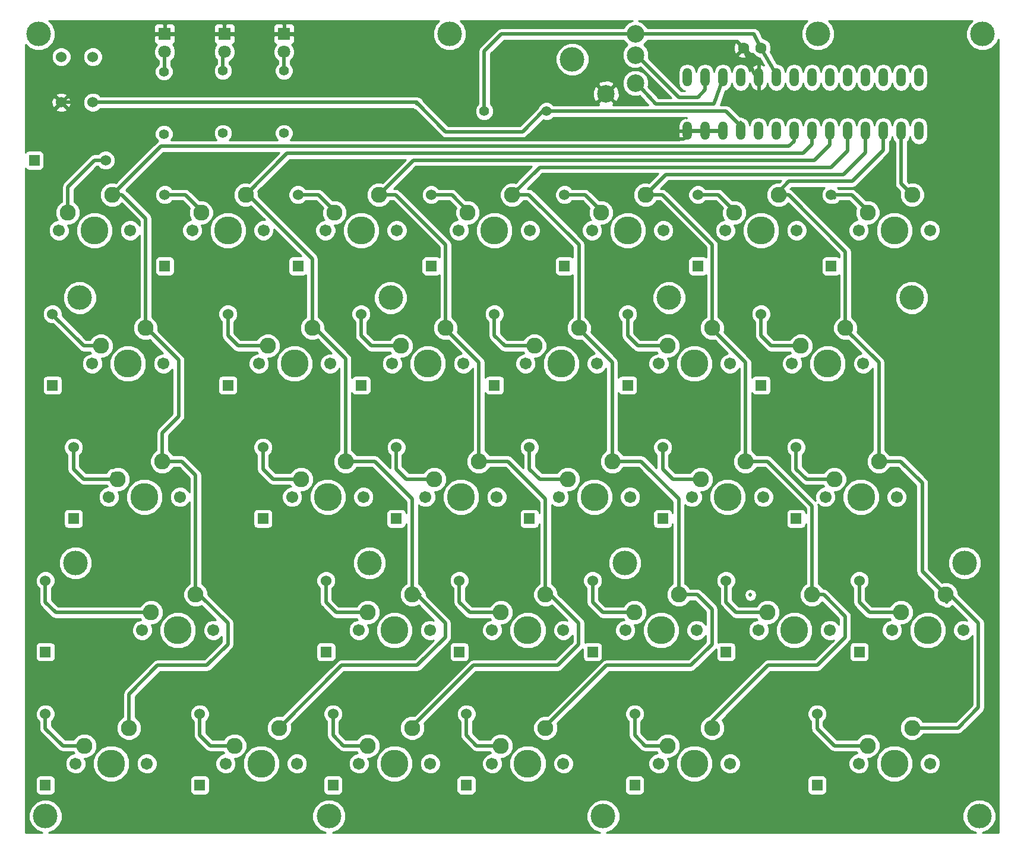
<source format=gbl>
G04 #@! TF.FileFunction,Copper,L2,Bot,Signal*
%FSLAX46Y46*%
G04 Gerber Fmt 4.6, Leading zero omitted, Abs format (unit mm)*
G04 Created by KiCad (PCBNEW 4.0.1-stable) date 2017/04/05 22:22:28*
%MOMM*%
G01*
G04 APERTURE LIST*
%ADD10C,0.100000*%
%ADD11R,1.524000X1.524000*%
%ADD12C,1.524000*%
%ADD13C,2.500000*%
%ADD14C,1.397000*%
%ADD15C,2.286000*%
%ADD16C,3.987800*%
%ADD17C,1.701800*%
%ADD18O,1.320800X2.641600*%
%ADD19C,1.600000*%
%ADD20R,1.800000X1.800000*%
%ADD21C,1.800000*%
%ADD22C,3.500000*%
%ADD23C,0.600000*%
%ADD24C,0.500000*%
%ADD25C,0.254000*%
G04 APERTURE END LIST*
D10*
D11*
X31420000Y-50000000D03*
D12*
X41580000Y-50000000D03*
D11*
X50000000Y-65080000D03*
D12*
X50000000Y-54920000D03*
D11*
X69000000Y-65080000D03*
D12*
X69000000Y-54920000D03*
D11*
X88000000Y-65080000D03*
D12*
X88000000Y-54920000D03*
D11*
X107000000Y-65080000D03*
D12*
X107000000Y-54920000D03*
D11*
X126000000Y-65080000D03*
D12*
X126000000Y-54920000D03*
D11*
X145000000Y-65080000D03*
D12*
X145000000Y-54920000D03*
D11*
X34000000Y-82080000D03*
D12*
X34000000Y-71920000D03*
D11*
X59000000Y-82080000D03*
D12*
X59000000Y-71920000D03*
D11*
X78000000Y-82080000D03*
D12*
X78000000Y-71920000D03*
D11*
X97000000Y-82080000D03*
D12*
X97000000Y-71920000D03*
D11*
X116000000Y-82080000D03*
D12*
X116000000Y-71920000D03*
D11*
X135000000Y-82080000D03*
D12*
X135000000Y-71920000D03*
D11*
X37000000Y-101080000D03*
D12*
X37000000Y-90920000D03*
D11*
X64000000Y-101080000D03*
D12*
X64000000Y-90920000D03*
D11*
X83000000Y-101080000D03*
D12*
X83000000Y-90920000D03*
D11*
X102000000Y-101080000D03*
D12*
X102000000Y-90920000D03*
D11*
X121000000Y-101080000D03*
D12*
X121000000Y-90920000D03*
D11*
X140000000Y-101080000D03*
D12*
X140000000Y-90920000D03*
D11*
X33000000Y-120080000D03*
D12*
X33000000Y-109920000D03*
D11*
X73000000Y-120080000D03*
D12*
X73000000Y-109920000D03*
D11*
X92000000Y-120080000D03*
D12*
X92000000Y-109920000D03*
D11*
X111000000Y-120080000D03*
D12*
X111000000Y-109920000D03*
D11*
X130000000Y-120080000D03*
D12*
X130000000Y-109920000D03*
D11*
X149000000Y-120080000D03*
D12*
X149000000Y-109920000D03*
D11*
X33000000Y-139080000D03*
D12*
X33000000Y-128920000D03*
D11*
X55000000Y-139080000D03*
D12*
X55000000Y-128920000D03*
D11*
X74000000Y-139080000D03*
D12*
X74000000Y-128920000D03*
D11*
X93000000Y-139080000D03*
D12*
X93000000Y-128920000D03*
D11*
X117000000Y-139080000D03*
D12*
X117000000Y-128920000D03*
D11*
X143000000Y-139080000D03*
D12*
X143000000Y-128920000D03*
D13*
X117100000Y-32000000D03*
X117100000Y-35000000D03*
X112900000Y-40500000D03*
X117100000Y-39000000D03*
D14*
X95555000Y-43000000D03*
X104445000Y-43000000D03*
X49900000Y-46245000D03*
X49900000Y-37355000D03*
X58300000Y-46145000D03*
X58300000Y-37255000D03*
X67000000Y-46145000D03*
X67000000Y-37255000D03*
D15*
X61540000Y-54920000D03*
X55190000Y-57460000D03*
D16*
X59000000Y-60000000D03*
D17*
X53920000Y-60000000D03*
X64080000Y-60000000D03*
D15*
X80540000Y-54920000D03*
X74190000Y-57460000D03*
D16*
X78000000Y-60000000D03*
D17*
X72920000Y-60000000D03*
X83080000Y-60000000D03*
D15*
X99540000Y-54920000D03*
X93190000Y-57460000D03*
D16*
X97000000Y-60000000D03*
D17*
X91920000Y-60000000D03*
X102080000Y-60000000D03*
D15*
X118540000Y-54920000D03*
X112190000Y-57460000D03*
D16*
X116000000Y-60000000D03*
D17*
X110920000Y-60000000D03*
X121080000Y-60000000D03*
D15*
X137540000Y-54920000D03*
X131190000Y-57460000D03*
D16*
X135000000Y-60000000D03*
D17*
X129920000Y-60000000D03*
X140080000Y-60000000D03*
D15*
X156540000Y-54920000D03*
X150190000Y-57460000D03*
D16*
X154000000Y-60000000D03*
D17*
X148920000Y-60000000D03*
X159080000Y-60000000D03*
D15*
X47290000Y-73920000D03*
X40940000Y-76460000D03*
D16*
X44750000Y-79000000D03*
D17*
X39670000Y-79000000D03*
X49830000Y-79000000D03*
D15*
X71040000Y-73920000D03*
X64690000Y-76460000D03*
D16*
X68500000Y-79000000D03*
D17*
X63420000Y-79000000D03*
X73580000Y-79000000D03*
D15*
X90040000Y-73920000D03*
X83690000Y-76460000D03*
D16*
X87500000Y-79000000D03*
D17*
X82420000Y-79000000D03*
X92580000Y-79000000D03*
D15*
X109040000Y-73920000D03*
X102690000Y-76460000D03*
D16*
X106500000Y-79000000D03*
D17*
X101420000Y-79000000D03*
X111580000Y-79000000D03*
D15*
X128040000Y-73920000D03*
X121690000Y-76460000D03*
D16*
X125500000Y-79000000D03*
D17*
X120420000Y-79000000D03*
X130580000Y-79000000D03*
D15*
X147040000Y-73920000D03*
X140690000Y-76460000D03*
D16*
X144500000Y-79000000D03*
D17*
X139420000Y-79000000D03*
X149580000Y-79000000D03*
D15*
X49665000Y-92920000D03*
X43315000Y-95460000D03*
D16*
X47125000Y-98000000D03*
D17*
X42045000Y-98000000D03*
X52205000Y-98000000D03*
D15*
X75790000Y-92920000D03*
X69440000Y-95460000D03*
D16*
X73250000Y-98000000D03*
D17*
X68170000Y-98000000D03*
X78330000Y-98000000D03*
D15*
X94790000Y-92920000D03*
X88440000Y-95460000D03*
D16*
X92250000Y-98000000D03*
D17*
X87170000Y-98000000D03*
X97330000Y-98000000D03*
D15*
X113790000Y-92920000D03*
X107440000Y-95460000D03*
D16*
X111250000Y-98000000D03*
D17*
X106170000Y-98000000D03*
X116330000Y-98000000D03*
D15*
X132790000Y-92920000D03*
X126440000Y-95460000D03*
D16*
X130250000Y-98000000D03*
D17*
X125170000Y-98000000D03*
X135330000Y-98000000D03*
D15*
X151790000Y-92920000D03*
X145440000Y-95460000D03*
D16*
X149250000Y-98000000D03*
D17*
X144170000Y-98000000D03*
X154330000Y-98000000D03*
D15*
X54415000Y-111920000D03*
X48065000Y-114460000D03*
D16*
X51875000Y-117000000D03*
D17*
X46795000Y-117000000D03*
X56955000Y-117000000D03*
D15*
X85290000Y-111920000D03*
X78940000Y-114460000D03*
D16*
X82750000Y-117000000D03*
D17*
X77670000Y-117000000D03*
X87830000Y-117000000D03*
D15*
X104290000Y-111920000D03*
X97940000Y-114460000D03*
D16*
X101750000Y-117000000D03*
D17*
X96670000Y-117000000D03*
X106830000Y-117000000D03*
D15*
X123290000Y-111920000D03*
X116940000Y-114460000D03*
D16*
X120750000Y-117000000D03*
D17*
X115670000Y-117000000D03*
X125830000Y-117000000D03*
D15*
X142290000Y-111920000D03*
X135940000Y-114460000D03*
D16*
X139750000Y-117000000D03*
D17*
X134670000Y-117000000D03*
X144830000Y-117000000D03*
D15*
X161290000Y-111920000D03*
X154940000Y-114460000D03*
D16*
X158750000Y-117000000D03*
D17*
X153670000Y-117000000D03*
X163830000Y-117000000D03*
D15*
X66290000Y-130920000D03*
X59940000Y-133460000D03*
D16*
X63750000Y-136000000D03*
D17*
X58670000Y-136000000D03*
X68830000Y-136000000D03*
D15*
X85290000Y-130920000D03*
X78940000Y-133460000D03*
D16*
X82750000Y-136000000D03*
D17*
X77670000Y-136000000D03*
X87830000Y-136000000D03*
D18*
X157510000Y-38190000D03*
X154970000Y-38190000D03*
X152430000Y-38190000D03*
X149890000Y-38190000D03*
X147350000Y-38190000D03*
X144810000Y-38190000D03*
X142270000Y-38190000D03*
X139730000Y-38190000D03*
X137190000Y-38190000D03*
X134650000Y-38190000D03*
X132110000Y-38190000D03*
X129570000Y-38190000D03*
X127030000Y-38190000D03*
X124490000Y-38190000D03*
X124490000Y-45810000D03*
X127030000Y-45810000D03*
X129570000Y-45810000D03*
X132110000Y-45810000D03*
X134650000Y-45810000D03*
X137190000Y-45810000D03*
X139730000Y-45810000D03*
X142270000Y-45810000D03*
X144810000Y-45810000D03*
X147350000Y-45810000D03*
X149890000Y-45810000D03*
X152430000Y-45810000D03*
X154970000Y-45810000D03*
X157510000Y-45810000D03*
D19*
X135000000Y-34000000D03*
X132500000Y-34000000D03*
D20*
X50000000Y-32000000D03*
D21*
X50000000Y-34540000D03*
D20*
X58500000Y-32000000D03*
D21*
X58500000Y-34540000D03*
D20*
X67000000Y-32000000D03*
D21*
X67000000Y-34540000D03*
D12*
X39750000Y-41750000D03*
X35250000Y-41750000D03*
X35250000Y-35250000D03*
X39750000Y-35250000D03*
D15*
X44915000Y-130920000D03*
X38565000Y-133460000D03*
D16*
X42375000Y-136000000D03*
D17*
X37295000Y-136000000D03*
X47455000Y-136000000D03*
D15*
X104290000Y-130920000D03*
X97940000Y-133460000D03*
D16*
X101750000Y-136000000D03*
D17*
X96670000Y-136000000D03*
X106830000Y-136000000D03*
D15*
X128040000Y-130920000D03*
X121690000Y-133460000D03*
D16*
X125500000Y-136000000D03*
D17*
X120420000Y-136000000D03*
X130580000Y-136000000D03*
D15*
X156540000Y-130920000D03*
X150190000Y-133460000D03*
D16*
X154000000Y-136000000D03*
D17*
X148920000Y-136000000D03*
X159080000Y-136000000D03*
D15*
X42540000Y-54920000D03*
X36190000Y-57460000D03*
D16*
X40000000Y-60000000D03*
D17*
X34920000Y-60000000D03*
X45080000Y-60000000D03*
D22*
X33000000Y-143500000D03*
X73400000Y-143500000D03*
X112500000Y-143500000D03*
X166100000Y-143500000D03*
X37300000Y-107400000D03*
X79200000Y-107400000D03*
X115600000Y-107400000D03*
X164000000Y-107400000D03*
X37900000Y-69600000D03*
X82200000Y-69600000D03*
X121900000Y-69600000D03*
X156500000Y-69600000D03*
X32000000Y-32000000D03*
X90600000Y-32000000D03*
X108100000Y-35600000D03*
X143100000Y-32000000D03*
X166600000Y-32000000D03*
D23*
X83000000Y-32000000D03*
X111000000Y-47000000D03*
D24*
X133500000Y-111920000D02*
X133500000Y-112000000D01*
X133500000Y-112000000D02*
X133500000Y-111920000D01*
X41580000Y-50000000D02*
X40000000Y-50000000D01*
X36190000Y-53810000D02*
X36190000Y-57460000D01*
X40000000Y-50000000D02*
X36190000Y-53810000D01*
X35950000Y-57220000D02*
X36190000Y-57460000D01*
X50000000Y-54920000D02*
X52920000Y-54920000D01*
X52920000Y-54920000D02*
X55190000Y-57190000D01*
X55190000Y-57190000D02*
X55190000Y-57460000D01*
X50140000Y-55060000D02*
X50000000Y-54920000D01*
X69000000Y-54920000D02*
X71920000Y-54920000D01*
X71920000Y-54920000D02*
X74190000Y-57190000D01*
X74190000Y-57190000D02*
X74190000Y-57460000D01*
X69060000Y-54860000D02*
X69000000Y-54920000D01*
X88000000Y-54920000D02*
X90920000Y-54920000D01*
X90920000Y-54920000D02*
X93190000Y-57190000D01*
X93190000Y-57190000D02*
X93190000Y-57460000D01*
X88040000Y-54960000D02*
X88000000Y-54920000D01*
X107000000Y-54920000D02*
X109920000Y-54920000D01*
X109920000Y-54920000D02*
X112190000Y-57190000D01*
X112190000Y-57190000D02*
X112190000Y-57460000D01*
X111950000Y-57220000D02*
X112190000Y-57460000D01*
X126000000Y-54920000D02*
X128920000Y-54920000D01*
X128920000Y-54920000D02*
X131190000Y-57190000D01*
X131190000Y-57190000D02*
X131190000Y-57460000D01*
X131130000Y-57520000D02*
X131190000Y-57460000D01*
X145000000Y-54920000D02*
X147920000Y-54920000D01*
X147920000Y-54920000D02*
X150190000Y-57190000D01*
X150190000Y-57190000D02*
X150190000Y-57460000D01*
X145440000Y-55360000D02*
X145000000Y-54920000D01*
X34000000Y-71920000D02*
X34000000Y-72000000D01*
X34000000Y-72000000D02*
X38460000Y-76460000D01*
X38460000Y-76460000D02*
X40940000Y-76460000D01*
X40900000Y-76420000D02*
X40940000Y-76460000D01*
X59000000Y-71920000D02*
X59000000Y-75000000D01*
X60460000Y-76460000D02*
X64690000Y-76460000D01*
X59000000Y-75000000D02*
X60460000Y-76460000D01*
X64550000Y-76320000D02*
X64690000Y-76460000D01*
X78000000Y-71920000D02*
X78000000Y-75000000D01*
X79460000Y-76460000D02*
X83690000Y-76460000D01*
X78000000Y-75000000D02*
X79460000Y-76460000D01*
X83450000Y-76220000D02*
X83690000Y-76460000D01*
X97000000Y-71920000D02*
X97000000Y-75000000D01*
X98460000Y-76460000D02*
X102690000Y-76460000D01*
X97000000Y-75000000D02*
X98460000Y-76460000D01*
X97340000Y-72260000D02*
X97000000Y-71920000D01*
X116000000Y-71920000D02*
X116000000Y-75000000D01*
X117460000Y-76460000D02*
X121690000Y-76460000D01*
X116000000Y-75000000D02*
X117460000Y-76460000D01*
X121450000Y-76220000D02*
X121690000Y-76460000D01*
X135000000Y-71920000D02*
X135000000Y-75000000D01*
X136460000Y-76460000D02*
X140690000Y-76460000D01*
X135000000Y-75000000D02*
X136460000Y-76460000D01*
X135340000Y-72260000D02*
X135000000Y-71920000D01*
X37000000Y-90920000D02*
X37000000Y-94000000D01*
X38460000Y-95460000D02*
X43315000Y-95460000D01*
X37000000Y-94000000D02*
X38460000Y-95460000D01*
X42575000Y-94720000D02*
X43315000Y-95460000D01*
X64000000Y-90920000D02*
X64000000Y-94000000D01*
X65460000Y-95460000D02*
X69440000Y-95460000D01*
X64000000Y-94000000D02*
X65460000Y-95460000D01*
X69200000Y-95220000D02*
X69440000Y-95460000D01*
X83000000Y-90920000D02*
X83000000Y-94000000D01*
X84460000Y-95460000D02*
X88440000Y-95460000D01*
X83000000Y-94000000D02*
X84460000Y-95460000D01*
X83240000Y-91160000D02*
X83000000Y-90920000D01*
X102000000Y-90920000D02*
X102000000Y-94000000D01*
X103460000Y-95460000D02*
X107440000Y-95460000D01*
X102000000Y-94000000D02*
X103460000Y-95460000D01*
X102240000Y-91160000D02*
X102000000Y-90920000D01*
X121000000Y-90920000D02*
X121000000Y-94000000D01*
X122460000Y-95460000D02*
X126440000Y-95460000D01*
X121000000Y-94000000D02*
X122460000Y-95460000D01*
X121240000Y-91160000D02*
X121000000Y-90920000D01*
X140000000Y-90920000D02*
X140000000Y-94000000D01*
X141460000Y-95460000D02*
X145440000Y-95460000D01*
X140000000Y-94000000D02*
X141460000Y-95460000D01*
X145300000Y-95320000D02*
X145440000Y-95460000D01*
X33000000Y-109920000D02*
X33000000Y-113000000D01*
X34460000Y-114460000D02*
X48065000Y-114460000D01*
X33000000Y-113000000D02*
X34460000Y-114460000D01*
X47625000Y-114020000D02*
X48065000Y-114460000D01*
X73000000Y-109920000D02*
X73000000Y-113000000D01*
X74460000Y-114460000D02*
X78940000Y-114460000D01*
X73000000Y-113000000D02*
X74460000Y-114460000D01*
X73240000Y-110160000D02*
X73000000Y-109920000D01*
X92000000Y-109920000D02*
X92000000Y-113000000D01*
X93460000Y-114460000D02*
X97940000Y-114460000D01*
X92000000Y-113000000D02*
X93460000Y-114460000D01*
X97500000Y-114020000D02*
X97940000Y-114460000D01*
X111000000Y-109920000D02*
X111000000Y-113000000D01*
X112460000Y-114460000D02*
X116940000Y-114460000D01*
X111000000Y-113000000D02*
X112460000Y-114460000D01*
X116780000Y-114620000D02*
X116940000Y-114460000D01*
X130000000Y-109920000D02*
X130000000Y-113000000D01*
X131460000Y-114460000D02*
X135940000Y-114460000D01*
X130000000Y-113000000D02*
X131460000Y-114460000D01*
X135700000Y-114220000D02*
X135940000Y-114460000D01*
X149000000Y-109920000D02*
X149000000Y-113000000D01*
X150460000Y-114460000D02*
X154940000Y-114460000D01*
X149000000Y-113000000D02*
X150460000Y-114460000D01*
X154900000Y-114420000D02*
X154940000Y-114460000D01*
X33000000Y-128920000D02*
X33000000Y-131000000D01*
X35460000Y-133460000D02*
X38565000Y-133460000D01*
X33000000Y-131000000D02*
X35460000Y-133460000D01*
X38325000Y-133220000D02*
X38565000Y-133460000D01*
X55000000Y-128920000D02*
X55000000Y-132000000D01*
X56460000Y-133460000D02*
X59940000Y-133460000D01*
X55000000Y-132000000D02*
X56460000Y-133460000D01*
X55000000Y-128920000D02*
X55400000Y-128920000D01*
X59300000Y-132820000D02*
X59940000Y-133460000D01*
X74000000Y-128920000D02*
X74000000Y-132000000D01*
X75460000Y-133460000D02*
X78940000Y-133460000D01*
X74000000Y-132000000D02*
X75460000Y-133460000D01*
X78700000Y-133220000D02*
X78940000Y-133460000D01*
X93000000Y-128920000D02*
X93000000Y-132000000D01*
X94460000Y-133460000D02*
X97940000Y-133460000D01*
X93000000Y-132000000D02*
X94460000Y-133460000D01*
X97300000Y-132820000D02*
X97940000Y-133460000D01*
X117000000Y-128920000D02*
X117000000Y-132000000D01*
X118460000Y-133460000D02*
X121690000Y-133460000D01*
X117000000Y-132000000D02*
X118460000Y-133460000D01*
X117240000Y-129160000D02*
X117000000Y-128920000D01*
X143000000Y-128920000D02*
X143000000Y-131000000D01*
X145460000Y-133460000D02*
X150190000Y-133460000D01*
X143000000Y-131000000D02*
X145460000Y-133460000D01*
X117300000Y-32000000D02*
X98000000Y-32000000D01*
X95555000Y-34445000D02*
X95555000Y-43000000D01*
X98000000Y-32000000D02*
X95555000Y-34445000D01*
X135000000Y-34000000D02*
X134000000Y-32000000D01*
X135000000Y-34000000D02*
X137000000Y-37500000D01*
X137000000Y-37500000D02*
X137190000Y-38190000D01*
X117300000Y-32000000D02*
X119000000Y-32000000D01*
X117300000Y-32000000D02*
X134000000Y-32000000D01*
X117300000Y-32000000D02*
X117300000Y-31700000D01*
X135000000Y-34000000D02*
X135000000Y-34500000D01*
X127030000Y-38190000D02*
X127030000Y-39970000D01*
X123300000Y-41000000D02*
X117300000Y-35000000D01*
X126000000Y-41000000D02*
X123300000Y-41000000D01*
X127030000Y-39970000D02*
X126000000Y-41000000D01*
X127030000Y-38190000D02*
X127030000Y-38030000D01*
X117300000Y-35000000D02*
X118000000Y-35000000D01*
X132500000Y-34000000D02*
X134000000Y-37540000D01*
X134000000Y-37540000D02*
X134650000Y-38190000D01*
X67000000Y-32000000D02*
X83000000Y-32000000D01*
X112700000Y-40100000D02*
X112700000Y-40700000D01*
X50000000Y-32000000D02*
X58500000Y-32000000D01*
X50000000Y-32000000D02*
X46500000Y-32000000D01*
X36750000Y-41750000D02*
X35250000Y-41750000D01*
X46500000Y-32000000D02*
X36750000Y-41750000D01*
X124490000Y-45810000D02*
X125190000Y-45810000D01*
X124000000Y-47000000D02*
X111000000Y-47000000D01*
X125190000Y-45810000D02*
X124000000Y-47000000D01*
X129570000Y-45810000D02*
X127030000Y-45810000D01*
X127030000Y-45810000D02*
X124490000Y-45810000D01*
X134650000Y-39350000D02*
X134650000Y-38190000D01*
X58500000Y-32000000D02*
X67000000Y-32000000D01*
X129570000Y-38190000D02*
X129570000Y-38430000D01*
X129570000Y-38430000D02*
X128300002Y-42000000D01*
X128300002Y-42000000D02*
X119999998Y-42000000D01*
X119999998Y-42000000D02*
X117300000Y-39000000D01*
X50000000Y-34540000D02*
X50000000Y-37255000D01*
X50000000Y-37255000D02*
X49900000Y-37355000D01*
X58300000Y-37255000D02*
X58300000Y-34740000D01*
X58300000Y-34740000D02*
X58500000Y-34540000D01*
X67000000Y-34540000D02*
X67000000Y-37255000D01*
X54415000Y-111920000D02*
X54920000Y-111920000D01*
X54920000Y-111920000D02*
X59000000Y-116000000D01*
X44915000Y-126085000D02*
X44915000Y-130920000D01*
X49000000Y-122000000D02*
X44915000Y-126085000D01*
X56000000Y-122000000D02*
X49000000Y-122000000D01*
X59000000Y-119000000D02*
X56000000Y-122000000D01*
X59000000Y-116000000D02*
X59000000Y-119000000D01*
X139000000Y-48000000D02*
X49460000Y-48000000D01*
X139730000Y-47270000D02*
X139000000Y-48000000D01*
X139730000Y-45810000D02*
X139730000Y-47270000D01*
X49460000Y-48000000D02*
X42540000Y-54920000D01*
X47290000Y-73920000D02*
X47420000Y-73920000D01*
X47420000Y-73920000D02*
X52000000Y-78500000D01*
X49665000Y-88835000D02*
X49665000Y-92920000D01*
X52000000Y-86500000D02*
X49665000Y-88835000D01*
X52000000Y-78500000D02*
X52000000Y-86500000D01*
X42540000Y-54920000D02*
X43920000Y-54920000D01*
X47290000Y-58290000D02*
X47290000Y-73920000D01*
X43920000Y-54920000D02*
X47290000Y-58290000D01*
X48960000Y-48500000D02*
X42540000Y-54920000D01*
X47290000Y-73920000D02*
X47290000Y-72790000D01*
X43000000Y-55380000D02*
X42540000Y-54920000D01*
X48000000Y-74630000D02*
X47290000Y-73920000D01*
X49665000Y-92920000D02*
X52420000Y-92920000D01*
X54415000Y-94915000D02*
X54415000Y-111920000D01*
X52420000Y-92920000D02*
X54415000Y-94915000D01*
X55000000Y-112505000D02*
X54415000Y-111920000D01*
X85290000Y-111920000D02*
X85290000Y-98290000D01*
X79920000Y-92920000D02*
X75790000Y-92920000D01*
X85290000Y-98290000D02*
X79920000Y-92920000D01*
X71040000Y-73920000D02*
X71040000Y-64040000D01*
X71040000Y-64040000D02*
X61920000Y-54920000D01*
X61920000Y-54920000D02*
X61540000Y-54920000D01*
X85290000Y-111920000D02*
X85920000Y-111920000D01*
X85920000Y-111920000D02*
X90000000Y-116000000D01*
X75210000Y-122000000D02*
X66290000Y-130920000D01*
X86000000Y-122000000D02*
X75210000Y-122000000D01*
X90000000Y-118000000D02*
X86000000Y-122000000D01*
X90000000Y-116000000D02*
X90000000Y-118000000D01*
X142270000Y-45810000D02*
X142270000Y-47730000D01*
X67460000Y-49000000D02*
X61540000Y-54920000D01*
X141000000Y-49000000D02*
X67460000Y-49000000D01*
X142270000Y-47730000D02*
X141000000Y-49000000D01*
X71040000Y-73920000D02*
X71420000Y-73920000D01*
X71420000Y-73920000D02*
X75790000Y-78290000D01*
X75790000Y-78290000D02*
X75790000Y-92920000D01*
X61540000Y-54920000D02*
X61920000Y-54920000D01*
X75790000Y-92920000D02*
X75790000Y-93290000D01*
X85290000Y-111920000D02*
X86420000Y-111920000D01*
X142270000Y-45810000D02*
X142270000Y-46730000D01*
X75790000Y-92920000D02*
X75920000Y-92920000D01*
X75920000Y-92920000D02*
X76500000Y-93500000D01*
X71420000Y-73920000D02*
X71500000Y-74000000D01*
X75420000Y-92920000D02*
X75790000Y-92920000D01*
X61540000Y-54920000D02*
X61540000Y-55540000D01*
X104290000Y-111920000D02*
X104290000Y-98290000D01*
X98920000Y-92920000D02*
X94790000Y-92920000D01*
X104290000Y-98290000D02*
X98920000Y-92920000D01*
X80540000Y-54920000D02*
X82920000Y-54920000D01*
X90040000Y-62040000D02*
X90040000Y-73920000D01*
X82920000Y-54920000D02*
X90040000Y-62040000D01*
X104290000Y-111920000D02*
X104920000Y-111920000D01*
X104920000Y-111920000D02*
X109000000Y-116000000D01*
X94000000Y-122000000D02*
X85290000Y-130710000D01*
X106000000Y-122000000D02*
X94000000Y-122000000D01*
X109000000Y-119000000D02*
X106000000Y-122000000D01*
X109000000Y-116000000D02*
X109000000Y-119000000D01*
X85290000Y-130710000D02*
X85290000Y-130920000D01*
X144810000Y-45810000D02*
X144810000Y-47810000D01*
X85460000Y-50000000D02*
X80540000Y-54920000D01*
X142620000Y-50000000D02*
X85460000Y-50000000D01*
X144810000Y-47810000D02*
X142620000Y-50000000D01*
X90040000Y-73920000D02*
X90040000Y-74040000D01*
X90040000Y-74040000D02*
X94790000Y-78790000D01*
X94790000Y-78790000D02*
X94790000Y-92920000D01*
X80540000Y-54920000D02*
X80540000Y-55040000D01*
X104290000Y-111920000D02*
X104420000Y-111920000D01*
X104290000Y-111920000D02*
X104290000Y-112290000D01*
X104290000Y-112290000D02*
X104500000Y-112500000D01*
X80540000Y-54920000D02*
X80540000Y-55540000D01*
X90040000Y-74040000D02*
X90500000Y-74500000D01*
X94790000Y-92920000D02*
X94920000Y-92920000D01*
X94920000Y-92920000D02*
X95500000Y-93500000D01*
X123290000Y-111920000D02*
X123290000Y-98290000D01*
X117920000Y-92920000D02*
X113790000Y-92920000D01*
X123290000Y-98290000D02*
X117920000Y-92920000D01*
X109040000Y-73920000D02*
X109040000Y-62040000D01*
X101920000Y-54920000D02*
X99540000Y-54920000D01*
X109040000Y-62040000D02*
X101920000Y-54920000D01*
X123290000Y-111920000D02*
X125920000Y-111920000D01*
X113000000Y-122000000D02*
X104290000Y-130710000D01*
X118000000Y-122000000D02*
X113000000Y-122000000D01*
X125000000Y-122000000D02*
X118000000Y-122000000D01*
X128000000Y-119000000D02*
X125000000Y-122000000D01*
X128000000Y-114000000D02*
X128000000Y-119000000D01*
X125920000Y-111920000D02*
X128000000Y-114000000D01*
X104290000Y-130710000D02*
X104290000Y-130920000D01*
X147350000Y-45810000D02*
X147350000Y-48650000D01*
X147350000Y-48650000D02*
X145000000Y-51000000D01*
X145000000Y-51000000D02*
X103460000Y-51000000D01*
X103460000Y-51000000D02*
X99540000Y-54920000D01*
X109040000Y-73920000D02*
X109040000Y-74040000D01*
X109040000Y-74040000D02*
X113790000Y-78790000D01*
X113790000Y-78790000D02*
X113790000Y-92920000D01*
X99540000Y-54920000D02*
X99540000Y-55040000D01*
X113790000Y-92920000D02*
X113920000Y-92920000D01*
X123290000Y-111920000D02*
X124420000Y-111920000D01*
X104370000Y-131000000D02*
X104290000Y-130920000D01*
X99580000Y-54920000D02*
X99540000Y-54920000D01*
X113920000Y-92920000D02*
X114500000Y-93500000D01*
X109040000Y-73920000D02*
X109040000Y-74540000D01*
X113420000Y-92920000D02*
X113790000Y-92920000D01*
X99540000Y-54920000D02*
X99920000Y-54920000D01*
X99920000Y-54920000D02*
X100000000Y-55000000D01*
X142290000Y-111920000D02*
X142290000Y-99290000D01*
X135920000Y-92920000D02*
X132790000Y-92920000D01*
X142290000Y-99290000D02*
X135920000Y-92920000D01*
X128040000Y-73920000D02*
X128040000Y-62040000D01*
X120920000Y-54920000D02*
X118540000Y-54920000D01*
X128040000Y-62040000D02*
X120920000Y-54920000D01*
X128040000Y-130920000D02*
X128040000Y-129960000D01*
X128040000Y-129960000D02*
X136000000Y-122000000D01*
X136000000Y-122000000D02*
X143000000Y-122000000D01*
X143000000Y-122000000D02*
X147000000Y-118000000D01*
X147000000Y-118000000D02*
X147000000Y-115000000D01*
X147000000Y-115000000D02*
X143920000Y-111920000D01*
X143920000Y-111920000D02*
X142290000Y-111920000D01*
X149890000Y-45810000D02*
X149890000Y-48890000D01*
X149890000Y-48890000D02*
X146780000Y-52000000D01*
X146780000Y-52000000D02*
X121460000Y-52000000D01*
X121460000Y-52000000D02*
X118540000Y-54920000D01*
X128040000Y-73920000D02*
X128040000Y-74040000D01*
X128040000Y-74040000D02*
X132790000Y-78790000D01*
X132790000Y-78790000D02*
X132790000Y-92920000D01*
X118540000Y-54920000D02*
X118920000Y-54920000D01*
X142290000Y-111920000D02*
X142920000Y-111920000D01*
X132790000Y-92920000D02*
X133420000Y-92920000D01*
X118540000Y-54920000D02*
X118540000Y-55540000D01*
X133420000Y-92920000D02*
X133500000Y-93000000D01*
X147040000Y-73920000D02*
X147040000Y-63040000D01*
X138920000Y-54920000D02*
X137540000Y-54920000D01*
X147040000Y-63040000D02*
X138920000Y-54920000D01*
X161290000Y-111920000D02*
X161920000Y-111920000D01*
X161920000Y-111920000D02*
X166000000Y-116000000D01*
X163080000Y-130920000D02*
X156540000Y-130920000D01*
X166000000Y-128000000D02*
X163080000Y-130920000D01*
X166000000Y-116000000D02*
X166000000Y-128000000D01*
X137540000Y-54920000D02*
X137540000Y-54460000D01*
X137540000Y-54460000D02*
X139000000Y-53000000D01*
X152430000Y-48570000D02*
X152430000Y-45810000D01*
X148000000Y-53000000D02*
X152430000Y-48570000D01*
X139000000Y-53000000D02*
X148000000Y-53000000D01*
X137620000Y-55000000D02*
X137540000Y-54920000D01*
X147040000Y-73920000D02*
X147040000Y-74040000D01*
X147040000Y-74040000D02*
X151790000Y-78790000D01*
X151790000Y-78790000D02*
X151790000Y-92920000D01*
X137540000Y-54920000D02*
X137540000Y-55040000D01*
X161290000Y-111920000D02*
X161420000Y-111920000D01*
X137960000Y-54500000D02*
X137540000Y-54920000D01*
X137960000Y-54500000D02*
X137540000Y-54920000D01*
X137540000Y-54920000D02*
X137920000Y-54920000D01*
X137920000Y-54920000D02*
X138000000Y-55000000D01*
X151790000Y-92920000D02*
X154920000Y-92920000D01*
X158000000Y-108630000D02*
X161290000Y-111920000D01*
X158000000Y-96000000D02*
X158000000Y-108630000D01*
X154920000Y-92920000D02*
X158000000Y-96000000D01*
X161290000Y-111920000D02*
X161290000Y-112790000D01*
X161290000Y-112790000D02*
X161500000Y-113000000D01*
X154970000Y-45810000D02*
X154970000Y-53350000D01*
X154970000Y-53350000D02*
X156540000Y-54920000D01*
X156580000Y-54920000D02*
X156540000Y-54920000D01*
X100000000Y-45945000D02*
X90055000Y-45945000D01*
X86000000Y-42000000D02*
X86000000Y-41750000D01*
X85860000Y-41860000D02*
X86000000Y-42000000D01*
X85860000Y-41750000D02*
X85860000Y-41860000D01*
X90055000Y-45945000D02*
X85860000Y-41750000D01*
X132110000Y-45810000D02*
X132110000Y-45110000D01*
X132110000Y-45110000D02*
X130000000Y-43000000D01*
X103945000Y-43000000D02*
X101000000Y-45945000D01*
X130000000Y-43000000D02*
X103945000Y-43000000D01*
X39750000Y-41750000D02*
X86000000Y-41750000D01*
X99945000Y-45945000D02*
X100000000Y-45945000D01*
X100000000Y-45945000D02*
X101000000Y-45945000D01*
X132110000Y-45810000D02*
X132110000Y-44610000D01*
X132110000Y-45810000D02*
X132110000Y-45610000D01*
D25*
G36*
X88579274Y-30647242D02*
X88215415Y-31523513D01*
X88214587Y-32472325D01*
X88576916Y-33349229D01*
X89247242Y-34020726D01*
X90123513Y-34384585D01*
X91072325Y-34385413D01*
X91949229Y-34023084D01*
X92620726Y-33352758D01*
X92984585Y-32476487D01*
X92985413Y-31527675D01*
X92623084Y-30650771D01*
X92100226Y-30127000D01*
X116696864Y-30127000D01*
X116033628Y-30401043D01*
X115502907Y-30930839D01*
X115426437Y-31115000D01*
X98000005Y-31115000D01*
X98000000Y-31114999D01*
X97661325Y-31182367D01*
X97374210Y-31374210D01*
X97374208Y-31374213D01*
X94929210Y-33819210D01*
X94737367Y-34106325D01*
X94726190Y-34162516D01*
X94669999Y-34445000D01*
X94670000Y-34445005D01*
X94670000Y-41999246D01*
X94425173Y-42243647D01*
X94221732Y-42733587D01*
X94221269Y-43264086D01*
X94423854Y-43754380D01*
X94798647Y-44129827D01*
X95288587Y-44333268D01*
X95819086Y-44333731D01*
X96309380Y-44131146D01*
X96684827Y-43756353D01*
X96888268Y-43266413D01*
X96888731Y-42735914D01*
X96686146Y-42245620D01*
X96440000Y-41999044D01*
X96440000Y-40175806D01*
X111005612Y-40175806D01*
X111025750Y-40925435D01*
X111273877Y-41524467D01*
X111566680Y-41653715D01*
X112720395Y-40500000D01*
X113079605Y-40500000D01*
X114233320Y-41653715D01*
X114526123Y-41524467D01*
X114794388Y-40824194D01*
X114774250Y-40074565D01*
X114526123Y-39475533D01*
X114233320Y-39346285D01*
X113079605Y-40500000D01*
X112720395Y-40500000D01*
X111566680Y-39346285D01*
X111273877Y-39475533D01*
X111005612Y-40175806D01*
X96440000Y-40175806D01*
X96440000Y-39166680D01*
X111746285Y-39166680D01*
X112900000Y-40320395D01*
X114053715Y-39166680D01*
X113924467Y-38873877D01*
X113224194Y-38605612D01*
X112474565Y-38625750D01*
X111875533Y-38873877D01*
X111746285Y-39166680D01*
X96440000Y-39166680D01*
X96440000Y-36072325D01*
X105714587Y-36072325D01*
X106076916Y-36949229D01*
X106747242Y-37620726D01*
X107623513Y-37984585D01*
X108572325Y-37985413D01*
X109449229Y-37623084D01*
X110120726Y-36952758D01*
X110484585Y-36076487D01*
X110485413Y-35127675D01*
X110123084Y-34250771D01*
X109452758Y-33579274D01*
X108576487Y-33215415D01*
X107627675Y-33214587D01*
X106750771Y-33576916D01*
X106079274Y-34247242D01*
X105715415Y-35123513D01*
X105714587Y-36072325D01*
X96440000Y-36072325D01*
X96440000Y-34811580D01*
X98366579Y-32885000D01*
X115426102Y-32885000D01*
X115501043Y-33066372D01*
X115934206Y-33500292D01*
X115502907Y-33930839D01*
X115215328Y-34623405D01*
X115214674Y-35373305D01*
X115501043Y-36066372D01*
X116030839Y-36597093D01*
X116723405Y-36884672D01*
X117473305Y-36885326D01*
X117799122Y-36750701D01*
X122163421Y-41115000D01*
X120394144Y-41115000D01*
X118935708Y-39494514D01*
X118984672Y-39376595D01*
X118985326Y-38626695D01*
X118698957Y-37933628D01*
X118169161Y-37402907D01*
X117476595Y-37115328D01*
X116726695Y-37114674D01*
X116033628Y-37401043D01*
X115502907Y-37930839D01*
X115215328Y-38623405D01*
X115214674Y-39373305D01*
X115501043Y-40066372D01*
X116030839Y-40597093D01*
X116723405Y-40884672D01*
X117473305Y-40885326D01*
X117715923Y-40785078D01*
X118912853Y-42115000D01*
X113929377Y-42115000D01*
X114053715Y-41833320D01*
X112900000Y-40679605D01*
X111746285Y-41833320D01*
X111870623Y-42115000D01*
X105445754Y-42115000D01*
X105201353Y-41870173D01*
X104711413Y-41666732D01*
X104180914Y-41666269D01*
X103690620Y-41868854D01*
X103315173Y-42243647D01*
X103219594Y-42473827D01*
X100633420Y-45060000D01*
X90421579Y-45060000D01*
X86828739Y-41467159D01*
X86817633Y-41411325D01*
X86625790Y-41124210D01*
X86338675Y-40932367D01*
X86000000Y-40865000D01*
X85860005Y-40865000D01*
X85860000Y-40864999D01*
X85859995Y-40865000D01*
X40840478Y-40865000D01*
X40542370Y-40566371D01*
X40029100Y-40353243D01*
X39473339Y-40352758D01*
X38959697Y-40564990D01*
X38566371Y-40957630D01*
X38353243Y-41470900D01*
X38352758Y-42026661D01*
X38564990Y-42540303D01*
X38957630Y-42933629D01*
X39470900Y-43146757D01*
X40026661Y-43147242D01*
X40540303Y-42935010D01*
X40840837Y-42635000D01*
X85387994Y-42635000D01*
X85661325Y-42817633D01*
X85679710Y-42821290D01*
X89429208Y-46570787D01*
X89429210Y-46570790D01*
X89716325Y-46762633D01*
X89772516Y-46773810D01*
X90055000Y-46830001D01*
X90055005Y-46830000D01*
X100999995Y-46830000D01*
X101000000Y-46830001D01*
X101282484Y-46773810D01*
X101338675Y-46762633D01*
X101625790Y-46570790D01*
X103955814Y-44240765D01*
X104178587Y-44333268D01*
X104709086Y-44333731D01*
X105199380Y-44131146D01*
X105445956Y-43885000D01*
X124362998Y-43885000D01*
X124362998Y-44020066D01*
X124162895Y-43896180D01*
X124111604Y-43904205D01*
X123663816Y-44143811D01*
X123341807Y-44536539D01*
X123194600Y-45022600D01*
X123194600Y-45683000D01*
X124363000Y-45683000D01*
X124363000Y-45663000D01*
X124617000Y-45663000D01*
X124617000Y-45683000D01*
X126903000Y-45683000D01*
X126903000Y-45663000D01*
X127157000Y-45663000D01*
X127157000Y-45683000D01*
X129443000Y-45683000D01*
X129443000Y-45663000D01*
X129697000Y-45663000D01*
X129697000Y-45683000D01*
X129717000Y-45683000D01*
X129717000Y-45937000D01*
X129697000Y-45937000D01*
X129697000Y-45957000D01*
X129443000Y-45957000D01*
X129443000Y-45937000D01*
X127157000Y-45937000D01*
X127157000Y-45957000D01*
X126903000Y-45957000D01*
X126903000Y-45937000D01*
X124617000Y-45937000D01*
X124617000Y-45957000D01*
X124363000Y-45957000D01*
X124363000Y-45937000D01*
X123194600Y-45937000D01*
X123194600Y-46597400D01*
X123341807Y-47083461D01*
X123367667Y-47115000D01*
X67915807Y-47115000D01*
X68129827Y-46901353D01*
X68333268Y-46411413D01*
X68333731Y-45880914D01*
X68131146Y-45390620D01*
X67756353Y-45015173D01*
X67266413Y-44811732D01*
X66735914Y-44811269D01*
X66245620Y-45013854D01*
X65870173Y-45388647D01*
X65666732Y-45878587D01*
X65666269Y-46409086D01*
X65868854Y-46899380D01*
X66084098Y-47115000D01*
X59215807Y-47115000D01*
X59429827Y-46901353D01*
X59633268Y-46411413D01*
X59633731Y-45880914D01*
X59431146Y-45390620D01*
X59056353Y-45015173D01*
X58566413Y-44811732D01*
X58035914Y-44811269D01*
X57545620Y-45013854D01*
X57170173Y-45388647D01*
X56966732Y-45878587D01*
X56966269Y-46409086D01*
X57168854Y-46899380D01*
X57384098Y-47115000D01*
X50915982Y-47115000D01*
X51029827Y-47001353D01*
X51233268Y-46511413D01*
X51233731Y-45980914D01*
X51031146Y-45490620D01*
X50656353Y-45115173D01*
X50166413Y-44911732D01*
X49635914Y-44911269D01*
X49145620Y-45113854D01*
X48770173Y-45488647D01*
X48566732Y-45978587D01*
X48566269Y-46509086D01*
X48768854Y-46999380D01*
X49019464Y-47250428D01*
X48834210Y-47374210D01*
X48834208Y-47374213D01*
X45093421Y-51114999D01*
X43015970Y-53192450D01*
X42895218Y-53142309D01*
X42187886Y-53141692D01*
X41534160Y-53411806D01*
X41033564Y-53911529D01*
X40762309Y-54564782D01*
X40761692Y-55272114D01*
X41031806Y-55925840D01*
X41531529Y-56426436D01*
X42184782Y-56697691D01*
X42892114Y-56698308D01*
X43545840Y-56428194D01*
X43861502Y-56113082D01*
X46405000Y-58656579D01*
X46405000Y-59315701D01*
X46340420Y-59159405D01*
X45922794Y-58741049D01*
X45376861Y-58514358D01*
X44785733Y-58513842D01*
X44239405Y-58739580D01*
X43821049Y-59157206D01*
X43594358Y-59703139D01*
X43593842Y-60294267D01*
X43819580Y-60840595D01*
X44237206Y-61258951D01*
X44783139Y-61485642D01*
X45374267Y-61486158D01*
X45920595Y-61260420D01*
X46338951Y-60842794D01*
X46405000Y-60683730D01*
X46405000Y-72361876D01*
X46284160Y-72411806D01*
X45783564Y-72911529D01*
X45512309Y-73564782D01*
X45511692Y-74272114D01*
X45781806Y-74925840D01*
X46281529Y-75426436D01*
X46934782Y-75697691D01*
X47642114Y-75698308D01*
X47857665Y-75609244D01*
X49762461Y-77514040D01*
X49535733Y-77513842D01*
X48989405Y-77739580D01*
X48571049Y-78157206D01*
X48344358Y-78703139D01*
X48343842Y-79294267D01*
X48569580Y-79840595D01*
X48987206Y-80258951D01*
X49533139Y-80485642D01*
X50124267Y-80486158D01*
X50670595Y-80260420D01*
X51088951Y-79842794D01*
X51115000Y-79780061D01*
X51115000Y-86133421D01*
X49039210Y-88209210D01*
X48847367Y-88496325D01*
X48847367Y-88496326D01*
X48779999Y-88835000D01*
X48780000Y-88835005D01*
X48780000Y-91361876D01*
X48659160Y-91411806D01*
X48158564Y-91911529D01*
X47887309Y-92564782D01*
X47886692Y-93272114D01*
X48156806Y-93925840D01*
X48656529Y-94426436D01*
X49309782Y-94697691D01*
X50017114Y-94698308D01*
X50670840Y-94428194D01*
X51171436Y-93928471D01*
X51222706Y-93805000D01*
X52053420Y-93805000D01*
X53530000Y-95281579D01*
X53530000Y-97315701D01*
X53465420Y-97159405D01*
X53047794Y-96741049D01*
X52501861Y-96514358D01*
X51910733Y-96513842D01*
X51364405Y-96739580D01*
X50946049Y-97157206D01*
X50719358Y-97703139D01*
X50718842Y-98294267D01*
X50944580Y-98840595D01*
X51362206Y-99258951D01*
X51908139Y-99485642D01*
X52499267Y-99486158D01*
X53045595Y-99260420D01*
X53463951Y-98842794D01*
X53530000Y-98683730D01*
X53530000Y-110361876D01*
X53409160Y-110411806D01*
X52908564Y-110911529D01*
X52637309Y-111564782D01*
X52636692Y-112272114D01*
X52906806Y-112925840D01*
X53406529Y-113426436D01*
X54059782Y-113697691D01*
X54767114Y-113698308D01*
X55248021Y-113499601D01*
X57270531Y-115522111D01*
X57251861Y-115514358D01*
X56660733Y-115513842D01*
X56114405Y-115739580D01*
X55696049Y-116157206D01*
X55469358Y-116703139D01*
X55468842Y-117294267D01*
X55694580Y-117840595D01*
X56112206Y-118258951D01*
X56658139Y-118485642D01*
X57249267Y-118486158D01*
X57795595Y-118260420D01*
X58115000Y-117941572D01*
X58115000Y-118633421D01*
X55633420Y-121115000D01*
X49000000Y-121115000D01*
X48661325Y-121182367D01*
X48374210Y-121374210D01*
X48374208Y-121374213D01*
X44289210Y-125459210D01*
X44097367Y-125746325D01*
X44097367Y-125746326D01*
X44029999Y-126085000D01*
X44030000Y-126085005D01*
X44030000Y-129361876D01*
X43909160Y-129411806D01*
X43408564Y-129911529D01*
X43137309Y-130564782D01*
X43136692Y-131272114D01*
X43406806Y-131925840D01*
X43906529Y-132426436D01*
X44559782Y-132697691D01*
X45267114Y-132698308D01*
X45920840Y-132428194D01*
X46421436Y-131928471D01*
X46692691Y-131275218D01*
X46693308Y-130567886D01*
X46423194Y-129914160D01*
X45923471Y-129413564D01*
X45800000Y-129362294D01*
X45800000Y-129196661D01*
X53602758Y-129196661D01*
X53814990Y-129710303D01*
X54115000Y-130010837D01*
X54115000Y-131999995D01*
X54114999Y-132000000D01*
X54153631Y-132194210D01*
X54182367Y-132338675D01*
X54353109Y-132594210D01*
X54374210Y-132625790D01*
X55834208Y-134085787D01*
X55834210Y-134085790D01*
X56121325Y-134277633D01*
X56177516Y-134288810D01*
X56460000Y-134345001D01*
X56460005Y-134345000D01*
X58381876Y-134345000D01*
X58431806Y-134465840D01*
X58479815Y-134513933D01*
X58375733Y-134513842D01*
X57829405Y-134739580D01*
X57411049Y-135157206D01*
X57184358Y-135703139D01*
X57183842Y-136294267D01*
X57409580Y-136840595D01*
X57827206Y-137258951D01*
X58373139Y-137485642D01*
X58964267Y-137486158D01*
X59510595Y-137260420D01*
X59928951Y-136842794D01*
X60062726Y-136520626D01*
X61120645Y-136520626D01*
X61520028Y-137487207D01*
X62258904Y-138227373D01*
X63224785Y-138628442D01*
X64270626Y-138629355D01*
X65024162Y-138318000D01*
X72590560Y-138318000D01*
X72590560Y-139842000D01*
X72634838Y-140077317D01*
X72773910Y-140293441D01*
X72986110Y-140438431D01*
X73238000Y-140489440D01*
X74762000Y-140489440D01*
X74997317Y-140445162D01*
X75213441Y-140306090D01*
X75358431Y-140093890D01*
X75409440Y-139842000D01*
X75409440Y-138318000D01*
X75365162Y-138082683D01*
X75226090Y-137866559D01*
X75013890Y-137721569D01*
X74762000Y-137670560D01*
X73238000Y-137670560D01*
X73002683Y-137714838D01*
X72786559Y-137853910D01*
X72641569Y-138066110D01*
X72590560Y-138318000D01*
X65024162Y-138318000D01*
X65237207Y-138229972D01*
X65977373Y-137491096D01*
X66378442Y-136525215D01*
X66378643Y-136294267D01*
X67343842Y-136294267D01*
X67569580Y-136840595D01*
X67987206Y-137258951D01*
X68533139Y-137485642D01*
X69124267Y-137486158D01*
X69670595Y-137260420D01*
X70088951Y-136842794D01*
X70315642Y-136296861D01*
X70316158Y-135705733D01*
X70090420Y-135159405D01*
X69672794Y-134741049D01*
X69126861Y-134514358D01*
X68535733Y-134513842D01*
X67989405Y-134739580D01*
X67571049Y-135157206D01*
X67344358Y-135703139D01*
X67343842Y-136294267D01*
X66378643Y-136294267D01*
X66379355Y-135479374D01*
X65979972Y-134512793D01*
X65241096Y-133772627D01*
X64275215Y-133371558D01*
X63229374Y-133370645D01*
X62262793Y-133770028D01*
X61522627Y-134508904D01*
X61121558Y-135474785D01*
X61120645Y-136520626D01*
X60062726Y-136520626D01*
X60155642Y-136296861D01*
X60156158Y-135705733D01*
X59962903Y-135238021D01*
X60292114Y-135238308D01*
X60945840Y-134968194D01*
X61446436Y-134468471D01*
X61717691Y-133815218D01*
X61718308Y-133107886D01*
X61448194Y-132454160D01*
X60948471Y-131953564D01*
X60295218Y-131682309D01*
X59587886Y-131681692D01*
X58934160Y-131951806D01*
X58725993Y-132159610D01*
X58674210Y-132194210D01*
X58639912Y-132245540D01*
X58433564Y-132451529D01*
X58382294Y-132575000D01*
X56826579Y-132575000D01*
X55885000Y-131633420D01*
X55885000Y-130010478D01*
X56183629Y-129712370D01*
X56396757Y-129199100D01*
X56397242Y-128643339D01*
X56185010Y-128129697D01*
X55792370Y-127736371D01*
X55279100Y-127523243D01*
X54723339Y-127522758D01*
X54209697Y-127734990D01*
X53816371Y-128127630D01*
X53603243Y-128640900D01*
X53602758Y-129196661D01*
X45800000Y-129196661D01*
X45800000Y-126451580D01*
X49366579Y-122885000D01*
X55999995Y-122885000D01*
X56000000Y-122885001D01*
X56282484Y-122828810D01*
X56338675Y-122817633D01*
X56625790Y-122625790D01*
X56625791Y-122625789D01*
X59625787Y-119625792D01*
X59625790Y-119625790D01*
X59817633Y-119338675D01*
X59821745Y-119318000D01*
X71590560Y-119318000D01*
X71590560Y-120842000D01*
X71634838Y-121077317D01*
X71773910Y-121293441D01*
X71986110Y-121438431D01*
X72238000Y-121489440D01*
X73762000Y-121489440D01*
X73997317Y-121445162D01*
X74213441Y-121306090D01*
X74358431Y-121093890D01*
X74409440Y-120842000D01*
X74409440Y-119318000D01*
X74365162Y-119082683D01*
X74226090Y-118866559D01*
X74013890Y-118721569D01*
X73762000Y-118670560D01*
X72238000Y-118670560D01*
X72002683Y-118714838D01*
X71786559Y-118853910D01*
X71641569Y-119066110D01*
X71590560Y-119318000D01*
X59821745Y-119318000D01*
X59828810Y-119282484D01*
X59885001Y-119000000D01*
X59885000Y-118999995D01*
X59885000Y-116000000D01*
X59817633Y-115661325D01*
X59625790Y-115374210D01*
X59625787Y-115374208D01*
X56192982Y-111941402D01*
X56193308Y-111567886D01*
X55923194Y-110914160D01*
X55423471Y-110413564D01*
X55300000Y-110362294D01*
X55300000Y-110196661D01*
X71602758Y-110196661D01*
X71814990Y-110710303D01*
X72115000Y-111010837D01*
X72115000Y-112999995D01*
X72114999Y-113000000D01*
X72171190Y-113282484D01*
X72182367Y-113338675D01*
X72353109Y-113594210D01*
X72374210Y-113625790D01*
X73834208Y-115085787D01*
X73834210Y-115085790D01*
X74121325Y-115277633D01*
X74177516Y-115288810D01*
X74460000Y-115345001D01*
X74460005Y-115345000D01*
X77381876Y-115345000D01*
X77431806Y-115465840D01*
X77479815Y-115513933D01*
X77375733Y-115513842D01*
X76829405Y-115739580D01*
X76411049Y-116157206D01*
X76184358Y-116703139D01*
X76183842Y-117294267D01*
X76409580Y-117840595D01*
X76827206Y-118258951D01*
X77373139Y-118485642D01*
X77964267Y-118486158D01*
X78510595Y-118260420D01*
X78928951Y-117842794D01*
X79062726Y-117520626D01*
X80120645Y-117520626D01*
X80520028Y-118487207D01*
X81258904Y-119227373D01*
X82224785Y-119628442D01*
X83270626Y-119629355D01*
X84237207Y-119229972D01*
X84977373Y-118491096D01*
X85378442Y-117525215D01*
X85379355Y-116479374D01*
X84979972Y-115512793D01*
X84241096Y-114772627D01*
X83275215Y-114371558D01*
X82229374Y-114370645D01*
X81262793Y-114770028D01*
X80522627Y-115508904D01*
X80121558Y-116474785D01*
X80120645Y-117520626D01*
X79062726Y-117520626D01*
X79155642Y-117296861D01*
X79156158Y-116705733D01*
X78962903Y-116238021D01*
X79292114Y-116238308D01*
X79945840Y-115968194D01*
X80446436Y-115468471D01*
X80717691Y-114815218D01*
X80718308Y-114107886D01*
X80448194Y-113454160D01*
X79948471Y-112953564D01*
X79295218Y-112682309D01*
X78587886Y-112681692D01*
X77934160Y-112951806D01*
X77433564Y-113451529D01*
X77382294Y-113575000D01*
X74826579Y-113575000D01*
X73885000Y-112633420D01*
X73885000Y-111010478D01*
X74183629Y-110712370D01*
X74396757Y-110199100D01*
X74397242Y-109643339D01*
X74185010Y-109129697D01*
X73792370Y-108736371D01*
X73279100Y-108523243D01*
X72723339Y-108522758D01*
X72209697Y-108734990D01*
X71816371Y-109127630D01*
X71603243Y-109640900D01*
X71602758Y-110196661D01*
X55300000Y-110196661D01*
X55300000Y-107872325D01*
X76814587Y-107872325D01*
X77176916Y-108749229D01*
X77847242Y-109420726D01*
X78723513Y-109784585D01*
X79672325Y-109785413D01*
X80549229Y-109423084D01*
X81220726Y-108752758D01*
X81584585Y-107876487D01*
X81585413Y-106927675D01*
X81223084Y-106050771D01*
X80552758Y-105379274D01*
X79676487Y-105015415D01*
X78727675Y-105014587D01*
X77850771Y-105376916D01*
X77179274Y-106047242D01*
X76815415Y-106923513D01*
X76814587Y-107872325D01*
X55300000Y-107872325D01*
X55300000Y-100318000D01*
X62590560Y-100318000D01*
X62590560Y-101842000D01*
X62634838Y-102077317D01*
X62773910Y-102293441D01*
X62986110Y-102438431D01*
X63238000Y-102489440D01*
X64762000Y-102489440D01*
X64997317Y-102445162D01*
X65213441Y-102306090D01*
X65358431Y-102093890D01*
X65409440Y-101842000D01*
X65409440Y-100318000D01*
X65365162Y-100082683D01*
X65226090Y-99866559D01*
X65013890Y-99721569D01*
X64762000Y-99670560D01*
X63238000Y-99670560D01*
X63002683Y-99714838D01*
X62786559Y-99853910D01*
X62641569Y-100066110D01*
X62590560Y-100318000D01*
X55300000Y-100318000D01*
X55300000Y-94915005D01*
X55300001Y-94915000D01*
X55242472Y-94625790D01*
X55232633Y-94576325D01*
X55040790Y-94289210D01*
X55040787Y-94289208D01*
X53045790Y-92294210D01*
X52758675Y-92102367D01*
X52702484Y-92091190D01*
X52420000Y-92034999D01*
X52419995Y-92035000D01*
X51223124Y-92035000D01*
X51173194Y-91914160D01*
X50673471Y-91413564D01*
X50550000Y-91362294D01*
X50550000Y-91196661D01*
X62602758Y-91196661D01*
X62814990Y-91710303D01*
X63115000Y-92010837D01*
X63115000Y-93999995D01*
X63114999Y-94000000D01*
X63171190Y-94282484D01*
X63182367Y-94338675D01*
X63353109Y-94594210D01*
X63374210Y-94625790D01*
X64834208Y-96085787D01*
X64834210Y-96085790D01*
X65121325Y-96277633D01*
X65177516Y-96288810D01*
X65460000Y-96345001D01*
X65460005Y-96345000D01*
X67881876Y-96345000D01*
X67931806Y-96465840D01*
X67979815Y-96513933D01*
X67875733Y-96513842D01*
X67329405Y-96739580D01*
X66911049Y-97157206D01*
X66684358Y-97703139D01*
X66683842Y-98294267D01*
X66909580Y-98840595D01*
X67327206Y-99258951D01*
X67873139Y-99485642D01*
X68464267Y-99486158D01*
X69010595Y-99260420D01*
X69428951Y-98842794D01*
X69562726Y-98520626D01*
X70620645Y-98520626D01*
X71020028Y-99487207D01*
X71758904Y-100227373D01*
X72724785Y-100628442D01*
X73770626Y-100629355D01*
X74737207Y-100229972D01*
X75477373Y-99491096D01*
X75878442Y-98525215D01*
X75878643Y-98294267D01*
X76843842Y-98294267D01*
X77069580Y-98840595D01*
X77487206Y-99258951D01*
X78033139Y-99485642D01*
X78624267Y-99486158D01*
X79170595Y-99260420D01*
X79588951Y-98842794D01*
X79815642Y-98296861D01*
X79816158Y-97705733D01*
X79590420Y-97159405D01*
X79172794Y-96741049D01*
X78626861Y-96514358D01*
X78035733Y-96513842D01*
X77489405Y-96739580D01*
X77071049Y-97157206D01*
X76844358Y-97703139D01*
X76843842Y-98294267D01*
X75878643Y-98294267D01*
X75879355Y-97479374D01*
X75479972Y-96512793D01*
X74741096Y-95772627D01*
X73775215Y-95371558D01*
X72729374Y-95370645D01*
X71762793Y-95770028D01*
X71022627Y-96508904D01*
X70621558Y-97474785D01*
X70620645Y-98520626D01*
X69562726Y-98520626D01*
X69655642Y-98296861D01*
X69656158Y-97705733D01*
X69462903Y-97238021D01*
X69792114Y-97238308D01*
X70445840Y-96968194D01*
X70946436Y-96468471D01*
X71217691Y-95815218D01*
X71218308Y-95107886D01*
X70948194Y-94454160D01*
X70448471Y-93953564D01*
X69795218Y-93682309D01*
X69087886Y-93681692D01*
X68434160Y-93951806D01*
X67933564Y-94451529D01*
X67882294Y-94575000D01*
X65826579Y-94575000D01*
X64885000Y-93633420D01*
X64885000Y-92010478D01*
X65183629Y-91712370D01*
X65396757Y-91199100D01*
X65397242Y-90643339D01*
X65185010Y-90129697D01*
X64792370Y-89736371D01*
X64279100Y-89523243D01*
X63723339Y-89522758D01*
X63209697Y-89734990D01*
X62816371Y-90127630D01*
X62603243Y-90640900D01*
X62602758Y-91196661D01*
X50550000Y-91196661D01*
X50550000Y-89201580D01*
X52625787Y-87125792D01*
X52625790Y-87125790D01*
X52817633Y-86838675D01*
X52828810Y-86782484D01*
X52885001Y-86500000D01*
X52885000Y-86499995D01*
X52885000Y-81318000D01*
X57590560Y-81318000D01*
X57590560Y-82842000D01*
X57634838Y-83077317D01*
X57773910Y-83293441D01*
X57986110Y-83438431D01*
X58238000Y-83489440D01*
X59762000Y-83489440D01*
X59997317Y-83445162D01*
X60213441Y-83306090D01*
X60358431Y-83093890D01*
X60409440Y-82842000D01*
X60409440Y-81318000D01*
X60365162Y-81082683D01*
X60226090Y-80866559D01*
X60013890Y-80721569D01*
X59762000Y-80670560D01*
X58238000Y-80670560D01*
X58002683Y-80714838D01*
X57786559Y-80853910D01*
X57641569Y-81066110D01*
X57590560Y-81318000D01*
X52885000Y-81318000D01*
X52885000Y-78500005D01*
X52885001Y-78500000D01*
X52817633Y-78161325D01*
X52814881Y-78157206D01*
X52625790Y-77874210D01*
X52625787Y-77874208D01*
X49055693Y-74304113D01*
X49067691Y-74275218D01*
X49068308Y-73567886D01*
X48798194Y-72914160D01*
X48298471Y-72413564D01*
X48175000Y-72362294D01*
X48175000Y-72196661D01*
X57602758Y-72196661D01*
X57814990Y-72710303D01*
X58115000Y-73010837D01*
X58115000Y-74999995D01*
X58114999Y-75000000D01*
X58165880Y-75255790D01*
X58182367Y-75338675D01*
X58353109Y-75594210D01*
X58374210Y-75625790D01*
X59834208Y-77085787D01*
X59834210Y-77085790D01*
X60121325Y-77277633D01*
X60177516Y-77288810D01*
X60460000Y-77345001D01*
X60460005Y-77345000D01*
X63131876Y-77345000D01*
X63181806Y-77465840D01*
X63229815Y-77513933D01*
X63125733Y-77513842D01*
X62579405Y-77739580D01*
X62161049Y-78157206D01*
X61934358Y-78703139D01*
X61933842Y-79294267D01*
X62159580Y-79840595D01*
X62577206Y-80258951D01*
X63123139Y-80485642D01*
X63714267Y-80486158D01*
X64260595Y-80260420D01*
X64678951Y-79842794D01*
X64812726Y-79520626D01*
X65870645Y-79520626D01*
X66270028Y-80487207D01*
X67008904Y-81227373D01*
X67974785Y-81628442D01*
X69020626Y-81629355D01*
X69987207Y-81229972D01*
X70727373Y-80491096D01*
X71128442Y-79525215D01*
X71129355Y-78479374D01*
X70729972Y-77512793D01*
X69991096Y-76772627D01*
X69025215Y-76371558D01*
X67979374Y-76370645D01*
X67012793Y-76770028D01*
X66272627Y-77508904D01*
X65871558Y-78474785D01*
X65870645Y-79520626D01*
X64812726Y-79520626D01*
X64905642Y-79296861D01*
X64906158Y-78705733D01*
X64712903Y-78238021D01*
X65042114Y-78238308D01*
X65695840Y-77968194D01*
X66196436Y-77468471D01*
X66467691Y-76815218D01*
X66468308Y-76107886D01*
X66198194Y-75454160D01*
X65698471Y-74953564D01*
X65045218Y-74682309D01*
X64337886Y-74681692D01*
X63684160Y-74951806D01*
X63183564Y-75451529D01*
X63132294Y-75575000D01*
X60826579Y-75575000D01*
X59885000Y-74633420D01*
X59885000Y-73010478D01*
X60183629Y-72712370D01*
X60396757Y-72199100D01*
X60397242Y-71643339D01*
X60185010Y-71129697D01*
X59792370Y-70736371D01*
X59279100Y-70523243D01*
X58723339Y-70522758D01*
X58209697Y-70734990D01*
X57816371Y-71127630D01*
X57603243Y-71640900D01*
X57602758Y-72196661D01*
X48175000Y-72196661D01*
X48175000Y-64318000D01*
X48590560Y-64318000D01*
X48590560Y-65842000D01*
X48634838Y-66077317D01*
X48773910Y-66293441D01*
X48986110Y-66438431D01*
X49238000Y-66489440D01*
X50762000Y-66489440D01*
X50997317Y-66445162D01*
X51213441Y-66306090D01*
X51358431Y-66093890D01*
X51409440Y-65842000D01*
X51409440Y-64318000D01*
X51365162Y-64082683D01*
X51226090Y-63866559D01*
X51013890Y-63721569D01*
X50762000Y-63670560D01*
X49238000Y-63670560D01*
X49002683Y-63714838D01*
X48786559Y-63853910D01*
X48641569Y-64066110D01*
X48590560Y-64318000D01*
X48175000Y-64318000D01*
X48175000Y-58290005D01*
X48175001Y-58290000D01*
X48107633Y-57951326D01*
X48107633Y-57951325D01*
X47915790Y-57664210D01*
X47915787Y-57664208D01*
X45448241Y-55196661D01*
X48602758Y-55196661D01*
X48814990Y-55710303D01*
X49207630Y-56103629D01*
X49720900Y-56316757D01*
X50276661Y-56317242D01*
X50790303Y-56105010D01*
X51090837Y-55805000D01*
X52553420Y-55805000D01*
X53541669Y-56793249D01*
X53412309Y-57104782D01*
X53411692Y-57812114D01*
X53681806Y-58465840D01*
X53729815Y-58513933D01*
X53625733Y-58513842D01*
X53079405Y-58739580D01*
X52661049Y-59157206D01*
X52434358Y-59703139D01*
X52433842Y-60294267D01*
X52659580Y-60840595D01*
X53077206Y-61258951D01*
X53623139Y-61485642D01*
X54214267Y-61486158D01*
X54760595Y-61260420D01*
X55178951Y-60842794D01*
X55312726Y-60520626D01*
X56370645Y-60520626D01*
X56770028Y-61487207D01*
X57508904Y-62227373D01*
X58474785Y-62628442D01*
X59520626Y-62629355D01*
X60487207Y-62229972D01*
X61227373Y-61491096D01*
X61628442Y-60525215D01*
X61629355Y-59479374D01*
X61229972Y-58512793D01*
X60491096Y-57772627D01*
X59525215Y-57371558D01*
X58479374Y-57370645D01*
X57512793Y-57770028D01*
X56772627Y-58508904D01*
X56371558Y-59474785D01*
X56370645Y-60520626D01*
X55312726Y-60520626D01*
X55405642Y-60296861D01*
X55406158Y-59705733D01*
X55212903Y-59238021D01*
X55542114Y-59238308D01*
X56195840Y-58968194D01*
X56696436Y-58468471D01*
X56967691Y-57815218D01*
X56968308Y-57107886D01*
X56698194Y-56454160D01*
X56198471Y-55953564D01*
X55545218Y-55682309D01*
X54933355Y-55681775D01*
X53545790Y-54294210D01*
X53455993Y-54234210D01*
X53258675Y-54102367D01*
X53202484Y-54091190D01*
X52920000Y-54034999D01*
X52919995Y-54035000D01*
X51090478Y-54035000D01*
X50792370Y-53736371D01*
X50279100Y-53523243D01*
X49723339Y-53522758D01*
X49209697Y-53734990D01*
X48816371Y-54127630D01*
X48603243Y-54640900D01*
X48602758Y-55196661D01*
X45448241Y-55196661D01*
X44545790Y-54294210D01*
X44468807Y-54242772D01*
X49826579Y-48885000D01*
X66323421Y-48885000D01*
X62015970Y-53192450D01*
X61895218Y-53142309D01*
X61187886Y-53141692D01*
X60534160Y-53411806D01*
X60033564Y-53911529D01*
X59762309Y-54564782D01*
X59761692Y-55272114D01*
X60031806Y-55925840D01*
X60531529Y-56426436D01*
X61184782Y-56697691D01*
X61892114Y-56698308D01*
X62284569Y-56536149D01*
X64262679Y-58514258D01*
X63785733Y-58513842D01*
X63239405Y-58739580D01*
X62821049Y-59157206D01*
X62594358Y-59703139D01*
X62593842Y-60294267D01*
X62819580Y-60840595D01*
X63237206Y-61258951D01*
X63783139Y-61485642D01*
X64374267Y-61486158D01*
X64920595Y-61260420D01*
X65338951Y-60842794D01*
X65565642Y-60296861D01*
X65566060Y-59817640D01*
X69418981Y-63670560D01*
X68238000Y-63670560D01*
X68002683Y-63714838D01*
X67786559Y-63853910D01*
X67641569Y-64066110D01*
X67590560Y-64318000D01*
X67590560Y-65842000D01*
X67634838Y-66077317D01*
X67773910Y-66293441D01*
X67986110Y-66438431D01*
X68238000Y-66489440D01*
X69762000Y-66489440D01*
X69997317Y-66445162D01*
X70155000Y-66343696D01*
X70155000Y-72361876D01*
X70034160Y-72411806D01*
X69533564Y-72911529D01*
X69262309Y-73564782D01*
X69261692Y-74272114D01*
X69531806Y-74925840D01*
X70031529Y-75426436D01*
X70684782Y-75697691D01*
X71392114Y-75698308D01*
X71784569Y-75536149D01*
X73762679Y-77514258D01*
X73285733Y-77513842D01*
X72739405Y-77739580D01*
X72321049Y-78157206D01*
X72094358Y-78703139D01*
X72093842Y-79294267D01*
X72319580Y-79840595D01*
X72737206Y-80258951D01*
X73283139Y-80485642D01*
X73874267Y-80486158D01*
X74420595Y-80260420D01*
X74838951Y-79842794D01*
X74905000Y-79683730D01*
X74905000Y-91361876D01*
X74784160Y-91411806D01*
X74283564Y-91911529D01*
X74012309Y-92564782D01*
X74011692Y-93272114D01*
X74281806Y-93925840D01*
X74781529Y-94426436D01*
X75434782Y-94697691D01*
X76142114Y-94698308D01*
X76795840Y-94428194D01*
X77044081Y-94180386D01*
X77125790Y-94125790D01*
X77179909Y-94044795D01*
X77296436Y-93928471D01*
X77347706Y-93805000D01*
X79553420Y-93805000D01*
X84405000Y-98656579D01*
X84405000Y-100294403D01*
X84365162Y-100082683D01*
X84226090Y-99866559D01*
X84013890Y-99721569D01*
X83762000Y-99670560D01*
X82238000Y-99670560D01*
X82002683Y-99714838D01*
X81786559Y-99853910D01*
X81641569Y-100066110D01*
X81590560Y-100318000D01*
X81590560Y-101842000D01*
X81634838Y-102077317D01*
X81773910Y-102293441D01*
X81986110Y-102438431D01*
X82238000Y-102489440D01*
X83762000Y-102489440D01*
X83997317Y-102445162D01*
X84213441Y-102306090D01*
X84358431Y-102093890D01*
X84405000Y-101863925D01*
X84405000Y-110361876D01*
X84284160Y-110411806D01*
X83783564Y-110911529D01*
X83512309Y-111564782D01*
X83511692Y-112272114D01*
X83781806Y-112925840D01*
X84281529Y-113426436D01*
X84934782Y-113697691D01*
X85642114Y-113698308D01*
X86211474Y-113463053D01*
X88359293Y-115610872D01*
X88126861Y-115514358D01*
X87535733Y-115513842D01*
X86989405Y-115739580D01*
X86571049Y-116157206D01*
X86344358Y-116703139D01*
X86343842Y-117294267D01*
X86569580Y-117840595D01*
X86987206Y-118258951D01*
X87533139Y-118485642D01*
X88124267Y-118486158D01*
X88359430Y-118388991D01*
X85633420Y-121115000D01*
X75210005Y-121115000D01*
X75210000Y-121114999D01*
X74927516Y-121171190D01*
X74871325Y-121182367D01*
X74584210Y-121374210D01*
X74584208Y-121374213D01*
X66765970Y-129192450D01*
X66645218Y-129142309D01*
X65937886Y-129141692D01*
X65284160Y-129411806D01*
X64783564Y-129911529D01*
X64512309Y-130564782D01*
X64511692Y-131272114D01*
X64781806Y-131925840D01*
X65281529Y-132426436D01*
X65934782Y-132697691D01*
X66642114Y-132698308D01*
X67295840Y-132428194D01*
X67796436Y-131928471D01*
X68067691Y-131275218D01*
X68068308Y-130567886D01*
X68017254Y-130444326D01*
X69264918Y-129196661D01*
X72602758Y-129196661D01*
X72814990Y-129710303D01*
X73115000Y-130010837D01*
X73115000Y-131999995D01*
X73114999Y-132000000D01*
X73153631Y-132194210D01*
X73182367Y-132338675D01*
X73353109Y-132594210D01*
X73374210Y-132625790D01*
X74834208Y-134085787D01*
X74834210Y-134085790D01*
X75121325Y-134277633D01*
X75177516Y-134288810D01*
X75460000Y-134345001D01*
X75460005Y-134345000D01*
X77381876Y-134345000D01*
X77431806Y-134465840D01*
X77479815Y-134513933D01*
X77375733Y-134513842D01*
X76829405Y-134739580D01*
X76411049Y-135157206D01*
X76184358Y-135703139D01*
X76183842Y-136294267D01*
X76409580Y-136840595D01*
X76827206Y-137258951D01*
X77373139Y-137485642D01*
X77964267Y-137486158D01*
X78510595Y-137260420D01*
X78928951Y-136842794D01*
X79062726Y-136520626D01*
X80120645Y-136520626D01*
X80520028Y-137487207D01*
X81258904Y-138227373D01*
X82224785Y-138628442D01*
X83270626Y-138629355D01*
X84024162Y-138318000D01*
X91590560Y-138318000D01*
X91590560Y-139842000D01*
X91634838Y-140077317D01*
X91773910Y-140293441D01*
X91986110Y-140438431D01*
X92238000Y-140489440D01*
X93762000Y-140489440D01*
X93997317Y-140445162D01*
X94213441Y-140306090D01*
X94358431Y-140093890D01*
X94409440Y-139842000D01*
X94409440Y-138318000D01*
X94365162Y-138082683D01*
X94226090Y-137866559D01*
X94013890Y-137721569D01*
X93762000Y-137670560D01*
X92238000Y-137670560D01*
X92002683Y-137714838D01*
X91786559Y-137853910D01*
X91641569Y-138066110D01*
X91590560Y-138318000D01*
X84024162Y-138318000D01*
X84237207Y-138229972D01*
X84977373Y-137491096D01*
X85378442Y-136525215D01*
X85378643Y-136294267D01*
X86343842Y-136294267D01*
X86569580Y-136840595D01*
X86987206Y-137258951D01*
X87533139Y-137485642D01*
X88124267Y-137486158D01*
X88670595Y-137260420D01*
X89088951Y-136842794D01*
X89315642Y-136296861D01*
X89316158Y-135705733D01*
X89090420Y-135159405D01*
X88672794Y-134741049D01*
X88126861Y-134514358D01*
X87535733Y-134513842D01*
X86989405Y-134739580D01*
X86571049Y-135157206D01*
X86344358Y-135703139D01*
X86343842Y-136294267D01*
X85378643Y-136294267D01*
X85379355Y-135479374D01*
X84979972Y-134512793D01*
X84241096Y-133772627D01*
X83275215Y-133371558D01*
X82229374Y-133370645D01*
X81262793Y-133770028D01*
X80522627Y-134508904D01*
X80121558Y-135474785D01*
X80120645Y-136520626D01*
X79062726Y-136520626D01*
X79155642Y-136296861D01*
X79156158Y-135705733D01*
X78962903Y-135238021D01*
X79292114Y-135238308D01*
X79945840Y-134968194D01*
X80446436Y-134468471D01*
X80717691Y-133815218D01*
X80718308Y-133107886D01*
X80448194Y-132454160D01*
X79948471Y-131953564D01*
X79295218Y-131682309D01*
X78587886Y-131681692D01*
X77934160Y-131951806D01*
X77433564Y-132451529D01*
X77382294Y-132575000D01*
X75826579Y-132575000D01*
X74885000Y-131633420D01*
X74885000Y-130010478D01*
X75183629Y-129712370D01*
X75396757Y-129199100D01*
X75397242Y-128643339D01*
X75185010Y-128129697D01*
X74792370Y-127736371D01*
X74279100Y-127523243D01*
X73723339Y-127522758D01*
X73209697Y-127734990D01*
X72816371Y-128127630D01*
X72603243Y-128640900D01*
X72602758Y-129196661D01*
X69264918Y-129196661D01*
X75576579Y-122885000D01*
X85999995Y-122885000D01*
X86000000Y-122885001D01*
X86282484Y-122828810D01*
X86338675Y-122817633D01*
X86625790Y-122625790D01*
X86625791Y-122625789D01*
X89933579Y-119318000D01*
X90590560Y-119318000D01*
X90590560Y-120842000D01*
X90634838Y-121077317D01*
X90773910Y-121293441D01*
X90986110Y-121438431D01*
X91238000Y-121489440D01*
X92762000Y-121489440D01*
X92997317Y-121445162D01*
X93213441Y-121306090D01*
X93358431Y-121093890D01*
X93409440Y-120842000D01*
X93409440Y-119318000D01*
X93365162Y-119082683D01*
X93226090Y-118866559D01*
X93013890Y-118721569D01*
X92762000Y-118670560D01*
X91238000Y-118670560D01*
X91002683Y-118714838D01*
X90786559Y-118853910D01*
X90641569Y-119066110D01*
X90590560Y-119318000D01*
X89933579Y-119318000D01*
X90625787Y-118625792D01*
X90625790Y-118625790D01*
X90817633Y-118338675D01*
X90848725Y-118182367D01*
X90885001Y-118000000D01*
X90885000Y-117999995D01*
X90885000Y-116000000D01*
X90817633Y-115661325D01*
X90625790Y-115374210D01*
X90625787Y-115374208D01*
X87282864Y-112031284D01*
X87305000Y-111920000D01*
X87237633Y-111581325D01*
X87045790Y-111294210D01*
X86920689Y-111210621D01*
X86798194Y-110914160D01*
X86298471Y-110413564D01*
X86175000Y-110362294D01*
X86175000Y-110196661D01*
X90602758Y-110196661D01*
X90814990Y-110710303D01*
X91115000Y-111010837D01*
X91115000Y-112999995D01*
X91114999Y-113000000D01*
X91171190Y-113282484D01*
X91182367Y-113338675D01*
X91353109Y-113594210D01*
X91374210Y-113625790D01*
X92834208Y-115085787D01*
X92834210Y-115085790D01*
X93121325Y-115277633D01*
X93177516Y-115288810D01*
X93460000Y-115345001D01*
X93460005Y-115345000D01*
X96381876Y-115345000D01*
X96431806Y-115465840D01*
X96479815Y-115513933D01*
X96375733Y-115513842D01*
X95829405Y-115739580D01*
X95411049Y-116157206D01*
X95184358Y-116703139D01*
X95183842Y-117294267D01*
X95409580Y-117840595D01*
X95827206Y-118258951D01*
X96373139Y-118485642D01*
X96964267Y-118486158D01*
X97510595Y-118260420D01*
X97928951Y-117842794D01*
X98062726Y-117520626D01*
X99120645Y-117520626D01*
X99520028Y-118487207D01*
X100258904Y-119227373D01*
X101224785Y-119628442D01*
X102270626Y-119629355D01*
X103237207Y-119229972D01*
X103977373Y-118491096D01*
X104378442Y-117525215D01*
X104379355Y-116479374D01*
X103979972Y-115512793D01*
X103241096Y-114772627D01*
X102275215Y-114371558D01*
X101229374Y-114370645D01*
X100262793Y-114770028D01*
X99522627Y-115508904D01*
X99121558Y-116474785D01*
X99120645Y-117520626D01*
X98062726Y-117520626D01*
X98155642Y-117296861D01*
X98156158Y-116705733D01*
X97962903Y-116238021D01*
X98292114Y-116238308D01*
X98945840Y-115968194D01*
X99446436Y-115468471D01*
X99717691Y-114815218D01*
X99718308Y-114107886D01*
X99448194Y-113454160D01*
X98948471Y-112953564D01*
X98295218Y-112682309D01*
X97587886Y-112681692D01*
X96934160Y-112951806D01*
X96433564Y-113451529D01*
X96382294Y-113575000D01*
X93826579Y-113575000D01*
X92885000Y-112633420D01*
X92885000Y-111010478D01*
X93183629Y-110712370D01*
X93396757Y-110199100D01*
X93397242Y-109643339D01*
X93185010Y-109129697D01*
X92792370Y-108736371D01*
X92279100Y-108523243D01*
X91723339Y-108522758D01*
X91209697Y-108734990D01*
X90816371Y-109127630D01*
X90603243Y-109640900D01*
X90602758Y-110196661D01*
X86175000Y-110196661D01*
X86175000Y-99106479D01*
X86327206Y-99258951D01*
X86873139Y-99485642D01*
X87464267Y-99486158D01*
X88010595Y-99260420D01*
X88428951Y-98842794D01*
X88562726Y-98520626D01*
X89620645Y-98520626D01*
X90020028Y-99487207D01*
X90758904Y-100227373D01*
X91724785Y-100628442D01*
X92770626Y-100629355D01*
X93737207Y-100229972D01*
X94477373Y-99491096D01*
X94878442Y-98525215D01*
X94878643Y-98294267D01*
X95843842Y-98294267D01*
X96069580Y-98840595D01*
X96487206Y-99258951D01*
X97033139Y-99485642D01*
X97624267Y-99486158D01*
X98170595Y-99260420D01*
X98588951Y-98842794D01*
X98815642Y-98296861D01*
X98816158Y-97705733D01*
X98590420Y-97159405D01*
X98172794Y-96741049D01*
X97626861Y-96514358D01*
X97035733Y-96513842D01*
X96489405Y-96739580D01*
X96071049Y-97157206D01*
X95844358Y-97703139D01*
X95843842Y-98294267D01*
X94878643Y-98294267D01*
X94879355Y-97479374D01*
X94479972Y-96512793D01*
X93741096Y-95772627D01*
X92775215Y-95371558D01*
X91729374Y-95370645D01*
X90762793Y-95770028D01*
X90022627Y-96508904D01*
X89621558Y-97474785D01*
X89620645Y-98520626D01*
X88562726Y-98520626D01*
X88655642Y-98296861D01*
X88656158Y-97705733D01*
X88462903Y-97238021D01*
X88792114Y-97238308D01*
X89445840Y-96968194D01*
X89946436Y-96468471D01*
X90217691Y-95815218D01*
X90218308Y-95107886D01*
X89948194Y-94454160D01*
X89448471Y-93953564D01*
X88795218Y-93682309D01*
X88087886Y-93681692D01*
X87434160Y-93951806D01*
X86933564Y-94451529D01*
X86882294Y-94575000D01*
X84826579Y-94575000D01*
X83885000Y-93633420D01*
X83885000Y-92010478D01*
X84183629Y-91712370D01*
X84396757Y-91199100D01*
X84397242Y-90643339D01*
X84185010Y-90129697D01*
X83792370Y-89736371D01*
X83279100Y-89523243D01*
X82723339Y-89522758D01*
X82209697Y-89734990D01*
X81816371Y-90127630D01*
X81603243Y-90640900D01*
X81602758Y-91196661D01*
X81814990Y-91710303D01*
X82115000Y-92010837D01*
X82115000Y-93863420D01*
X80545790Y-92294210D01*
X80258675Y-92102367D01*
X80202484Y-92091190D01*
X79920000Y-92034999D01*
X79919995Y-92035000D01*
X77348124Y-92035000D01*
X77298194Y-91914160D01*
X76798471Y-91413564D01*
X76675000Y-91362294D01*
X76675000Y-83139731D01*
X76773910Y-83293441D01*
X76986110Y-83438431D01*
X77238000Y-83489440D01*
X78762000Y-83489440D01*
X78997317Y-83445162D01*
X79213441Y-83306090D01*
X79358431Y-83093890D01*
X79409440Y-82842000D01*
X79409440Y-81318000D01*
X79365162Y-81082683D01*
X79226090Y-80866559D01*
X79013890Y-80721569D01*
X78762000Y-80670560D01*
X77238000Y-80670560D01*
X77002683Y-80714838D01*
X76786559Y-80853910D01*
X76675000Y-81017182D01*
X76675000Y-78290005D01*
X76675001Y-78290000D01*
X76607633Y-77951325D01*
X76576680Y-77905000D01*
X76415790Y-77664210D01*
X76415787Y-77664208D01*
X72817873Y-74066293D01*
X72818308Y-73567886D01*
X72548194Y-72914160D01*
X72048471Y-72413564D01*
X71925000Y-72362294D01*
X71925000Y-72196661D01*
X76602758Y-72196661D01*
X76814990Y-72710303D01*
X77115000Y-73010837D01*
X77115000Y-74999995D01*
X77114999Y-75000000D01*
X77165880Y-75255790D01*
X77182367Y-75338675D01*
X77353109Y-75594210D01*
X77374210Y-75625790D01*
X78834208Y-77085787D01*
X78834210Y-77085790D01*
X79121325Y-77277633D01*
X79177516Y-77288810D01*
X79460000Y-77345001D01*
X79460005Y-77345000D01*
X82131876Y-77345000D01*
X82181806Y-77465840D01*
X82229815Y-77513933D01*
X82125733Y-77513842D01*
X81579405Y-77739580D01*
X81161049Y-78157206D01*
X80934358Y-78703139D01*
X80933842Y-79294267D01*
X81159580Y-79840595D01*
X81577206Y-80258951D01*
X82123139Y-80485642D01*
X82714267Y-80486158D01*
X83260595Y-80260420D01*
X83678951Y-79842794D01*
X83812726Y-79520626D01*
X84870645Y-79520626D01*
X85270028Y-80487207D01*
X86008904Y-81227373D01*
X86974785Y-81628442D01*
X88020626Y-81629355D01*
X88987207Y-81229972D01*
X89727373Y-80491096D01*
X90128442Y-79525215D01*
X90129355Y-78479374D01*
X89729972Y-77512793D01*
X88991096Y-76772627D01*
X88025215Y-76371558D01*
X86979374Y-76370645D01*
X86012793Y-76770028D01*
X85272627Y-77508904D01*
X84871558Y-78474785D01*
X84870645Y-79520626D01*
X83812726Y-79520626D01*
X83905642Y-79296861D01*
X83906158Y-78705733D01*
X83712903Y-78238021D01*
X84042114Y-78238308D01*
X84695840Y-77968194D01*
X85196436Y-77468471D01*
X85467691Y-76815218D01*
X85468308Y-76107886D01*
X85198194Y-75454160D01*
X84698471Y-74953564D01*
X84045218Y-74682309D01*
X83337886Y-74681692D01*
X82684160Y-74951806D01*
X82183564Y-75451529D01*
X82132294Y-75575000D01*
X79826579Y-75575000D01*
X78885000Y-74633420D01*
X78885000Y-73010478D01*
X79183629Y-72712370D01*
X79396757Y-72199100D01*
X79397242Y-71643339D01*
X79185010Y-71129697D01*
X78792370Y-70736371D01*
X78279100Y-70523243D01*
X77723339Y-70522758D01*
X77209697Y-70734990D01*
X76816371Y-71127630D01*
X76603243Y-71640900D01*
X76602758Y-72196661D01*
X71925000Y-72196661D01*
X71925000Y-70072325D01*
X79814587Y-70072325D01*
X80176916Y-70949229D01*
X80847242Y-71620726D01*
X81723513Y-71984585D01*
X82672325Y-71985413D01*
X83549229Y-71623084D01*
X84220726Y-70952758D01*
X84584585Y-70076487D01*
X84585413Y-69127675D01*
X84223084Y-68250771D01*
X83552758Y-67579274D01*
X82676487Y-67215415D01*
X81727675Y-67214587D01*
X80850771Y-67576916D01*
X80179274Y-68247242D01*
X79815415Y-69123513D01*
X79814587Y-70072325D01*
X71925000Y-70072325D01*
X71925000Y-64040005D01*
X71925001Y-64040000D01*
X71857633Y-63701326D01*
X71857633Y-63701325D01*
X71665790Y-63414210D01*
X71665787Y-63414208D01*
X63448241Y-55196661D01*
X67602758Y-55196661D01*
X67814990Y-55710303D01*
X68207630Y-56103629D01*
X68720900Y-56316757D01*
X69276661Y-56317242D01*
X69790303Y-56105010D01*
X70090837Y-55805000D01*
X71553420Y-55805000D01*
X72541669Y-56793249D01*
X72412309Y-57104782D01*
X72411692Y-57812114D01*
X72681806Y-58465840D01*
X72729815Y-58513933D01*
X72625733Y-58513842D01*
X72079405Y-58739580D01*
X71661049Y-59157206D01*
X71434358Y-59703139D01*
X71433842Y-60294267D01*
X71659580Y-60840595D01*
X72077206Y-61258951D01*
X72623139Y-61485642D01*
X73214267Y-61486158D01*
X73760595Y-61260420D01*
X74178951Y-60842794D01*
X74312726Y-60520626D01*
X75370645Y-60520626D01*
X75770028Y-61487207D01*
X76508904Y-62227373D01*
X77474785Y-62628442D01*
X78520626Y-62629355D01*
X79487207Y-62229972D01*
X80227373Y-61491096D01*
X80628442Y-60525215D01*
X80628643Y-60294267D01*
X81593842Y-60294267D01*
X81819580Y-60840595D01*
X82237206Y-61258951D01*
X82783139Y-61485642D01*
X83374267Y-61486158D01*
X83920595Y-61260420D01*
X84338951Y-60842794D01*
X84565642Y-60296861D01*
X84566158Y-59705733D01*
X84340420Y-59159405D01*
X83922794Y-58741049D01*
X83376861Y-58514358D01*
X82785733Y-58513842D01*
X82239405Y-58739580D01*
X81821049Y-59157206D01*
X81594358Y-59703139D01*
X81593842Y-60294267D01*
X80628643Y-60294267D01*
X80629355Y-59479374D01*
X80229972Y-58512793D01*
X79491096Y-57772627D01*
X78525215Y-57371558D01*
X77479374Y-57370645D01*
X76512793Y-57770028D01*
X75772627Y-58508904D01*
X75371558Y-59474785D01*
X75370645Y-60520626D01*
X74312726Y-60520626D01*
X74405642Y-60296861D01*
X74406158Y-59705733D01*
X74212903Y-59238021D01*
X74542114Y-59238308D01*
X75195840Y-58968194D01*
X75696436Y-58468471D01*
X75967691Y-57815218D01*
X75968308Y-57107886D01*
X75698194Y-56454160D01*
X75198471Y-55953564D01*
X74545218Y-55682309D01*
X73933355Y-55681775D01*
X72545790Y-54294210D01*
X72455993Y-54234210D01*
X72258675Y-54102367D01*
X72202484Y-54091190D01*
X71920000Y-54034999D01*
X71919995Y-54035000D01*
X70090478Y-54035000D01*
X69792370Y-53736371D01*
X69279100Y-53523243D01*
X68723339Y-53522758D01*
X68209697Y-53734990D01*
X67816371Y-54127630D01*
X67603243Y-54640900D01*
X67602758Y-55196661D01*
X63448241Y-55196661D01*
X63317873Y-55066293D01*
X63318308Y-54567886D01*
X63267254Y-54444326D01*
X67826579Y-49885000D01*
X84323421Y-49885000D01*
X81015970Y-53192450D01*
X80895218Y-53142309D01*
X80187886Y-53141692D01*
X79534160Y-53411806D01*
X79033564Y-53911529D01*
X78762309Y-54564782D01*
X78761692Y-55272114D01*
X79031806Y-55925840D01*
X79531529Y-56426436D01*
X80184782Y-56697691D01*
X80892114Y-56698308D01*
X81545840Y-56428194D01*
X82046436Y-55928471D01*
X82097706Y-55805000D01*
X82553420Y-55805000D01*
X89155000Y-62406579D01*
X89155000Y-63817985D01*
X89013890Y-63721569D01*
X88762000Y-63670560D01*
X87238000Y-63670560D01*
X87002683Y-63714838D01*
X86786559Y-63853910D01*
X86641569Y-64066110D01*
X86590560Y-64318000D01*
X86590560Y-65842000D01*
X86634838Y-66077317D01*
X86773910Y-66293441D01*
X86986110Y-66438431D01*
X87238000Y-66489440D01*
X88762000Y-66489440D01*
X88997317Y-66445162D01*
X89155000Y-66343696D01*
X89155000Y-72361876D01*
X89034160Y-72411806D01*
X88533564Y-72911529D01*
X88262309Y-73564782D01*
X88261692Y-74272114D01*
X88531806Y-74925840D01*
X89031529Y-75426436D01*
X89684782Y-75697691D01*
X90392114Y-75698308D01*
X90430760Y-75682340D01*
X92269125Y-77520704D01*
X91739405Y-77739580D01*
X91321049Y-78157206D01*
X91094358Y-78703139D01*
X91093842Y-79294267D01*
X91319580Y-79840595D01*
X91737206Y-80258951D01*
X92283139Y-80485642D01*
X92874267Y-80486158D01*
X93420595Y-80260420D01*
X93838951Y-79842794D01*
X93905000Y-79683730D01*
X93905000Y-91361876D01*
X93784160Y-91411806D01*
X93283564Y-91911529D01*
X93012309Y-92564782D01*
X93011692Y-93272114D01*
X93281806Y-93925840D01*
X93781529Y-94426436D01*
X94434782Y-94697691D01*
X95142114Y-94698308D01*
X95795840Y-94428194D01*
X96044081Y-94180386D01*
X96125790Y-94125790D01*
X96179909Y-94044795D01*
X96296436Y-93928471D01*
X96347706Y-93805000D01*
X98553420Y-93805000D01*
X103405000Y-98656579D01*
X103405000Y-100294403D01*
X103365162Y-100082683D01*
X103226090Y-99866559D01*
X103013890Y-99721569D01*
X102762000Y-99670560D01*
X101238000Y-99670560D01*
X101002683Y-99714838D01*
X100786559Y-99853910D01*
X100641569Y-100066110D01*
X100590560Y-100318000D01*
X100590560Y-101842000D01*
X100634838Y-102077317D01*
X100773910Y-102293441D01*
X100986110Y-102438431D01*
X101238000Y-102489440D01*
X102762000Y-102489440D01*
X102997317Y-102445162D01*
X103213441Y-102306090D01*
X103358431Y-102093890D01*
X103405000Y-101863925D01*
X103405000Y-110361876D01*
X103284160Y-110411806D01*
X102783564Y-110911529D01*
X102512309Y-111564782D01*
X102511692Y-112272114D01*
X102781806Y-112925840D01*
X103281529Y-113426436D01*
X103934782Y-113697691D01*
X104642114Y-113698308D01*
X105211474Y-113463053D01*
X107359293Y-115610872D01*
X107126861Y-115514358D01*
X106535733Y-115513842D01*
X105989405Y-115739580D01*
X105571049Y-116157206D01*
X105344358Y-116703139D01*
X105343842Y-117294267D01*
X105569580Y-117840595D01*
X105987206Y-118258951D01*
X106533139Y-118485642D01*
X107124267Y-118486158D01*
X107670595Y-118260420D01*
X108088951Y-117842794D01*
X108115000Y-117780061D01*
X108115000Y-118633421D01*
X105633420Y-121115000D01*
X94000005Y-121115000D01*
X94000000Y-121114999D01*
X93661325Y-121182367D01*
X93374210Y-121374210D01*
X93374208Y-121374213D01*
X85606145Y-129142275D01*
X84937886Y-129141692D01*
X84284160Y-129411806D01*
X83783564Y-129911529D01*
X83512309Y-130564782D01*
X83511692Y-131272114D01*
X83781806Y-131925840D01*
X84281529Y-132426436D01*
X84934782Y-132697691D01*
X85642114Y-132698308D01*
X86295840Y-132428194D01*
X86796436Y-131928471D01*
X87067691Y-131275218D01*
X87068308Y-130567886D01*
X86955854Y-130295726D01*
X88054918Y-129196661D01*
X91602758Y-129196661D01*
X91814990Y-129710303D01*
X92115000Y-130010837D01*
X92115000Y-131999995D01*
X92114999Y-132000000D01*
X92153631Y-132194210D01*
X92182367Y-132338675D01*
X92353109Y-132594210D01*
X92374210Y-132625790D01*
X93834208Y-134085787D01*
X93834210Y-134085790D01*
X94121325Y-134277633D01*
X94177516Y-134288810D01*
X94460000Y-134345001D01*
X94460005Y-134345000D01*
X96381876Y-134345000D01*
X96431806Y-134465840D01*
X96479815Y-134513933D01*
X96375733Y-134513842D01*
X95829405Y-134739580D01*
X95411049Y-135157206D01*
X95184358Y-135703139D01*
X95183842Y-136294267D01*
X95409580Y-136840595D01*
X95827206Y-137258951D01*
X96373139Y-137485642D01*
X96964267Y-137486158D01*
X97510595Y-137260420D01*
X97928951Y-136842794D01*
X98062726Y-136520626D01*
X99120645Y-136520626D01*
X99520028Y-137487207D01*
X100258904Y-138227373D01*
X101224785Y-138628442D01*
X102270626Y-138629355D01*
X103024162Y-138318000D01*
X115590560Y-138318000D01*
X115590560Y-139842000D01*
X115634838Y-140077317D01*
X115773910Y-140293441D01*
X115986110Y-140438431D01*
X116238000Y-140489440D01*
X117762000Y-140489440D01*
X117997317Y-140445162D01*
X118213441Y-140306090D01*
X118358431Y-140093890D01*
X118409440Y-139842000D01*
X118409440Y-138318000D01*
X118365162Y-138082683D01*
X118226090Y-137866559D01*
X118013890Y-137721569D01*
X117762000Y-137670560D01*
X116238000Y-137670560D01*
X116002683Y-137714838D01*
X115786559Y-137853910D01*
X115641569Y-138066110D01*
X115590560Y-138318000D01*
X103024162Y-138318000D01*
X103237207Y-138229972D01*
X103977373Y-137491096D01*
X104378442Y-136525215D01*
X104378643Y-136294267D01*
X105343842Y-136294267D01*
X105569580Y-136840595D01*
X105987206Y-137258951D01*
X106533139Y-137485642D01*
X107124267Y-137486158D01*
X107670595Y-137260420D01*
X108088951Y-136842794D01*
X108315642Y-136296861D01*
X108316158Y-135705733D01*
X108090420Y-135159405D01*
X107672794Y-134741049D01*
X107126861Y-134514358D01*
X106535733Y-134513842D01*
X105989405Y-134739580D01*
X105571049Y-135157206D01*
X105344358Y-135703139D01*
X105343842Y-136294267D01*
X104378643Y-136294267D01*
X104379355Y-135479374D01*
X103979972Y-134512793D01*
X103241096Y-133772627D01*
X102275215Y-133371558D01*
X101229374Y-133370645D01*
X100262793Y-133770028D01*
X99522627Y-134508904D01*
X99121558Y-135474785D01*
X99120645Y-136520626D01*
X98062726Y-136520626D01*
X98155642Y-136296861D01*
X98156158Y-135705733D01*
X97962903Y-135238021D01*
X98292114Y-135238308D01*
X98945840Y-134968194D01*
X99446436Y-134468471D01*
X99717691Y-133815218D01*
X99718308Y-133107886D01*
X99448194Y-132454160D01*
X98948471Y-131953564D01*
X98295218Y-131682309D01*
X97587886Y-131681692D01*
X96934160Y-131951806D01*
X96725993Y-132159610D01*
X96674210Y-132194210D01*
X96639912Y-132245540D01*
X96433564Y-132451529D01*
X96382294Y-132575000D01*
X94826579Y-132575000D01*
X93885000Y-131633420D01*
X93885000Y-130010478D01*
X94183629Y-129712370D01*
X94396757Y-129199100D01*
X94397242Y-128643339D01*
X94185010Y-128129697D01*
X93792370Y-127736371D01*
X93279100Y-127523243D01*
X92723339Y-127522758D01*
X92209697Y-127734990D01*
X91816371Y-128127630D01*
X91603243Y-128640900D01*
X91602758Y-129196661D01*
X88054918Y-129196661D01*
X94366579Y-122885000D01*
X105999995Y-122885000D01*
X106000000Y-122885001D01*
X106282484Y-122828810D01*
X106338675Y-122817633D01*
X106625790Y-122625790D01*
X106625791Y-122625789D01*
X109590560Y-119661019D01*
X109590560Y-120842000D01*
X109634838Y-121077317D01*
X109773910Y-121293441D01*
X109986110Y-121438431D01*
X110238000Y-121489440D01*
X111762000Y-121489440D01*
X111997317Y-121445162D01*
X112213441Y-121306090D01*
X112358431Y-121093890D01*
X112409440Y-120842000D01*
X112409440Y-119318000D01*
X112365162Y-119082683D01*
X112226090Y-118866559D01*
X112013890Y-118721569D01*
X111762000Y-118670560D01*
X110238000Y-118670560D01*
X110002683Y-118714838D01*
X109885000Y-118790565D01*
X109885000Y-116000000D01*
X109817633Y-115661325D01*
X109625790Y-115374210D01*
X109625787Y-115374208D01*
X106068091Y-111816511D01*
X106068308Y-111567886D01*
X105798194Y-110914160D01*
X105298471Y-110413564D01*
X105175000Y-110362294D01*
X105175000Y-110196661D01*
X109602758Y-110196661D01*
X109814990Y-110710303D01*
X110115000Y-111010837D01*
X110115000Y-112999995D01*
X110114999Y-113000000D01*
X110171190Y-113282484D01*
X110182367Y-113338675D01*
X110353109Y-113594210D01*
X110374210Y-113625790D01*
X111834208Y-115085787D01*
X111834210Y-115085790D01*
X112121325Y-115277633D01*
X112177516Y-115288810D01*
X112460000Y-115345001D01*
X112460005Y-115345000D01*
X115381876Y-115345000D01*
X115431806Y-115465840D01*
X115479815Y-115513933D01*
X115375733Y-115513842D01*
X114829405Y-115739580D01*
X114411049Y-116157206D01*
X114184358Y-116703139D01*
X114183842Y-117294267D01*
X114409580Y-117840595D01*
X114827206Y-118258951D01*
X115373139Y-118485642D01*
X115964267Y-118486158D01*
X116510595Y-118260420D01*
X116928951Y-117842794D01*
X117062726Y-117520626D01*
X118120645Y-117520626D01*
X118520028Y-118487207D01*
X119258904Y-119227373D01*
X120224785Y-119628442D01*
X121270626Y-119629355D01*
X122237207Y-119229972D01*
X122977373Y-118491096D01*
X123378442Y-117525215D01*
X123379355Y-116479374D01*
X122979972Y-115512793D01*
X122241096Y-114772627D01*
X121275215Y-114371558D01*
X120229374Y-114370645D01*
X119262793Y-114770028D01*
X118522627Y-115508904D01*
X118121558Y-116474785D01*
X118120645Y-117520626D01*
X117062726Y-117520626D01*
X117155642Y-117296861D01*
X117156158Y-116705733D01*
X116962903Y-116238021D01*
X117292114Y-116238308D01*
X117945840Y-115968194D01*
X118446436Y-115468471D01*
X118717691Y-114815218D01*
X118718308Y-114107886D01*
X118448194Y-113454160D01*
X117948471Y-112953564D01*
X117295218Y-112682309D01*
X116587886Y-112681692D01*
X115934160Y-112951806D01*
X115433564Y-113451529D01*
X115382294Y-113575000D01*
X112826579Y-113575000D01*
X111885000Y-112633420D01*
X111885000Y-111010478D01*
X112183629Y-110712370D01*
X112396757Y-110199100D01*
X112397242Y-109643339D01*
X112185010Y-109129697D01*
X111792370Y-108736371D01*
X111279100Y-108523243D01*
X110723339Y-108522758D01*
X110209697Y-108734990D01*
X109816371Y-109127630D01*
X109603243Y-109640900D01*
X109602758Y-110196661D01*
X105175000Y-110196661D01*
X105175000Y-107872325D01*
X113214587Y-107872325D01*
X113576916Y-108749229D01*
X114247242Y-109420726D01*
X115123513Y-109784585D01*
X116072325Y-109785413D01*
X116949229Y-109423084D01*
X117620726Y-108752758D01*
X117984585Y-107876487D01*
X117985413Y-106927675D01*
X117623084Y-106050771D01*
X116952758Y-105379274D01*
X116076487Y-105015415D01*
X115127675Y-105014587D01*
X114250771Y-105376916D01*
X113579274Y-106047242D01*
X113215415Y-106923513D01*
X113214587Y-107872325D01*
X105175000Y-107872325D01*
X105175000Y-99106479D01*
X105327206Y-99258951D01*
X105873139Y-99485642D01*
X106464267Y-99486158D01*
X107010595Y-99260420D01*
X107428951Y-98842794D01*
X107562726Y-98520626D01*
X108620645Y-98520626D01*
X109020028Y-99487207D01*
X109758904Y-100227373D01*
X110724785Y-100628442D01*
X111770626Y-100629355D01*
X112737207Y-100229972D01*
X113477373Y-99491096D01*
X113878442Y-98525215D01*
X113878643Y-98294267D01*
X114843842Y-98294267D01*
X115069580Y-98840595D01*
X115487206Y-99258951D01*
X116033139Y-99485642D01*
X116624267Y-99486158D01*
X117170595Y-99260420D01*
X117588951Y-98842794D01*
X117815642Y-98296861D01*
X117816158Y-97705733D01*
X117590420Y-97159405D01*
X117172794Y-96741049D01*
X116626861Y-96514358D01*
X116035733Y-96513842D01*
X115489405Y-96739580D01*
X115071049Y-97157206D01*
X114844358Y-97703139D01*
X114843842Y-98294267D01*
X113878643Y-98294267D01*
X113879355Y-97479374D01*
X113479972Y-96512793D01*
X112741096Y-95772627D01*
X111775215Y-95371558D01*
X110729374Y-95370645D01*
X109762793Y-95770028D01*
X109022627Y-96508904D01*
X108621558Y-97474785D01*
X108620645Y-98520626D01*
X107562726Y-98520626D01*
X107655642Y-98296861D01*
X107656158Y-97705733D01*
X107462903Y-97238021D01*
X107792114Y-97238308D01*
X108445840Y-96968194D01*
X108946436Y-96468471D01*
X109217691Y-95815218D01*
X109218308Y-95107886D01*
X108948194Y-94454160D01*
X108448471Y-93953564D01*
X107795218Y-93682309D01*
X107087886Y-93681692D01*
X106434160Y-93951806D01*
X105933564Y-94451529D01*
X105882294Y-94575000D01*
X103826579Y-94575000D01*
X102885000Y-93633420D01*
X102885000Y-92010478D01*
X103183629Y-91712370D01*
X103396757Y-91199100D01*
X103397242Y-90643339D01*
X103185010Y-90129697D01*
X102792370Y-89736371D01*
X102279100Y-89523243D01*
X101723339Y-89522758D01*
X101209697Y-89734990D01*
X100816371Y-90127630D01*
X100603243Y-90640900D01*
X100602758Y-91196661D01*
X100814990Y-91710303D01*
X101115000Y-92010837D01*
X101115000Y-93863420D01*
X99545790Y-92294210D01*
X99258675Y-92102367D01*
X99202484Y-92091190D01*
X98920000Y-92034999D01*
X98919995Y-92035000D01*
X96348124Y-92035000D01*
X96298194Y-91914160D01*
X95798471Y-91413564D01*
X95675000Y-91362294D01*
X95675000Y-83139731D01*
X95773910Y-83293441D01*
X95986110Y-83438431D01*
X96238000Y-83489440D01*
X97762000Y-83489440D01*
X97997317Y-83445162D01*
X98213441Y-83306090D01*
X98358431Y-83093890D01*
X98409440Y-82842000D01*
X98409440Y-81318000D01*
X98365162Y-81082683D01*
X98226090Y-80866559D01*
X98013890Y-80721569D01*
X97762000Y-80670560D01*
X96238000Y-80670560D01*
X96002683Y-80714838D01*
X95786559Y-80853910D01*
X95675000Y-81017182D01*
X95675000Y-78790000D01*
X95607633Y-78451325D01*
X95415790Y-78164210D01*
X95415787Y-78164208D01*
X91732342Y-74480762D01*
X91817691Y-74275218D01*
X91818308Y-73567886D01*
X91548194Y-72914160D01*
X91048471Y-72413564D01*
X90925000Y-72362294D01*
X90925000Y-72196661D01*
X95602758Y-72196661D01*
X95814990Y-72710303D01*
X96115000Y-73010837D01*
X96115000Y-74999995D01*
X96114999Y-75000000D01*
X96165880Y-75255790D01*
X96182367Y-75338675D01*
X96353109Y-75594210D01*
X96374210Y-75625790D01*
X97834208Y-77085787D01*
X97834210Y-77085790D01*
X98121325Y-77277633D01*
X98177516Y-77288810D01*
X98460000Y-77345001D01*
X98460005Y-77345000D01*
X101131876Y-77345000D01*
X101181806Y-77465840D01*
X101229815Y-77513933D01*
X101125733Y-77513842D01*
X100579405Y-77739580D01*
X100161049Y-78157206D01*
X99934358Y-78703139D01*
X99933842Y-79294267D01*
X100159580Y-79840595D01*
X100577206Y-80258951D01*
X101123139Y-80485642D01*
X101714267Y-80486158D01*
X102260595Y-80260420D01*
X102678951Y-79842794D01*
X102812726Y-79520626D01*
X103870645Y-79520626D01*
X104270028Y-80487207D01*
X105008904Y-81227373D01*
X105974785Y-81628442D01*
X107020626Y-81629355D01*
X107987207Y-81229972D01*
X108727373Y-80491096D01*
X109128442Y-79525215D01*
X109129355Y-78479374D01*
X108729972Y-77512793D01*
X107991096Y-76772627D01*
X107025215Y-76371558D01*
X105979374Y-76370645D01*
X105012793Y-76770028D01*
X104272627Y-77508904D01*
X103871558Y-78474785D01*
X103870645Y-79520626D01*
X102812726Y-79520626D01*
X102905642Y-79296861D01*
X102906158Y-78705733D01*
X102712903Y-78238021D01*
X103042114Y-78238308D01*
X103695840Y-77968194D01*
X104196436Y-77468471D01*
X104467691Y-76815218D01*
X104468308Y-76107886D01*
X104198194Y-75454160D01*
X103698471Y-74953564D01*
X103045218Y-74682309D01*
X102337886Y-74681692D01*
X101684160Y-74951806D01*
X101183564Y-75451529D01*
X101132294Y-75575000D01*
X98826579Y-75575000D01*
X97885000Y-74633420D01*
X97885000Y-73010478D01*
X98183629Y-72712370D01*
X98396757Y-72199100D01*
X98397242Y-71643339D01*
X98185010Y-71129697D01*
X97792370Y-70736371D01*
X97279100Y-70523243D01*
X96723339Y-70522758D01*
X96209697Y-70734990D01*
X95816371Y-71127630D01*
X95603243Y-71640900D01*
X95602758Y-72196661D01*
X90925000Y-72196661D01*
X90925000Y-62040005D01*
X90925001Y-62040000D01*
X90857634Y-61701326D01*
X90717163Y-61491096D01*
X90665790Y-61414210D01*
X90665787Y-61414208D01*
X84448241Y-55196661D01*
X86602758Y-55196661D01*
X86814990Y-55710303D01*
X87207630Y-56103629D01*
X87720900Y-56316757D01*
X88276661Y-56317242D01*
X88790303Y-56105010D01*
X89090837Y-55805000D01*
X90553420Y-55805000D01*
X91541669Y-56793249D01*
X91412309Y-57104782D01*
X91411692Y-57812114D01*
X91681806Y-58465840D01*
X91729815Y-58513933D01*
X91625733Y-58513842D01*
X91079405Y-58739580D01*
X90661049Y-59157206D01*
X90434358Y-59703139D01*
X90433842Y-60294267D01*
X90659580Y-60840595D01*
X91077206Y-61258951D01*
X91623139Y-61485642D01*
X92214267Y-61486158D01*
X92760595Y-61260420D01*
X93178951Y-60842794D01*
X93312726Y-60520626D01*
X94370645Y-60520626D01*
X94770028Y-61487207D01*
X95508904Y-62227373D01*
X96474785Y-62628442D01*
X97520626Y-62629355D01*
X98487207Y-62229972D01*
X99227373Y-61491096D01*
X99628442Y-60525215D01*
X99628643Y-60294267D01*
X100593842Y-60294267D01*
X100819580Y-60840595D01*
X101237206Y-61258951D01*
X101783139Y-61485642D01*
X102374267Y-61486158D01*
X102920595Y-61260420D01*
X103338951Y-60842794D01*
X103565642Y-60296861D01*
X103566158Y-59705733D01*
X103340420Y-59159405D01*
X102922794Y-58741049D01*
X102376861Y-58514358D01*
X101785733Y-58513842D01*
X101239405Y-58739580D01*
X100821049Y-59157206D01*
X100594358Y-59703139D01*
X100593842Y-60294267D01*
X99628643Y-60294267D01*
X99629355Y-59479374D01*
X99229972Y-58512793D01*
X98491096Y-57772627D01*
X97525215Y-57371558D01*
X96479374Y-57370645D01*
X95512793Y-57770028D01*
X94772627Y-58508904D01*
X94371558Y-59474785D01*
X94370645Y-60520626D01*
X93312726Y-60520626D01*
X93405642Y-60296861D01*
X93406158Y-59705733D01*
X93212903Y-59238021D01*
X93542114Y-59238308D01*
X94195840Y-58968194D01*
X94696436Y-58468471D01*
X94967691Y-57815218D01*
X94968308Y-57107886D01*
X94698194Y-56454160D01*
X94198471Y-55953564D01*
X93545218Y-55682309D01*
X92933355Y-55681775D01*
X91545790Y-54294210D01*
X91455993Y-54234210D01*
X91258675Y-54102367D01*
X91202484Y-54091190D01*
X90920000Y-54034999D01*
X90919995Y-54035000D01*
X89090478Y-54035000D01*
X88792370Y-53736371D01*
X88279100Y-53523243D01*
X87723339Y-53522758D01*
X87209697Y-53734990D01*
X86816371Y-54127630D01*
X86603243Y-54640900D01*
X86602758Y-55196661D01*
X84448241Y-55196661D01*
X83545790Y-54294210D01*
X83455993Y-54234210D01*
X83258675Y-54102367D01*
X83202484Y-54091190D01*
X82920000Y-54034999D01*
X82919995Y-54035000D01*
X82676580Y-54035000D01*
X85826579Y-50885000D01*
X102323421Y-50885000D01*
X100015970Y-53192450D01*
X99895218Y-53142309D01*
X99187886Y-53141692D01*
X98534160Y-53411806D01*
X98033564Y-53911529D01*
X97762309Y-54564782D01*
X97761692Y-55272114D01*
X98031806Y-55925840D01*
X98531529Y-56426436D01*
X99184782Y-56697691D01*
X99892114Y-56698308D01*
X100545840Y-56428194D01*
X101046436Y-55928471D01*
X101097706Y-55805000D01*
X101553420Y-55805000D01*
X108155000Y-62406579D01*
X108155000Y-63817985D01*
X108013890Y-63721569D01*
X107762000Y-63670560D01*
X106238000Y-63670560D01*
X106002683Y-63714838D01*
X105786559Y-63853910D01*
X105641569Y-64066110D01*
X105590560Y-64318000D01*
X105590560Y-65842000D01*
X105634838Y-66077317D01*
X105773910Y-66293441D01*
X105986110Y-66438431D01*
X106238000Y-66489440D01*
X107762000Y-66489440D01*
X107997317Y-66445162D01*
X108155000Y-66343696D01*
X108155000Y-72361876D01*
X108034160Y-72411806D01*
X107533564Y-72911529D01*
X107262309Y-73564782D01*
X107261692Y-74272114D01*
X107531806Y-74925840D01*
X108031529Y-75426436D01*
X108684782Y-75697691D01*
X109392114Y-75698308D01*
X109430760Y-75682340D01*
X111269125Y-77520704D01*
X110739405Y-77739580D01*
X110321049Y-78157206D01*
X110094358Y-78703139D01*
X110093842Y-79294267D01*
X110319580Y-79840595D01*
X110737206Y-80258951D01*
X111283139Y-80485642D01*
X111874267Y-80486158D01*
X112420595Y-80260420D01*
X112838951Y-79842794D01*
X112905000Y-79683730D01*
X112905000Y-91361876D01*
X112784160Y-91411806D01*
X112283564Y-91911529D01*
X112012309Y-92564782D01*
X112011692Y-93272114D01*
X112281806Y-93925840D01*
X112781529Y-94426436D01*
X113434782Y-94697691D01*
X114142114Y-94698308D01*
X114795840Y-94428194D01*
X115044081Y-94180386D01*
X115125790Y-94125790D01*
X115179909Y-94044795D01*
X115296436Y-93928471D01*
X115347706Y-93805000D01*
X117553420Y-93805000D01*
X122405000Y-98656579D01*
X122405000Y-100294403D01*
X122365162Y-100082683D01*
X122226090Y-99866559D01*
X122013890Y-99721569D01*
X121762000Y-99670560D01*
X120238000Y-99670560D01*
X120002683Y-99714838D01*
X119786559Y-99853910D01*
X119641569Y-100066110D01*
X119590560Y-100318000D01*
X119590560Y-101842000D01*
X119634838Y-102077317D01*
X119773910Y-102293441D01*
X119986110Y-102438431D01*
X120238000Y-102489440D01*
X121762000Y-102489440D01*
X121997317Y-102445162D01*
X122213441Y-102306090D01*
X122358431Y-102093890D01*
X122405000Y-101863925D01*
X122405000Y-110361876D01*
X122284160Y-110411806D01*
X121783564Y-110911529D01*
X121512309Y-111564782D01*
X121511692Y-112272114D01*
X121781806Y-112925840D01*
X122281529Y-113426436D01*
X122934782Y-113697691D01*
X123642114Y-113698308D01*
X124295840Y-113428194D01*
X124796436Y-112928471D01*
X124847706Y-112805000D01*
X125553420Y-112805000D01*
X127115000Y-114366579D01*
X127115000Y-116218893D01*
X127090420Y-116159405D01*
X126672794Y-115741049D01*
X126126861Y-115514358D01*
X125535733Y-115513842D01*
X124989405Y-115739580D01*
X124571049Y-116157206D01*
X124344358Y-116703139D01*
X124343842Y-117294267D01*
X124569580Y-117840595D01*
X124987206Y-118258951D01*
X125533139Y-118485642D01*
X126124267Y-118486158D01*
X126670595Y-118260420D01*
X127088951Y-117842794D01*
X127115000Y-117780061D01*
X127115000Y-118633421D01*
X124633420Y-121115000D01*
X113000005Y-121115000D01*
X113000000Y-121114999D01*
X112661325Y-121182367D01*
X112374210Y-121374210D01*
X112374208Y-121374213D01*
X104606145Y-129142275D01*
X103937886Y-129141692D01*
X103284160Y-129411806D01*
X102783564Y-129911529D01*
X102512309Y-130564782D01*
X102511692Y-131272114D01*
X102781806Y-131925840D01*
X103281529Y-132426436D01*
X103934782Y-132697691D01*
X104642114Y-132698308D01*
X105295840Y-132428194D01*
X105796436Y-131928471D01*
X106067691Y-131275218D01*
X106068308Y-130567886D01*
X105955854Y-130295726D01*
X107054918Y-129196661D01*
X115602758Y-129196661D01*
X115814990Y-129710303D01*
X116115000Y-130010837D01*
X116115000Y-131999995D01*
X116114999Y-132000000D01*
X116153631Y-132194210D01*
X116182367Y-132338675D01*
X116353109Y-132594210D01*
X116374210Y-132625790D01*
X117834208Y-134085787D01*
X117834210Y-134085790D01*
X118121325Y-134277633D01*
X118177516Y-134288810D01*
X118460000Y-134345001D01*
X118460005Y-134345000D01*
X120131876Y-134345000D01*
X120181806Y-134465840D01*
X120229815Y-134513933D01*
X120125733Y-134513842D01*
X119579405Y-134739580D01*
X119161049Y-135157206D01*
X118934358Y-135703139D01*
X118933842Y-136294267D01*
X119159580Y-136840595D01*
X119577206Y-137258951D01*
X120123139Y-137485642D01*
X120714267Y-137486158D01*
X121260595Y-137260420D01*
X121678951Y-136842794D01*
X121812726Y-136520626D01*
X122870645Y-136520626D01*
X123270028Y-137487207D01*
X124008904Y-138227373D01*
X124974785Y-138628442D01*
X126020626Y-138629355D01*
X126774162Y-138318000D01*
X141590560Y-138318000D01*
X141590560Y-139842000D01*
X141634838Y-140077317D01*
X141773910Y-140293441D01*
X141986110Y-140438431D01*
X142238000Y-140489440D01*
X143762000Y-140489440D01*
X143997317Y-140445162D01*
X144213441Y-140306090D01*
X144358431Y-140093890D01*
X144409440Y-139842000D01*
X144409440Y-138318000D01*
X144365162Y-138082683D01*
X144226090Y-137866559D01*
X144013890Y-137721569D01*
X143762000Y-137670560D01*
X142238000Y-137670560D01*
X142002683Y-137714838D01*
X141786559Y-137853910D01*
X141641569Y-138066110D01*
X141590560Y-138318000D01*
X126774162Y-138318000D01*
X126987207Y-138229972D01*
X127727373Y-137491096D01*
X128128442Y-136525215D01*
X128128643Y-136294267D01*
X129093842Y-136294267D01*
X129319580Y-136840595D01*
X129737206Y-137258951D01*
X130283139Y-137485642D01*
X130874267Y-137486158D01*
X131420595Y-137260420D01*
X131838951Y-136842794D01*
X132065642Y-136296861D01*
X132066158Y-135705733D01*
X131840420Y-135159405D01*
X131422794Y-134741049D01*
X130876861Y-134514358D01*
X130285733Y-134513842D01*
X129739405Y-134739580D01*
X129321049Y-135157206D01*
X129094358Y-135703139D01*
X129093842Y-136294267D01*
X128128643Y-136294267D01*
X128129355Y-135479374D01*
X127729972Y-134512793D01*
X126991096Y-133772627D01*
X126025215Y-133371558D01*
X124979374Y-133370645D01*
X124012793Y-133770028D01*
X123272627Y-134508904D01*
X122871558Y-135474785D01*
X122870645Y-136520626D01*
X121812726Y-136520626D01*
X121905642Y-136296861D01*
X121906158Y-135705733D01*
X121712903Y-135238021D01*
X122042114Y-135238308D01*
X122695840Y-134968194D01*
X123196436Y-134468471D01*
X123467691Y-133815218D01*
X123468308Y-133107886D01*
X123198194Y-132454160D01*
X122698471Y-131953564D01*
X122045218Y-131682309D01*
X121337886Y-131681692D01*
X120684160Y-131951806D01*
X120183564Y-132451529D01*
X120132294Y-132575000D01*
X118826579Y-132575000D01*
X117885000Y-131633420D01*
X117885000Y-130010478D01*
X118183629Y-129712370D01*
X118396757Y-129199100D01*
X118397242Y-128643339D01*
X118185010Y-128129697D01*
X117792370Y-127736371D01*
X117279100Y-127523243D01*
X116723339Y-127522758D01*
X116209697Y-127734990D01*
X115816371Y-128127630D01*
X115603243Y-128640900D01*
X115602758Y-129196661D01*
X107054918Y-129196661D01*
X113366579Y-122885000D01*
X124999995Y-122885000D01*
X125000000Y-122885001D01*
X125282484Y-122828810D01*
X125338675Y-122817633D01*
X125625790Y-122625790D01*
X125625791Y-122625789D01*
X128590560Y-119661019D01*
X128590560Y-120842000D01*
X128634838Y-121077317D01*
X128773910Y-121293441D01*
X128986110Y-121438431D01*
X129238000Y-121489440D01*
X130762000Y-121489440D01*
X130997317Y-121445162D01*
X131213441Y-121306090D01*
X131358431Y-121093890D01*
X131409440Y-120842000D01*
X131409440Y-119318000D01*
X131365162Y-119082683D01*
X131226090Y-118866559D01*
X131013890Y-118721569D01*
X130762000Y-118670560D01*
X129238000Y-118670560D01*
X129002683Y-118714838D01*
X128885000Y-118790565D01*
X128885000Y-114000005D01*
X128885001Y-114000000D01*
X128817633Y-113661325D01*
X128733225Y-113534999D01*
X128625790Y-113374210D01*
X128625787Y-113374208D01*
X126545790Y-111294210D01*
X126258675Y-111102367D01*
X126202484Y-111091190D01*
X125920000Y-111034999D01*
X125919995Y-111035000D01*
X124848124Y-111035000D01*
X124798194Y-110914160D01*
X124298471Y-110413564D01*
X124175000Y-110362294D01*
X124175000Y-110196661D01*
X128602758Y-110196661D01*
X128814990Y-110710303D01*
X129115000Y-111010837D01*
X129115000Y-112999995D01*
X129114999Y-113000000D01*
X129171190Y-113282484D01*
X129182367Y-113338675D01*
X129353109Y-113594210D01*
X129374210Y-113625790D01*
X130834208Y-115085787D01*
X130834210Y-115085790D01*
X131121325Y-115277633D01*
X131177516Y-115288810D01*
X131460000Y-115345001D01*
X131460005Y-115345000D01*
X134381876Y-115345000D01*
X134431806Y-115465840D01*
X134479815Y-115513933D01*
X134375733Y-115513842D01*
X133829405Y-115739580D01*
X133411049Y-116157206D01*
X133184358Y-116703139D01*
X133183842Y-117294267D01*
X133409580Y-117840595D01*
X133827206Y-118258951D01*
X134373139Y-118485642D01*
X134964267Y-118486158D01*
X135510595Y-118260420D01*
X135928951Y-117842794D01*
X136062726Y-117520626D01*
X137120645Y-117520626D01*
X137520028Y-118487207D01*
X138258904Y-119227373D01*
X139224785Y-119628442D01*
X140270626Y-119629355D01*
X141237207Y-119229972D01*
X141977373Y-118491096D01*
X142378442Y-117525215D01*
X142379355Y-116479374D01*
X141979972Y-115512793D01*
X141241096Y-114772627D01*
X140275215Y-114371558D01*
X139229374Y-114370645D01*
X138262793Y-114770028D01*
X137522627Y-115508904D01*
X137121558Y-116474785D01*
X137120645Y-117520626D01*
X136062726Y-117520626D01*
X136155642Y-117296861D01*
X136156158Y-116705733D01*
X135962903Y-116238021D01*
X136292114Y-116238308D01*
X136945840Y-115968194D01*
X137446436Y-115468471D01*
X137717691Y-114815218D01*
X137718308Y-114107886D01*
X137448194Y-113454160D01*
X136948471Y-112953564D01*
X136295218Y-112682309D01*
X135587886Y-112681692D01*
X134934160Y-112951806D01*
X134433564Y-113451529D01*
X134382294Y-113575000D01*
X131826579Y-113575000D01*
X130885000Y-112633420D01*
X130885000Y-111920000D01*
X132615000Y-111920000D01*
X132615000Y-112000000D01*
X132682367Y-112338675D01*
X132874210Y-112625790D01*
X133161325Y-112817633D01*
X133500000Y-112885000D01*
X133838675Y-112817633D01*
X134125790Y-112625790D01*
X134317633Y-112338675D01*
X134385000Y-112000000D01*
X134385000Y-111920000D01*
X134317633Y-111581325D01*
X134125790Y-111294210D01*
X133838675Y-111102367D01*
X133500000Y-111035000D01*
X133161325Y-111102367D01*
X132874210Y-111294210D01*
X132682367Y-111581325D01*
X132615000Y-111920000D01*
X130885000Y-111920000D01*
X130885000Y-111010478D01*
X131183629Y-110712370D01*
X131396757Y-110199100D01*
X131397242Y-109643339D01*
X131185010Y-109129697D01*
X130792370Y-108736371D01*
X130279100Y-108523243D01*
X129723339Y-108522758D01*
X129209697Y-108734990D01*
X128816371Y-109127630D01*
X128603243Y-109640900D01*
X128602758Y-110196661D01*
X124175000Y-110196661D01*
X124175000Y-99106479D01*
X124327206Y-99258951D01*
X124873139Y-99485642D01*
X125464267Y-99486158D01*
X126010595Y-99260420D01*
X126428951Y-98842794D01*
X126562726Y-98520626D01*
X127620645Y-98520626D01*
X128020028Y-99487207D01*
X128758904Y-100227373D01*
X129724785Y-100628442D01*
X130770626Y-100629355D01*
X131737207Y-100229972D01*
X132477373Y-99491096D01*
X132878442Y-98525215D01*
X132878643Y-98294267D01*
X133843842Y-98294267D01*
X134069580Y-98840595D01*
X134487206Y-99258951D01*
X135033139Y-99485642D01*
X135624267Y-99486158D01*
X136170595Y-99260420D01*
X136588951Y-98842794D01*
X136815642Y-98296861D01*
X136816158Y-97705733D01*
X136590420Y-97159405D01*
X136172794Y-96741049D01*
X135626861Y-96514358D01*
X135035733Y-96513842D01*
X134489405Y-96739580D01*
X134071049Y-97157206D01*
X133844358Y-97703139D01*
X133843842Y-98294267D01*
X132878643Y-98294267D01*
X132879355Y-97479374D01*
X132479972Y-96512793D01*
X131741096Y-95772627D01*
X130775215Y-95371558D01*
X129729374Y-95370645D01*
X128762793Y-95770028D01*
X128022627Y-96508904D01*
X127621558Y-97474785D01*
X127620645Y-98520626D01*
X126562726Y-98520626D01*
X126655642Y-98296861D01*
X126656158Y-97705733D01*
X126462903Y-97238021D01*
X126792114Y-97238308D01*
X127445840Y-96968194D01*
X127946436Y-96468471D01*
X128217691Y-95815218D01*
X128218308Y-95107886D01*
X127948194Y-94454160D01*
X127448471Y-93953564D01*
X126795218Y-93682309D01*
X126087886Y-93681692D01*
X125434160Y-93951806D01*
X124933564Y-94451529D01*
X124882294Y-94575000D01*
X122826579Y-94575000D01*
X121885000Y-93633420D01*
X121885000Y-92010478D01*
X122183629Y-91712370D01*
X122396757Y-91199100D01*
X122397242Y-90643339D01*
X122185010Y-90129697D01*
X121792370Y-89736371D01*
X121279100Y-89523243D01*
X120723339Y-89522758D01*
X120209697Y-89734990D01*
X119816371Y-90127630D01*
X119603243Y-90640900D01*
X119602758Y-91196661D01*
X119814990Y-91710303D01*
X120115000Y-92010837D01*
X120115000Y-93863420D01*
X118545790Y-92294210D01*
X118258675Y-92102367D01*
X118202484Y-92091190D01*
X117920000Y-92034999D01*
X117919995Y-92035000D01*
X115348124Y-92035000D01*
X115298194Y-91914160D01*
X114798471Y-91413564D01*
X114675000Y-91362294D01*
X114675000Y-83139731D01*
X114773910Y-83293441D01*
X114986110Y-83438431D01*
X115238000Y-83489440D01*
X116762000Y-83489440D01*
X116997317Y-83445162D01*
X117213441Y-83306090D01*
X117358431Y-83093890D01*
X117409440Y-82842000D01*
X117409440Y-81318000D01*
X117365162Y-81082683D01*
X117226090Y-80866559D01*
X117013890Y-80721569D01*
X116762000Y-80670560D01*
X115238000Y-80670560D01*
X115002683Y-80714838D01*
X114786559Y-80853910D01*
X114675000Y-81017182D01*
X114675000Y-78790000D01*
X114607633Y-78451325D01*
X114415790Y-78164210D01*
X114415787Y-78164208D01*
X110732342Y-74480762D01*
X110817691Y-74275218D01*
X110818308Y-73567886D01*
X110548194Y-72914160D01*
X110048471Y-72413564D01*
X109925000Y-72362294D01*
X109925000Y-72196661D01*
X114602758Y-72196661D01*
X114814990Y-72710303D01*
X115115000Y-73010837D01*
X115115000Y-74999995D01*
X115114999Y-75000000D01*
X115165880Y-75255790D01*
X115182367Y-75338675D01*
X115353109Y-75594210D01*
X115374210Y-75625790D01*
X116834208Y-77085787D01*
X116834210Y-77085790D01*
X117121325Y-77277633D01*
X117177516Y-77288810D01*
X117460000Y-77345001D01*
X117460005Y-77345000D01*
X120131876Y-77345000D01*
X120181806Y-77465840D01*
X120229815Y-77513933D01*
X120125733Y-77513842D01*
X119579405Y-77739580D01*
X119161049Y-78157206D01*
X118934358Y-78703139D01*
X118933842Y-79294267D01*
X119159580Y-79840595D01*
X119577206Y-80258951D01*
X120123139Y-80485642D01*
X120714267Y-80486158D01*
X121260595Y-80260420D01*
X121678951Y-79842794D01*
X121812726Y-79520626D01*
X122870645Y-79520626D01*
X123270028Y-80487207D01*
X124008904Y-81227373D01*
X124974785Y-81628442D01*
X126020626Y-81629355D01*
X126987207Y-81229972D01*
X127727373Y-80491096D01*
X128128442Y-79525215D01*
X128129355Y-78479374D01*
X127729972Y-77512793D01*
X126991096Y-76772627D01*
X126025215Y-76371558D01*
X124979374Y-76370645D01*
X124012793Y-76770028D01*
X123272627Y-77508904D01*
X122871558Y-78474785D01*
X122870645Y-79520626D01*
X121812726Y-79520626D01*
X121905642Y-79296861D01*
X121906158Y-78705733D01*
X121712903Y-78238021D01*
X122042114Y-78238308D01*
X122695840Y-77968194D01*
X123196436Y-77468471D01*
X123467691Y-76815218D01*
X123468308Y-76107886D01*
X123198194Y-75454160D01*
X122698471Y-74953564D01*
X122045218Y-74682309D01*
X121337886Y-74681692D01*
X120684160Y-74951806D01*
X120183564Y-75451529D01*
X120132294Y-75575000D01*
X117826579Y-75575000D01*
X116885000Y-74633420D01*
X116885000Y-73010478D01*
X117183629Y-72712370D01*
X117396757Y-72199100D01*
X117397242Y-71643339D01*
X117185010Y-71129697D01*
X116792370Y-70736371D01*
X116279100Y-70523243D01*
X115723339Y-70522758D01*
X115209697Y-70734990D01*
X114816371Y-71127630D01*
X114603243Y-71640900D01*
X114602758Y-72196661D01*
X109925000Y-72196661D01*
X109925000Y-70072325D01*
X119514587Y-70072325D01*
X119876916Y-70949229D01*
X120547242Y-71620726D01*
X121423513Y-71984585D01*
X122372325Y-71985413D01*
X123249229Y-71623084D01*
X123920726Y-70952758D01*
X124284585Y-70076487D01*
X124285413Y-69127675D01*
X123923084Y-68250771D01*
X123252758Y-67579274D01*
X122376487Y-67215415D01*
X121427675Y-67214587D01*
X120550771Y-67576916D01*
X119879274Y-68247242D01*
X119515415Y-69123513D01*
X119514587Y-70072325D01*
X109925000Y-70072325D01*
X109925000Y-62040005D01*
X109925001Y-62040000D01*
X109857634Y-61701326D01*
X109717163Y-61491096D01*
X109665790Y-61414210D01*
X109665787Y-61414208D01*
X103448241Y-55196661D01*
X105602758Y-55196661D01*
X105814990Y-55710303D01*
X106207630Y-56103629D01*
X106720900Y-56316757D01*
X107276661Y-56317242D01*
X107790303Y-56105010D01*
X108090837Y-55805000D01*
X109553420Y-55805000D01*
X110541669Y-56793249D01*
X110412309Y-57104782D01*
X110411692Y-57812114D01*
X110681806Y-58465840D01*
X110729815Y-58513933D01*
X110625733Y-58513842D01*
X110079405Y-58739580D01*
X109661049Y-59157206D01*
X109434358Y-59703139D01*
X109433842Y-60294267D01*
X109659580Y-60840595D01*
X110077206Y-61258951D01*
X110623139Y-61485642D01*
X111214267Y-61486158D01*
X111760595Y-61260420D01*
X112178951Y-60842794D01*
X112312726Y-60520626D01*
X113370645Y-60520626D01*
X113770028Y-61487207D01*
X114508904Y-62227373D01*
X115474785Y-62628442D01*
X116520626Y-62629355D01*
X117487207Y-62229972D01*
X118227373Y-61491096D01*
X118628442Y-60525215D01*
X118628643Y-60294267D01*
X119593842Y-60294267D01*
X119819580Y-60840595D01*
X120237206Y-61258951D01*
X120783139Y-61485642D01*
X121374267Y-61486158D01*
X121920595Y-61260420D01*
X122338951Y-60842794D01*
X122565642Y-60296861D01*
X122566158Y-59705733D01*
X122340420Y-59159405D01*
X121922794Y-58741049D01*
X121376861Y-58514358D01*
X120785733Y-58513842D01*
X120239405Y-58739580D01*
X119821049Y-59157206D01*
X119594358Y-59703139D01*
X119593842Y-60294267D01*
X118628643Y-60294267D01*
X118629355Y-59479374D01*
X118229972Y-58512793D01*
X117491096Y-57772627D01*
X116525215Y-57371558D01*
X115479374Y-57370645D01*
X114512793Y-57770028D01*
X113772627Y-58508904D01*
X113371558Y-59474785D01*
X113370645Y-60520626D01*
X112312726Y-60520626D01*
X112405642Y-60296861D01*
X112406158Y-59705733D01*
X112212903Y-59238021D01*
X112542114Y-59238308D01*
X113195840Y-58968194D01*
X113696436Y-58468471D01*
X113967691Y-57815218D01*
X113968308Y-57107886D01*
X113698194Y-56454160D01*
X113198471Y-55953564D01*
X112545218Y-55682309D01*
X111933355Y-55681775D01*
X110545790Y-54294210D01*
X110455993Y-54234210D01*
X110258675Y-54102367D01*
X110202484Y-54091190D01*
X109920000Y-54034999D01*
X109919995Y-54035000D01*
X108090478Y-54035000D01*
X107792370Y-53736371D01*
X107279100Y-53523243D01*
X106723339Y-53522758D01*
X106209697Y-53734990D01*
X105816371Y-54127630D01*
X105603243Y-54640900D01*
X105602758Y-55196661D01*
X103448241Y-55196661D01*
X102545790Y-54294210D01*
X102455993Y-54234210D01*
X102258675Y-54102367D01*
X102202484Y-54091190D01*
X101920000Y-54034999D01*
X101919995Y-54035000D01*
X101676580Y-54035000D01*
X103826579Y-51885000D01*
X120323421Y-51885000D01*
X119015970Y-53192450D01*
X118895218Y-53142309D01*
X118187886Y-53141692D01*
X117534160Y-53411806D01*
X117033564Y-53911529D01*
X116762309Y-54564782D01*
X116761692Y-55272114D01*
X117031806Y-55925840D01*
X117531529Y-56426436D01*
X118184782Y-56697691D01*
X118892114Y-56698308D01*
X119545840Y-56428194D01*
X120046436Y-55928471D01*
X120097706Y-55805000D01*
X120553420Y-55805000D01*
X127155000Y-62406579D01*
X127155000Y-63817985D01*
X127013890Y-63721569D01*
X126762000Y-63670560D01*
X125238000Y-63670560D01*
X125002683Y-63714838D01*
X124786559Y-63853910D01*
X124641569Y-64066110D01*
X124590560Y-64318000D01*
X124590560Y-65842000D01*
X124634838Y-66077317D01*
X124773910Y-66293441D01*
X124986110Y-66438431D01*
X125238000Y-66489440D01*
X126762000Y-66489440D01*
X126997317Y-66445162D01*
X127155000Y-66343696D01*
X127155000Y-72361876D01*
X127034160Y-72411806D01*
X126533564Y-72911529D01*
X126262309Y-73564782D01*
X126261692Y-74272114D01*
X126531806Y-74925840D01*
X127031529Y-75426436D01*
X127684782Y-75697691D01*
X128392114Y-75698308D01*
X128430760Y-75682340D01*
X130269125Y-77520704D01*
X129739405Y-77739580D01*
X129321049Y-78157206D01*
X129094358Y-78703139D01*
X129093842Y-79294267D01*
X129319580Y-79840595D01*
X129737206Y-80258951D01*
X130283139Y-80485642D01*
X130874267Y-80486158D01*
X131420595Y-80260420D01*
X131838951Y-79842794D01*
X131905000Y-79683730D01*
X131905000Y-91361876D01*
X131784160Y-91411806D01*
X131283564Y-91911529D01*
X131012309Y-92564782D01*
X131011692Y-93272114D01*
X131281806Y-93925840D01*
X131781529Y-94426436D01*
X132434782Y-94697691D01*
X133142114Y-94698308D01*
X133795840Y-94428194D01*
X134296436Y-93928471D01*
X134347706Y-93805000D01*
X135553420Y-93805000D01*
X141405000Y-99656579D01*
X141405000Y-100294403D01*
X141365162Y-100082683D01*
X141226090Y-99866559D01*
X141013890Y-99721569D01*
X140762000Y-99670560D01*
X139238000Y-99670560D01*
X139002683Y-99714838D01*
X138786559Y-99853910D01*
X138641569Y-100066110D01*
X138590560Y-100318000D01*
X138590560Y-101842000D01*
X138634838Y-102077317D01*
X138773910Y-102293441D01*
X138986110Y-102438431D01*
X139238000Y-102489440D01*
X140762000Y-102489440D01*
X140997317Y-102445162D01*
X141213441Y-102306090D01*
X141358431Y-102093890D01*
X141405000Y-101863925D01*
X141405000Y-110361876D01*
X141284160Y-110411806D01*
X140783564Y-110911529D01*
X140512309Y-111564782D01*
X140511692Y-112272114D01*
X140781806Y-112925840D01*
X141281529Y-113426436D01*
X141934782Y-113697691D01*
X142642114Y-113698308D01*
X143295840Y-113428194D01*
X143736611Y-112988191D01*
X146115000Y-115366579D01*
X146115000Y-116218893D01*
X146090420Y-116159405D01*
X145672794Y-115741049D01*
X145126861Y-115514358D01*
X144535733Y-115513842D01*
X143989405Y-115739580D01*
X143571049Y-116157206D01*
X143344358Y-116703139D01*
X143343842Y-117294267D01*
X143569580Y-117840595D01*
X143987206Y-118258951D01*
X144533139Y-118485642D01*
X145124267Y-118486158D01*
X145359430Y-118388991D01*
X142633420Y-121115000D01*
X136000005Y-121115000D01*
X136000000Y-121114999D01*
X135717516Y-121171190D01*
X135661325Y-121182367D01*
X135374210Y-121374210D01*
X135374208Y-121374213D01*
X127549582Y-129198838D01*
X127034160Y-129411806D01*
X126533564Y-129911529D01*
X126262309Y-130564782D01*
X126261692Y-131272114D01*
X126531806Y-131925840D01*
X127031529Y-132426436D01*
X127684782Y-132697691D01*
X128392114Y-132698308D01*
X129045840Y-132428194D01*
X129546436Y-131928471D01*
X129817691Y-131275218D01*
X129818308Y-130567886D01*
X129548194Y-129914160D01*
X129442899Y-129808681D01*
X130054918Y-129196661D01*
X141602758Y-129196661D01*
X141814990Y-129710303D01*
X142115000Y-130010837D01*
X142115000Y-130999995D01*
X142114999Y-131000000D01*
X142151275Y-131182367D01*
X142182367Y-131338675D01*
X142206111Y-131374210D01*
X142374210Y-131625790D01*
X144834208Y-134085787D01*
X144834210Y-134085790D01*
X145121325Y-134277633D01*
X145460000Y-134345000D01*
X148631876Y-134345000D01*
X148681806Y-134465840D01*
X148729815Y-134513933D01*
X148625733Y-134513842D01*
X148079405Y-134739580D01*
X147661049Y-135157206D01*
X147434358Y-135703139D01*
X147433842Y-136294267D01*
X147659580Y-136840595D01*
X148077206Y-137258951D01*
X148623139Y-137485642D01*
X149214267Y-137486158D01*
X149760595Y-137260420D01*
X150178951Y-136842794D01*
X150312726Y-136520626D01*
X151370645Y-136520626D01*
X151770028Y-137487207D01*
X152508904Y-138227373D01*
X153474785Y-138628442D01*
X154520626Y-138629355D01*
X155487207Y-138229972D01*
X156227373Y-137491096D01*
X156628442Y-136525215D01*
X156628643Y-136294267D01*
X157593842Y-136294267D01*
X157819580Y-136840595D01*
X158237206Y-137258951D01*
X158783139Y-137485642D01*
X159374267Y-137486158D01*
X159920595Y-137260420D01*
X160338951Y-136842794D01*
X160565642Y-136296861D01*
X160566158Y-135705733D01*
X160340420Y-135159405D01*
X159922794Y-134741049D01*
X159376861Y-134514358D01*
X158785733Y-134513842D01*
X158239405Y-134739580D01*
X157821049Y-135157206D01*
X157594358Y-135703139D01*
X157593842Y-136294267D01*
X156628643Y-136294267D01*
X156629355Y-135479374D01*
X156229972Y-134512793D01*
X155491096Y-133772627D01*
X154525215Y-133371558D01*
X153479374Y-133370645D01*
X152512793Y-133770028D01*
X151772627Y-134508904D01*
X151371558Y-135474785D01*
X151370645Y-136520626D01*
X150312726Y-136520626D01*
X150405642Y-136296861D01*
X150406158Y-135705733D01*
X150212903Y-135238021D01*
X150542114Y-135238308D01*
X151195840Y-134968194D01*
X151696436Y-134468471D01*
X151967691Y-133815218D01*
X151968308Y-133107886D01*
X151698194Y-132454160D01*
X151198471Y-131953564D01*
X150545218Y-131682309D01*
X149837886Y-131681692D01*
X149184160Y-131951806D01*
X148683564Y-132451529D01*
X148632294Y-132575000D01*
X145826579Y-132575000D01*
X143885000Y-130633420D01*
X143885000Y-130010478D01*
X144183629Y-129712370D01*
X144396757Y-129199100D01*
X144397242Y-128643339D01*
X144185010Y-128129697D01*
X143792370Y-127736371D01*
X143279100Y-127523243D01*
X142723339Y-127522758D01*
X142209697Y-127734990D01*
X141816371Y-128127630D01*
X141603243Y-128640900D01*
X141602758Y-129196661D01*
X130054918Y-129196661D01*
X136366579Y-122885000D01*
X142999995Y-122885000D01*
X143000000Y-122885001D01*
X143282484Y-122828810D01*
X143338675Y-122817633D01*
X143625790Y-122625790D01*
X143625791Y-122625789D01*
X146933579Y-119318000D01*
X147590560Y-119318000D01*
X147590560Y-120842000D01*
X147634838Y-121077317D01*
X147773910Y-121293441D01*
X147986110Y-121438431D01*
X148238000Y-121489440D01*
X149762000Y-121489440D01*
X149997317Y-121445162D01*
X150213441Y-121306090D01*
X150358431Y-121093890D01*
X150409440Y-120842000D01*
X150409440Y-119318000D01*
X150365162Y-119082683D01*
X150226090Y-118866559D01*
X150013890Y-118721569D01*
X149762000Y-118670560D01*
X148238000Y-118670560D01*
X148002683Y-118714838D01*
X147786559Y-118853910D01*
X147641569Y-119066110D01*
X147590560Y-119318000D01*
X146933579Y-119318000D01*
X147625787Y-118625792D01*
X147625790Y-118625790D01*
X147817633Y-118338675D01*
X147848725Y-118182367D01*
X147885001Y-118000000D01*
X147885000Y-117999995D01*
X147885000Y-115000005D01*
X147885001Y-115000000D01*
X147817633Y-114661326D01*
X147817633Y-114661325D01*
X147625790Y-114374210D01*
X147625787Y-114374208D01*
X144545790Y-111294210D01*
X144258675Y-111102367D01*
X144202484Y-111091190D01*
X143920000Y-111034999D01*
X143919995Y-111035000D01*
X143848124Y-111035000D01*
X143798194Y-110914160D01*
X143298471Y-110413564D01*
X143175000Y-110362294D01*
X143175000Y-110196661D01*
X147602758Y-110196661D01*
X147814990Y-110710303D01*
X148115000Y-111010837D01*
X148115000Y-112999995D01*
X148114999Y-113000000D01*
X148171190Y-113282484D01*
X148182367Y-113338675D01*
X148353109Y-113594210D01*
X148374210Y-113625790D01*
X149834208Y-115085787D01*
X149834210Y-115085790D01*
X150121325Y-115277633D01*
X150177516Y-115288810D01*
X150460000Y-115345001D01*
X150460005Y-115345000D01*
X153381876Y-115345000D01*
X153431806Y-115465840D01*
X153479815Y-115513933D01*
X153375733Y-115513842D01*
X152829405Y-115739580D01*
X152411049Y-116157206D01*
X152184358Y-116703139D01*
X152183842Y-117294267D01*
X152409580Y-117840595D01*
X152827206Y-118258951D01*
X153373139Y-118485642D01*
X153964267Y-118486158D01*
X154510595Y-118260420D01*
X154928951Y-117842794D01*
X155062726Y-117520626D01*
X156120645Y-117520626D01*
X156520028Y-118487207D01*
X157258904Y-119227373D01*
X158224785Y-119628442D01*
X159270626Y-119629355D01*
X160237207Y-119229972D01*
X160977373Y-118491096D01*
X161378442Y-117525215D01*
X161379355Y-116479374D01*
X160979972Y-115512793D01*
X160241096Y-114772627D01*
X159275215Y-114371558D01*
X158229374Y-114370645D01*
X157262793Y-114770028D01*
X156522627Y-115508904D01*
X156121558Y-116474785D01*
X156120645Y-117520626D01*
X155062726Y-117520626D01*
X155155642Y-117296861D01*
X155156158Y-116705733D01*
X154962903Y-116238021D01*
X155292114Y-116238308D01*
X155945840Y-115968194D01*
X156446436Y-115468471D01*
X156717691Y-114815218D01*
X156718308Y-114107886D01*
X156448194Y-113454160D01*
X155948471Y-112953564D01*
X155295218Y-112682309D01*
X154587886Y-112681692D01*
X153934160Y-112951806D01*
X153433564Y-113451529D01*
X153382294Y-113575000D01*
X150826579Y-113575000D01*
X149885000Y-112633420D01*
X149885000Y-111010478D01*
X150183629Y-110712370D01*
X150396757Y-110199100D01*
X150397242Y-109643339D01*
X150185010Y-109129697D01*
X149792370Y-108736371D01*
X149279100Y-108523243D01*
X148723339Y-108522758D01*
X148209697Y-108734990D01*
X147816371Y-109127630D01*
X147603243Y-109640900D01*
X147602758Y-110196661D01*
X143175000Y-110196661D01*
X143175000Y-99290000D01*
X143129411Y-99060810D01*
X143327206Y-99258951D01*
X143873139Y-99485642D01*
X144464267Y-99486158D01*
X145010595Y-99260420D01*
X145428951Y-98842794D01*
X145562726Y-98520626D01*
X146620645Y-98520626D01*
X147020028Y-99487207D01*
X147758904Y-100227373D01*
X148724785Y-100628442D01*
X149770626Y-100629355D01*
X150737207Y-100229972D01*
X151477373Y-99491096D01*
X151878442Y-98525215D01*
X151878643Y-98294267D01*
X152843842Y-98294267D01*
X153069580Y-98840595D01*
X153487206Y-99258951D01*
X154033139Y-99485642D01*
X154624267Y-99486158D01*
X155170595Y-99260420D01*
X155588951Y-98842794D01*
X155815642Y-98296861D01*
X155816158Y-97705733D01*
X155590420Y-97159405D01*
X155172794Y-96741049D01*
X154626861Y-96514358D01*
X154035733Y-96513842D01*
X153489405Y-96739580D01*
X153071049Y-97157206D01*
X152844358Y-97703139D01*
X152843842Y-98294267D01*
X151878643Y-98294267D01*
X151879355Y-97479374D01*
X151479972Y-96512793D01*
X150741096Y-95772627D01*
X149775215Y-95371558D01*
X148729374Y-95370645D01*
X147762793Y-95770028D01*
X147022627Y-96508904D01*
X146621558Y-97474785D01*
X146620645Y-98520626D01*
X145562726Y-98520626D01*
X145655642Y-98296861D01*
X145656158Y-97705733D01*
X145462903Y-97238021D01*
X145792114Y-97238308D01*
X146445840Y-96968194D01*
X146946436Y-96468471D01*
X147217691Y-95815218D01*
X147218308Y-95107886D01*
X146948194Y-94454160D01*
X146448471Y-93953564D01*
X145795218Y-93682309D01*
X145087886Y-93681692D01*
X144434160Y-93951806D01*
X143933564Y-94451529D01*
X143882294Y-94575000D01*
X141826579Y-94575000D01*
X140885000Y-93633420D01*
X140885000Y-92010478D01*
X141183629Y-91712370D01*
X141396757Y-91199100D01*
X141397242Y-90643339D01*
X141185010Y-90129697D01*
X140792370Y-89736371D01*
X140279100Y-89523243D01*
X139723339Y-89522758D01*
X139209697Y-89734990D01*
X138816371Y-90127630D01*
X138603243Y-90640900D01*
X138602758Y-91196661D01*
X138814990Y-91710303D01*
X139115000Y-92010837D01*
X139115000Y-93999995D01*
X139114999Y-94000000D01*
X139171190Y-94282484D01*
X139182367Y-94338675D01*
X139353109Y-94594210D01*
X139374210Y-94625790D01*
X140834208Y-96085787D01*
X140834210Y-96085790D01*
X141121325Y-96277633D01*
X141177516Y-96288810D01*
X141460000Y-96345001D01*
X141460005Y-96345000D01*
X143881876Y-96345000D01*
X143931806Y-96465840D01*
X143979815Y-96513933D01*
X143875733Y-96513842D01*
X143329405Y-96739580D01*
X142911049Y-97157206D01*
X142684358Y-97703139D01*
X142683842Y-98294267D01*
X142781010Y-98529431D01*
X136545790Y-92294210D01*
X136258675Y-92102367D01*
X136202484Y-92091190D01*
X135920000Y-92034999D01*
X135919995Y-92035000D01*
X134348124Y-92035000D01*
X134298194Y-91914160D01*
X133798471Y-91413564D01*
X133675000Y-91362294D01*
X133675000Y-83139731D01*
X133773910Y-83293441D01*
X133986110Y-83438431D01*
X134238000Y-83489440D01*
X135762000Y-83489440D01*
X135997317Y-83445162D01*
X136213441Y-83306090D01*
X136358431Y-83093890D01*
X136409440Y-82842000D01*
X136409440Y-81318000D01*
X136365162Y-81082683D01*
X136226090Y-80866559D01*
X136013890Y-80721569D01*
X135762000Y-80670560D01*
X134238000Y-80670560D01*
X134002683Y-80714838D01*
X133786559Y-80853910D01*
X133675000Y-81017182D01*
X133675000Y-78790000D01*
X133607633Y-78451325D01*
X133415790Y-78164210D01*
X133415787Y-78164208D01*
X129732342Y-74480762D01*
X129817691Y-74275218D01*
X129818308Y-73567886D01*
X129548194Y-72914160D01*
X129048471Y-72413564D01*
X128925000Y-72362294D01*
X128925000Y-72196661D01*
X133602758Y-72196661D01*
X133814990Y-72710303D01*
X134115000Y-73010837D01*
X134115000Y-74999995D01*
X134114999Y-75000000D01*
X134165880Y-75255790D01*
X134182367Y-75338675D01*
X134353109Y-75594210D01*
X134374210Y-75625790D01*
X135834208Y-77085787D01*
X135834210Y-77085790D01*
X136121325Y-77277633D01*
X136177516Y-77288810D01*
X136460000Y-77345001D01*
X136460005Y-77345000D01*
X139131876Y-77345000D01*
X139181806Y-77465840D01*
X139229815Y-77513933D01*
X139125733Y-77513842D01*
X138579405Y-77739580D01*
X138161049Y-78157206D01*
X137934358Y-78703139D01*
X137933842Y-79294267D01*
X138159580Y-79840595D01*
X138577206Y-80258951D01*
X139123139Y-80485642D01*
X139714267Y-80486158D01*
X140260595Y-80260420D01*
X140678951Y-79842794D01*
X140812726Y-79520626D01*
X141870645Y-79520626D01*
X142270028Y-80487207D01*
X143008904Y-81227373D01*
X143974785Y-81628442D01*
X145020626Y-81629355D01*
X145987207Y-81229972D01*
X146727373Y-80491096D01*
X147128442Y-79525215D01*
X147129355Y-78479374D01*
X146729972Y-77512793D01*
X145991096Y-76772627D01*
X145025215Y-76371558D01*
X143979374Y-76370645D01*
X143012793Y-76770028D01*
X142272627Y-77508904D01*
X141871558Y-78474785D01*
X141870645Y-79520626D01*
X140812726Y-79520626D01*
X140905642Y-79296861D01*
X140906158Y-78705733D01*
X140712903Y-78238021D01*
X141042114Y-78238308D01*
X141695840Y-77968194D01*
X142196436Y-77468471D01*
X142467691Y-76815218D01*
X142468308Y-76107886D01*
X142198194Y-75454160D01*
X141698471Y-74953564D01*
X141045218Y-74682309D01*
X140337886Y-74681692D01*
X139684160Y-74951806D01*
X139183564Y-75451529D01*
X139132294Y-75575000D01*
X136826579Y-75575000D01*
X135885000Y-74633420D01*
X135885000Y-73010478D01*
X136183629Y-72712370D01*
X136396757Y-72199100D01*
X136397242Y-71643339D01*
X136185010Y-71129697D01*
X135792370Y-70736371D01*
X135279100Y-70523243D01*
X134723339Y-70522758D01*
X134209697Y-70734990D01*
X133816371Y-71127630D01*
X133603243Y-71640900D01*
X133602758Y-72196661D01*
X128925000Y-72196661D01*
X128925000Y-62040005D01*
X128925001Y-62040000D01*
X128857634Y-61701326D01*
X128717163Y-61491096D01*
X128665790Y-61414210D01*
X128665787Y-61414208D01*
X122448241Y-55196661D01*
X124602758Y-55196661D01*
X124814990Y-55710303D01*
X125207630Y-56103629D01*
X125720900Y-56316757D01*
X126276661Y-56317242D01*
X126790303Y-56105010D01*
X127090837Y-55805000D01*
X128553420Y-55805000D01*
X129541669Y-56793249D01*
X129412309Y-57104782D01*
X129411692Y-57812114D01*
X129681806Y-58465840D01*
X129729815Y-58513933D01*
X129625733Y-58513842D01*
X129079405Y-58739580D01*
X128661049Y-59157206D01*
X128434358Y-59703139D01*
X128433842Y-60294267D01*
X128659580Y-60840595D01*
X129077206Y-61258951D01*
X129623139Y-61485642D01*
X130214267Y-61486158D01*
X130760595Y-61260420D01*
X131178951Y-60842794D01*
X131312726Y-60520626D01*
X132370645Y-60520626D01*
X132770028Y-61487207D01*
X133508904Y-62227373D01*
X134474785Y-62628442D01*
X135520626Y-62629355D01*
X136487207Y-62229972D01*
X137227373Y-61491096D01*
X137628442Y-60525215D01*
X137628643Y-60294267D01*
X138593842Y-60294267D01*
X138819580Y-60840595D01*
X139237206Y-61258951D01*
X139783139Y-61485642D01*
X140374267Y-61486158D01*
X140920595Y-61260420D01*
X141338951Y-60842794D01*
X141565642Y-60296861D01*
X141566158Y-59705733D01*
X141340420Y-59159405D01*
X140922794Y-58741049D01*
X140376861Y-58514358D01*
X139785733Y-58513842D01*
X139239405Y-58739580D01*
X138821049Y-59157206D01*
X138594358Y-59703139D01*
X138593842Y-60294267D01*
X137628643Y-60294267D01*
X137629355Y-59479374D01*
X137229972Y-58512793D01*
X136491096Y-57772627D01*
X135525215Y-57371558D01*
X134479374Y-57370645D01*
X133512793Y-57770028D01*
X132772627Y-58508904D01*
X132371558Y-59474785D01*
X132370645Y-60520626D01*
X131312726Y-60520626D01*
X131405642Y-60296861D01*
X131406158Y-59705733D01*
X131212903Y-59238021D01*
X131542114Y-59238308D01*
X132195840Y-58968194D01*
X132696436Y-58468471D01*
X132967691Y-57815218D01*
X132968308Y-57107886D01*
X132698194Y-56454160D01*
X132198471Y-55953564D01*
X131545218Y-55682309D01*
X130933355Y-55681775D01*
X129545790Y-54294210D01*
X129455993Y-54234210D01*
X129258675Y-54102367D01*
X129202484Y-54091190D01*
X128920000Y-54034999D01*
X128919995Y-54035000D01*
X127090478Y-54035000D01*
X126792370Y-53736371D01*
X126279100Y-53523243D01*
X125723339Y-53522758D01*
X125209697Y-53734990D01*
X124816371Y-54127630D01*
X124603243Y-54640900D01*
X124602758Y-55196661D01*
X122448241Y-55196661D01*
X121545790Y-54294210D01*
X121455993Y-54234210D01*
X121258675Y-54102367D01*
X121202484Y-54091190D01*
X120920000Y-54034999D01*
X120919995Y-54035000D01*
X120676579Y-54035000D01*
X121826579Y-52885000D01*
X137863421Y-52885000D01*
X137606363Y-53142057D01*
X137187886Y-53141692D01*
X136534160Y-53411806D01*
X136033564Y-53911529D01*
X135762309Y-54564782D01*
X135761692Y-55272114D01*
X136031806Y-55925840D01*
X136531529Y-56426436D01*
X137184782Y-56697691D01*
X137892114Y-56698308D01*
X138545840Y-56428194D01*
X138861502Y-56113082D01*
X146155000Y-63406579D01*
X146155000Y-63817985D01*
X146013890Y-63721569D01*
X145762000Y-63670560D01*
X144238000Y-63670560D01*
X144002683Y-63714838D01*
X143786559Y-63853910D01*
X143641569Y-64066110D01*
X143590560Y-64318000D01*
X143590560Y-65842000D01*
X143634838Y-66077317D01*
X143773910Y-66293441D01*
X143986110Y-66438431D01*
X144238000Y-66489440D01*
X145762000Y-66489440D01*
X145997317Y-66445162D01*
X146155000Y-66343696D01*
X146155000Y-72361876D01*
X146034160Y-72411806D01*
X145533564Y-72911529D01*
X145262309Y-73564782D01*
X145261692Y-74272114D01*
X145531806Y-74925840D01*
X146031529Y-75426436D01*
X146684782Y-75697691D01*
X147392114Y-75698308D01*
X147430760Y-75682340D01*
X149269125Y-77520704D01*
X148739405Y-77739580D01*
X148321049Y-78157206D01*
X148094358Y-78703139D01*
X148093842Y-79294267D01*
X148319580Y-79840595D01*
X148737206Y-80258951D01*
X149283139Y-80485642D01*
X149874267Y-80486158D01*
X150420595Y-80260420D01*
X150838951Y-79842794D01*
X150905000Y-79683730D01*
X150905000Y-91361876D01*
X150784160Y-91411806D01*
X150283564Y-91911529D01*
X150012309Y-92564782D01*
X150011692Y-93272114D01*
X150281806Y-93925840D01*
X150781529Y-94426436D01*
X151434782Y-94697691D01*
X152142114Y-94698308D01*
X152795840Y-94428194D01*
X153296436Y-93928471D01*
X153347706Y-93805000D01*
X154553420Y-93805000D01*
X157115000Y-96366579D01*
X157115000Y-108629995D01*
X157114999Y-108630000D01*
X157138716Y-108749229D01*
X157182367Y-108968675D01*
X157226684Y-109035000D01*
X157374210Y-109255790D01*
X159562450Y-111444029D01*
X159512309Y-111564782D01*
X159511692Y-112272114D01*
X159781806Y-112925840D01*
X160281529Y-113426436D01*
X160934782Y-113697691D01*
X160981881Y-113697732D01*
X161161326Y-113817633D01*
X161500000Y-113885001D01*
X161838675Y-113817633D01*
X162125790Y-113625790D01*
X162225293Y-113476873D01*
X164359293Y-115610872D01*
X164126861Y-115514358D01*
X163535733Y-115513842D01*
X162989405Y-115739580D01*
X162571049Y-116157206D01*
X162344358Y-116703139D01*
X162343842Y-117294267D01*
X162569580Y-117840595D01*
X162987206Y-118258951D01*
X163533139Y-118485642D01*
X164124267Y-118486158D01*
X164670595Y-118260420D01*
X165088951Y-117842794D01*
X165115000Y-117780061D01*
X165115000Y-127633421D01*
X162713420Y-130035000D01*
X158098124Y-130035000D01*
X158048194Y-129914160D01*
X157548471Y-129413564D01*
X156895218Y-129142309D01*
X156187886Y-129141692D01*
X155534160Y-129411806D01*
X155033564Y-129911529D01*
X154762309Y-130564782D01*
X154761692Y-131272114D01*
X155031806Y-131925840D01*
X155531529Y-132426436D01*
X156184782Y-132697691D01*
X156892114Y-132698308D01*
X157545840Y-132428194D01*
X158046436Y-131928471D01*
X158097706Y-131805000D01*
X163079995Y-131805000D01*
X163080000Y-131805001D01*
X163362484Y-131748810D01*
X163418675Y-131737633D01*
X163705790Y-131545790D01*
X166625787Y-128625792D01*
X166625790Y-128625790D01*
X166817633Y-128338675D01*
X166817634Y-128338674D01*
X166885001Y-128000000D01*
X166885000Y-127999995D01*
X166885000Y-116000000D01*
X166817633Y-115661325D01*
X166625790Y-115374210D01*
X166625787Y-115374208D01*
X163068091Y-111816511D01*
X163068308Y-111567886D01*
X162798194Y-110914160D01*
X162298471Y-110413564D01*
X161645218Y-110142309D01*
X160937886Y-110141692D01*
X160814325Y-110192746D01*
X158885000Y-108263420D01*
X158885000Y-107872325D01*
X161614587Y-107872325D01*
X161976916Y-108749229D01*
X162647242Y-109420726D01*
X163523513Y-109784585D01*
X164472325Y-109785413D01*
X165349229Y-109423084D01*
X166020726Y-108752758D01*
X166384585Y-107876487D01*
X166385413Y-106927675D01*
X166023084Y-106050771D01*
X165352758Y-105379274D01*
X164476487Y-105015415D01*
X163527675Y-105014587D01*
X162650771Y-105376916D01*
X161979274Y-106047242D01*
X161615415Y-106923513D01*
X161614587Y-107872325D01*
X158885000Y-107872325D01*
X158885000Y-96000005D01*
X158885001Y-96000000D01*
X158817633Y-95661326D01*
X158817633Y-95661325D01*
X158625790Y-95374210D01*
X158625787Y-95374208D01*
X155545790Y-92294210D01*
X155258675Y-92102367D01*
X155202484Y-92091190D01*
X154920000Y-92034999D01*
X154919995Y-92035000D01*
X153348124Y-92035000D01*
X153298194Y-91914160D01*
X152798471Y-91413564D01*
X152675000Y-91362294D01*
X152675000Y-78790000D01*
X152607633Y-78451325D01*
X152415790Y-78164210D01*
X152415787Y-78164208D01*
X148732342Y-74480762D01*
X148817691Y-74275218D01*
X148818308Y-73567886D01*
X148548194Y-72914160D01*
X148048471Y-72413564D01*
X147925000Y-72362294D01*
X147925000Y-70072325D01*
X154114587Y-70072325D01*
X154476916Y-70949229D01*
X155147242Y-71620726D01*
X156023513Y-71984585D01*
X156972325Y-71985413D01*
X157849229Y-71623084D01*
X158520726Y-70952758D01*
X158884585Y-70076487D01*
X158885413Y-69127675D01*
X158523084Y-68250771D01*
X157852758Y-67579274D01*
X156976487Y-67215415D01*
X156027675Y-67214587D01*
X155150771Y-67576916D01*
X154479274Y-68247242D01*
X154115415Y-69123513D01*
X154114587Y-70072325D01*
X147925000Y-70072325D01*
X147925000Y-63040005D01*
X147925001Y-63040000D01*
X147857633Y-62701325D01*
X147808934Y-62628442D01*
X147665790Y-62414210D01*
X147665787Y-62414208D01*
X139545790Y-54294210D01*
X139455993Y-54234210D01*
X139258675Y-54102367D01*
X139202484Y-54091190D01*
X139167374Y-54084206D01*
X139366579Y-53885000D01*
X144059425Y-53885000D01*
X143816371Y-54127630D01*
X143603243Y-54640900D01*
X143602758Y-55196661D01*
X143814990Y-55710303D01*
X144207630Y-56103629D01*
X144720900Y-56316757D01*
X145276661Y-56317242D01*
X145462172Y-56240591D01*
X145778674Y-56177633D01*
X146065790Y-55985790D01*
X146186589Y-55805000D01*
X147553420Y-55805000D01*
X148541669Y-56793249D01*
X148412309Y-57104782D01*
X148411692Y-57812114D01*
X148681806Y-58465840D01*
X148729815Y-58513933D01*
X148625733Y-58513842D01*
X148079405Y-58739580D01*
X147661049Y-59157206D01*
X147434358Y-59703139D01*
X147433842Y-60294267D01*
X147659580Y-60840595D01*
X148077206Y-61258951D01*
X148623139Y-61485642D01*
X149214267Y-61486158D01*
X149760595Y-61260420D01*
X150178951Y-60842794D01*
X150312726Y-60520626D01*
X151370645Y-60520626D01*
X151770028Y-61487207D01*
X152508904Y-62227373D01*
X153474785Y-62628442D01*
X154520626Y-62629355D01*
X155487207Y-62229972D01*
X156227373Y-61491096D01*
X156628442Y-60525215D01*
X156628643Y-60294267D01*
X157593842Y-60294267D01*
X157819580Y-60840595D01*
X158237206Y-61258951D01*
X158783139Y-61485642D01*
X159374267Y-61486158D01*
X159920595Y-61260420D01*
X160338951Y-60842794D01*
X160565642Y-60296861D01*
X160566158Y-59705733D01*
X160340420Y-59159405D01*
X159922794Y-58741049D01*
X159376861Y-58514358D01*
X158785733Y-58513842D01*
X158239405Y-58739580D01*
X157821049Y-59157206D01*
X157594358Y-59703139D01*
X157593842Y-60294267D01*
X156628643Y-60294267D01*
X156629355Y-59479374D01*
X156229972Y-58512793D01*
X155491096Y-57772627D01*
X154525215Y-57371558D01*
X153479374Y-57370645D01*
X152512793Y-57770028D01*
X151772627Y-58508904D01*
X151371558Y-59474785D01*
X151370645Y-60520626D01*
X150312726Y-60520626D01*
X150405642Y-60296861D01*
X150406158Y-59705733D01*
X150212903Y-59238021D01*
X150542114Y-59238308D01*
X151195840Y-58968194D01*
X151696436Y-58468471D01*
X151967691Y-57815218D01*
X151968308Y-57107886D01*
X151698194Y-56454160D01*
X151198471Y-55953564D01*
X150545218Y-55682309D01*
X149933355Y-55681775D01*
X148545790Y-54294210D01*
X148455993Y-54234210D01*
X148258675Y-54102367D01*
X148202484Y-54091190D01*
X147920000Y-54034999D01*
X147919995Y-54035000D01*
X146090478Y-54035000D01*
X145940740Y-53885000D01*
X147999995Y-53885000D01*
X148000000Y-53885001D01*
X148282484Y-53828810D01*
X148338675Y-53817633D01*
X148625790Y-53625790D01*
X148625791Y-53625789D01*
X153055787Y-49195792D01*
X153055790Y-49195790D01*
X153247633Y-48908675D01*
X153261557Y-48838674D01*
X153315001Y-48570000D01*
X153315000Y-48569995D01*
X153315000Y-47445406D01*
X153345986Y-47424702D01*
X153626794Y-47004444D01*
X153700000Y-46636411D01*
X153773206Y-47004444D01*
X154054014Y-47424702D01*
X154085000Y-47445406D01*
X154085000Y-53349995D01*
X154084999Y-53350000D01*
X154137712Y-53614999D01*
X154152367Y-53688675D01*
X154343681Y-53974999D01*
X154344210Y-53975790D01*
X154812450Y-54444030D01*
X154762309Y-54564782D01*
X154761692Y-55272114D01*
X155031806Y-55925840D01*
X155531529Y-56426436D01*
X156184782Y-56697691D01*
X156892114Y-56698308D01*
X157545840Y-56428194D01*
X158046436Y-55928471D01*
X158317691Y-55275218D01*
X158318308Y-54567886D01*
X158048194Y-53914160D01*
X157548471Y-53413564D01*
X156895218Y-53142309D01*
X156187886Y-53141692D01*
X156064326Y-53192746D01*
X155855000Y-52983420D01*
X155855000Y-47445406D01*
X155885986Y-47424702D01*
X156166794Y-47004444D01*
X156240000Y-46636411D01*
X156313206Y-47004444D01*
X156594014Y-47424702D01*
X157014272Y-47705510D01*
X157510000Y-47804116D01*
X158005728Y-47705510D01*
X158425986Y-47424702D01*
X158706794Y-47004444D01*
X158805400Y-46508716D01*
X158805400Y-45111284D01*
X158706794Y-44615556D01*
X158425986Y-44195298D01*
X158005728Y-43914490D01*
X157510000Y-43815884D01*
X157014272Y-43914490D01*
X156594014Y-44195298D01*
X156313206Y-44615556D01*
X156240000Y-44983589D01*
X156166794Y-44615556D01*
X155885986Y-44195298D01*
X155465728Y-43914490D01*
X154970000Y-43815884D01*
X154474272Y-43914490D01*
X154054014Y-44195298D01*
X153773206Y-44615556D01*
X153700000Y-44983589D01*
X153626794Y-44615556D01*
X153345986Y-44195298D01*
X152925728Y-43914490D01*
X152430000Y-43815884D01*
X151934272Y-43914490D01*
X151514014Y-44195298D01*
X151233206Y-44615556D01*
X151160000Y-44983589D01*
X151086794Y-44615556D01*
X150805986Y-44195298D01*
X150385728Y-43914490D01*
X149890000Y-43815884D01*
X149394272Y-43914490D01*
X148974014Y-44195298D01*
X148693206Y-44615556D01*
X148620000Y-44983589D01*
X148546794Y-44615556D01*
X148265986Y-44195298D01*
X147845728Y-43914490D01*
X147350000Y-43815884D01*
X146854272Y-43914490D01*
X146434014Y-44195298D01*
X146153206Y-44615556D01*
X146080000Y-44983589D01*
X146006794Y-44615556D01*
X145725986Y-44195298D01*
X145305728Y-43914490D01*
X144810000Y-43815884D01*
X144314272Y-43914490D01*
X143894014Y-44195298D01*
X143613206Y-44615556D01*
X143540000Y-44983589D01*
X143466794Y-44615556D01*
X143185986Y-44195298D01*
X142765728Y-43914490D01*
X142270000Y-43815884D01*
X141774272Y-43914490D01*
X141354014Y-44195298D01*
X141073206Y-44615556D01*
X141000000Y-44983589D01*
X140926794Y-44615556D01*
X140645986Y-44195298D01*
X140225728Y-43914490D01*
X139730000Y-43815884D01*
X139234272Y-43914490D01*
X138814014Y-44195298D01*
X138533206Y-44615556D01*
X138460000Y-44983589D01*
X138386794Y-44615556D01*
X138105986Y-44195298D01*
X137685728Y-43914490D01*
X137190000Y-43815884D01*
X136694272Y-43914490D01*
X136274014Y-44195298D01*
X135993206Y-44615556D01*
X135920000Y-44983589D01*
X135846794Y-44615556D01*
X135565986Y-44195298D01*
X135145728Y-43914490D01*
X134650000Y-43815884D01*
X134154272Y-43914490D01*
X133734014Y-44195298D01*
X133453206Y-44615556D01*
X133380000Y-44983589D01*
X133306794Y-44615556D01*
X133025986Y-44195298D01*
X132756534Y-44015255D01*
X132735790Y-43984210D01*
X132448675Y-43792367D01*
X132110000Y-43725000D01*
X131998715Y-43747136D01*
X130625790Y-42374210D01*
X130433340Y-42245620D01*
X130338675Y-42182367D01*
X130282484Y-42171190D01*
X130000000Y-42114999D01*
X129999995Y-42115000D01*
X129198423Y-42115000D01*
X129909331Y-40116619D01*
X130065728Y-40085510D01*
X130485986Y-39804702D01*
X130766794Y-39384444D01*
X130840000Y-39016411D01*
X130913206Y-39384444D01*
X131194014Y-39804702D01*
X131614272Y-40085510D01*
X132110000Y-40184116D01*
X132605728Y-40085510D01*
X133025986Y-39804702D01*
X133306794Y-39384444D01*
X133374615Y-39043486D01*
X133501807Y-39463461D01*
X133823816Y-39856189D01*
X134271604Y-40095795D01*
X134322895Y-40103820D01*
X134523000Y-39979933D01*
X134523000Y-38317000D01*
X134503000Y-38317000D01*
X134503000Y-38063000D01*
X134523000Y-38063000D01*
X134523000Y-36400067D01*
X134322895Y-36276180D01*
X134271604Y-36284205D01*
X133823816Y-36523811D01*
X133501807Y-36916539D01*
X133374615Y-37336514D01*
X133306794Y-36995556D01*
X133025986Y-36575298D01*
X132605728Y-36294490D01*
X132110000Y-36195884D01*
X131614272Y-36294490D01*
X131194014Y-36575298D01*
X130913206Y-36995556D01*
X130840000Y-37363589D01*
X130766794Y-36995556D01*
X130485986Y-36575298D01*
X130065728Y-36294490D01*
X129570000Y-36195884D01*
X129074272Y-36294490D01*
X128654014Y-36575298D01*
X128373206Y-36995556D01*
X128300000Y-37363589D01*
X128226794Y-36995556D01*
X127945986Y-36575298D01*
X127525728Y-36294490D01*
X127030000Y-36195884D01*
X126534272Y-36294490D01*
X126114014Y-36575298D01*
X125833206Y-36995556D01*
X125760000Y-37363589D01*
X125686794Y-36995556D01*
X125405986Y-36575298D01*
X124985728Y-36294490D01*
X124490000Y-36195884D01*
X123994272Y-36294490D01*
X123574014Y-36575298D01*
X123293206Y-36995556D01*
X123194600Y-37491284D01*
X123194600Y-38888716D01*
X123293206Y-39384444D01*
X123574014Y-39804702D01*
X123994272Y-40085510D01*
X124142529Y-40115000D01*
X123666579Y-40115000D01*
X118968095Y-35416516D01*
X118984672Y-35376595D01*
X118984993Y-35007745D01*
X131671861Y-35007745D01*
X131745995Y-35253864D01*
X132283223Y-35446965D01*
X132853454Y-35419778D01*
X133254005Y-35253864D01*
X133328139Y-35007745D01*
X132500000Y-34179605D01*
X131671861Y-35007745D01*
X118984993Y-35007745D01*
X118985326Y-34626695D01*
X118698957Y-33933628D01*
X118548815Y-33783223D01*
X131053035Y-33783223D01*
X131080222Y-34353454D01*
X131246136Y-34754005D01*
X131492255Y-34828139D01*
X132320395Y-34000000D01*
X131492255Y-33171861D01*
X131246136Y-33245995D01*
X131053035Y-33783223D01*
X118548815Y-33783223D01*
X118265794Y-33499708D01*
X118697093Y-33069161D01*
X118773563Y-32885000D01*
X131704167Y-32885000D01*
X131671861Y-32992255D01*
X132500000Y-33820395D01*
X132514142Y-33806252D01*
X132693748Y-33985858D01*
X132679605Y-34000000D01*
X133507745Y-34828139D01*
X133753864Y-34754005D01*
X133756196Y-34747517D01*
X133782757Y-34811800D01*
X134186077Y-35215824D01*
X134713309Y-35434750D01*
X134800601Y-35434826D01*
X135399400Y-36482725D01*
X135028396Y-36284205D01*
X134977105Y-36276180D01*
X134777000Y-36400067D01*
X134777000Y-38063000D01*
X134797000Y-38063000D01*
X134797000Y-38317000D01*
X134777000Y-38317000D01*
X134777000Y-39979933D01*
X134977105Y-40103820D01*
X135028396Y-40095795D01*
X135476184Y-39856189D01*
X135798193Y-39463461D01*
X135925385Y-39043486D01*
X135993206Y-39384444D01*
X136274014Y-39804702D01*
X136694272Y-40085510D01*
X137190000Y-40184116D01*
X137685728Y-40085510D01*
X138105986Y-39804702D01*
X138386794Y-39384444D01*
X138460000Y-39016411D01*
X138533206Y-39384444D01*
X138814014Y-39804702D01*
X139234272Y-40085510D01*
X139730000Y-40184116D01*
X140225728Y-40085510D01*
X140645986Y-39804702D01*
X140926794Y-39384444D01*
X141000000Y-39016411D01*
X141073206Y-39384444D01*
X141354014Y-39804702D01*
X141774272Y-40085510D01*
X142270000Y-40184116D01*
X142765728Y-40085510D01*
X143185986Y-39804702D01*
X143466794Y-39384444D01*
X143540000Y-39016411D01*
X143613206Y-39384444D01*
X143894014Y-39804702D01*
X144314272Y-40085510D01*
X144810000Y-40184116D01*
X145305728Y-40085510D01*
X145725986Y-39804702D01*
X146006794Y-39384444D01*
X146080000Y-39016411D01*
X146153206Y-39384444D01*
X146434014Y-39804702D01*
X146854272Y-40085510D01*
X147350000Y-40184116D01*
X147845728Y-40085510D01*
X148265986Y-39804702D01*
X148546794Y-39384444D01*
X148620000Y-39016411D01*
X148693206Y-39384444D01*
X148974014Y-39804702D01*
X149394272Y-40085510D01*
X149890000Y-40184116D01*
X150385728Y-40085510D01*
X150805986Y-39804702D01*
X151086794Y-39384444D01*
X151160000Y-39016411D01*
X151233206Y-39384444D01*
X151514014Y-39804702D01*
X151934272Y-40085510D01*
X152430000Y-40184116D01*
X152925728Y-40085510D01*
X153345986Y-39804702D01*
X153626794Y-39384444D01*
X153700000Y-39016411D01*
X153773206Y-39384444D01*
X154054014Y-39804702D01*
X154474272Y-40085510D01*
X154970000Y-40184116D01*
X155465728Y-40085510D01*
X155885986Y-39804702D01*
X156166794Y-39384444D01*
X156240000Y-39016411D01*
X156313206Y-39384444D01*
X156594014Y-39804702D01*
X157014272Y-40085510D01*
X157510000Y-40184116D01*
X158005728Y-40085510D01*
X158425986Y-39804702D01*
X158706794Y-39384444D01*
X158805400Y-38888716D01*
X158805400Y-37491284D01*
X158706794Y-36995556D01*
X158425986Y-36575298D01*
X158005728Y-36294490D01*
X157510000Y-36195884D01*
X157014272Y-36294490D01*
X156594014Y-36575298D01*
X156313206Y-36995556D01*
X156240000Y-37363589D01*
X156166794Y-36995556D01*
X155885986Y-36575298D01*
X155465728Y-36294490D01*
X154970000Y-36195884D01*
X154474272Y-36294490D01*
X154054014Y-36575298D01*
X153773206Y-36995556D01*
X153700000Y-37363589D01*
X153626794Y-36995556D01*
X153345986Y-36575298D01*
X152925728Y-36294490D01*
X152430000Y-36195884D01*
X151934272Y-36294490D01*
X151514014Y-36575298D01*
X151233206Y-36995556D01*
X151160000Y-37363589D01*
X151086794Y-36995556D01*
X150805986Y-36575298D01*
X150385728Y-36294490D01*
X149890000Y-36195884D01*
X149394272Y-36294490D01*
X148974014Y-36575298D01*
X148693206Y-36995556D01*
X148620000Y-37363589D01*
X148546794Y-36995556D01*
X148265986Y-36575298D01*
X147845728Y-36294490D01*
X147350000Y-36195884D01*
X146854272Y-36294490D01*
X146434014Y-36575298D01*
X146153206Y-36995556D01*
X146080000Y-37363589D01*
X146006794Y-36995556D01*
X145725986Y-36575298D01*
X145305728Y-36294490D01*
X144810000Y-36195884D01*
X144314272Y-36294490D01*
X143894014Y-36575298D01*
X143613206Y-36995556D01*
X143540000Y-37363589D01*
X143466794Y-36995556D01*
X143185986Y-36575298D01*
X142765728Y-36294490D01*
X142270000Y-36195884D01*
X141774272Y-36294490D01*
X141354014Y-36575298D01*
X141073206Y-36995556D01*
X141000000Y-37363589D01*
X140926794Y-36995556D01*
X140645986Y-36575298D01*
X140225728Y-36294490D01*
X139730000Y-36195884D01*
X139234272Y-36294490D01*
X138814014Y-36575298D01*
X138533206Y-36995556D01*
X138460000Y-37363589D01*
X138386794Y-36995556D01*
X138105986Y-36575298D01*
X137685728Y-36294490D01*
X137284874Y-36214756D01*
X136328853Y-34541719D01*
X136434750Y-34286691D01*
X136435248Y-33715813D01*
X136217243Y-33188200D01*
X135813923Y-32784176D01*
X135286691Y-32565250D01*
X135272079Y-32565237D01*
X134791568Y-31604216D01*
X134704601Y-31492160D01*
X134625790Y-31374210D01*
X134599348Y-31356542D01*
X134579853Y-31331423D01*
X134456619Y-31261174D01*
X134338675Y-31182367D01*
X134307489Y-31176164D01*
X134279862Y-31160415D01*
X134139123Y-31142673D01*
X134000000Y-31115000D01*
X118773898Y-31115000D01*
X118698957Y-30933628D01*
X118169161Y-30402907D01*
X117504704Y-30127000D01*
X141600425Y-30127000D01*
X141079274Y-30647242D01*
X140715415Y-31523513D01*
X140714587Y-32472325D01*
X141076916Y-33349229D01*
X141747242Y-34020726D01*
X142623513Y-34384585D01*
X143572325Y-34385413D01*
X144449229Y-34023084D01*
X145120726Y-33352758D01*
X145484585Y-32476487D01*
X145485413Y-31527675D01*
X145123084Y-30650771D01*
X144600226Y-30127000D01*
X165100425Y-30127000D01*
X164579274Y-30647242D01*
X164215415Y-31523513D01*
X164214587Y-32472325D01*
X164576916Y-33349229D01*
X165247242Y-34020726D01*
X166123513Y-34384585D01*
X167072325Y-34385413D01*
X167949229Y-34023084D01*
X168620726Y-33352758D01*
X168873000Y-32745214D01*
X168873000Y-145873000D01*
X166602367Y-145873000D01*
X167449229Y-145523084D01*
X168120726Y-144852758D01*
X168484585Y-143976487D01*
X168485413Y-143027675D01*
X168123084Y-142150771D01*
X167452758Y-141479274D01*
X166576487Y-141115415D01*
X165627675Y-141114587D01*
X164750771Y-141476916D01*
X164079274Y-142147242D01*
X163715415Y-143023513D01*
X163714587Y-143972325D01*
X164076916Y-144849229D01*
X164747242Y-145520726D01*
X165595613Y-145873000D01*
X113002367Y-145873000D01*
X113849229Y-145523084D01*
X114520726Y-144852758D01*
X114884585Y-143976487D01*
X114885413Y-143027675D01*
X114523084Y-142150771D01*
X113852758Y-141479274D01*
X112976487Y-141115415D01*
X112027675Y-141114587D01*
X111150771Y-141476916D01*
X110479274Y-142147242D01*
X110115415Y-143023513D01*
X110114587Y-143972325D01*
X110476916Y-144849229D01*
X111147242Y-145520726D01*
X111995613Y-145873000D01*
X73902367Y-145873000D01*
X74749229Y-145523084D01*
X75420726Y-144852758D01*
X75784585Y-143976487D01*
X75785413Y-143027675D01*
X75423084Y-142150771D01*
X74752758Y-141479274D01*
X73876487Y-141115415D01*
X72927675Y-141114587D01*
X72050771Y-141476916D01*
X71379274Y-142147242D01*
X71015415Y-143023513D01*
X71014587Y-143972325D01*
X71376916Y-144849229D01*
X72047242Y-145520726D01*
X72895613Y-145873000D01*
X33502367Y-145873000D01*
X34349229Y-145523084D01*
X35020726Y-144852758D01*
X35384585Y-143976487D01*
X35385413Y-143027675D01*
X35023084Y-142150771D01*
X34352758Y-141479274D01*
X33476487Y-141115415D01*
X32527675Y-141114587D01*
X31650771Y-141476916D01*
X30979274Y-142147242D01*
X30615415Y-143023513D01*
X30614587Y-143972325D01*
X30976916Y-144849229D01*
X31647242Y-145520726D01*
X32495613Y-145873000D01*
X30127000Y-145873000D01*
X30127000Y-138318000D01*
X31590560Y-138318000D01*
X31590560Y-139842000D01*
X31634838Y-140077317D01*
X31773910Y-140293441D01*
X31986110Y-140438431D01*
X32238000Y-140489440D01*
X33762000Y-140489440D01*
X33997317Y-140445162D01*
X34213441Y-140306090D01*
X34358431Y-140093890D01*
X34409440Y-139842000D01*
X34409440Y-138318000D01*
X34365162Y-138082683D01*
X34226090Y-137866559D01*
X34013890Y-137721569D01*
X33762000Y-137670560D01*
X32238000Y-137670560D01*
X32002683Y-137714838D01*
X31786559Y-137853910D01*
X31641569Y-138066110D01*
X31590560Y-138318000D01*
X30127000Y-138318000D01*
X30127000Y-129196661D01*
X31602758Y-129196661D01*
X31814990Y-129710303D01*
X32115000Y-130010837D01*
X32115000Y-130999995D01*
X32114999Y-131000000D01*
X32151275Y-131182367D01*
X32182367Y-131338675D01*
X32206111Y-131374210D01*
X32374210Y-131625790D01*
X34834208Y-134085787D01*
X34834210Y-134085790D01*
X35121325Y-134277633D01*
X35460000Y-134345000D01*
X37006876Y-134345000D01*
X37056806Y-134465840D01*
X37104815Y-134513933D01*
X37000733Y-134513842D01*
X36454405Y-134739580D01*
X36036049Y-135157206D01*
X35809358Y-135703139D01*
X35808842Y-136294267D01*
X36034580Y-136840595D01*
X36452206Y-137258951D01*
X36998139Y-137485642D01*
X37589267Y-137486158D01*
X38135595Y-137260420D01*
X38553951Y-136842794D01*
X38687726Y-136520626D01*
X39745645Y-136520626D01*
X40145028Y-137487207D01*
X40883904Y-138227373D01*
X41849785Y-138628442D01*
X42895626Y-138629355D01*
X43649162Y-138318000D01*
X53590560Y-138318000D01*
X53590560Y-139842000D01*
X53634838Y-140077317D01*
X53773910Y-140293441D01*
X53986110Y-140438431D01*
X54238000Y-140489440D01*
X55762000Y-140489440D01*
X55997317Y-140445162D01*
X56213441Y-140306090D01*
X56358431Y-140093890D01*
X56409440Y-139842000D01*
X56409440Y-138318000D01*
X56365162Y-138082683D01*
X56226090Y-137866559D01*
X56013890Y-137721569D01*
X55762000Y-137670560D01*
X54238000Y-137670560D01*
X54002683Y-137714838D01*
X53786559Y-137853910D01*
X53641569Y-138066110D01*
X53590560Y-138318000D01*
X43649162Y-138318000D01*
X43862207Y-138229972D01*
X44602373Y-137491096D01*
X45003442Y-136525215D01*
X45003643Y-136294267D01*
X45968842Y-136294267D01*
X46194580Y-136840595D01*
X46612206Y-137258951D01*
X47158139Y-137485642D01*
X47749267Y-137486158D01*
X48295595Y-137260420D01*
X48713951Y-136842794D01*
X48940642Y-136296861D01*
X48941158Y-135705733D01*
X48715420Y-135159405D01*
X48297794Y-134741049D01*
X47751861Y-134514358D01*
X47160733Y-134513842D01*
X46614405Y-134739580D01*
X46196049Y-135157206D01*
X45969358Y-135703139D01*
X45968842Y-136294267D01*
X45003643Y-136294267D01*
X45004355Y-135479374D01*
X44604972Y-134512793D01*
X43866096Y-133772627D01*
X42900215Y-133371558D01*
X41854374Y-133370645D01*
X40887793Y-133770028D01*
X40147627Y-134508904D01*
X39746558Y-135474785D01*
X39745645Y-136520626D01*
X38687726Y-136520626D01*
X38780642Y-136296861D01*
X38781158Y-135705733D01*
X38587903Y-135238021D01*
X38917114Y-135238308D01*
X39570840Y-134968194D01*
X40071436Y-134468471D01*
X40342691Y-133815218D01*
X40343308Y-133107886D01*
X40073194Y-132454160D01*
X39573471Y-131953564D01*
X38920218Y-131682309D01*
X38212886Y-131681692D01*
X37559160Y-131951806D01*
X37058564Y-132451529D01*
X37007294Y-132575000D01*
X35826579Y-132575000D01*
X33885000Y-130633420D01*
X33885000Y-130010478D01*
X34183629Y-129712370D01*
X34396757Y-129199100D01*
X34397242Y-128643339D01*
X34185010Y-128129697D01*
X33792370Y-127736371D01*
X33279100Y-127523243D01*
X32723339Y-127522758D01*
X32209697Y-127734990D01*
X31816371Y-128127630D01*
X31603243Y-128640900D01*
X31602758Y-129196661D01*
X30127000Y-129196661D01*
X30127000Y-119318000D01*
X31590560Y-119318000D01*
X31590560Y-120842000D01*
X31634838Y-121077317D01*
X31773910Y-121293441D01*
X31986110Y-121438431D01*
X32238000Y-121489440D01*
X33762000Y-121489440D01*
X33997317Y-121445162D01*
X34213441Y-121306090D01*
X34358431Y-121093890D01*
X34409440Y-120842000D01*
X34409440Y-119318000D01*
X34365162Y-119082683D01*
X34226090Y-118866559D01*
X34013890Y-118721569D01*
X33762000Y-118670560D01*
X32238000Y-118670560D01*
X32002683Y-118714838D01*
X31786559Y-118853910D01*
X31641569Y-119066110D01*
X31590560Y-119318000D01*
X30127000Y-119318000D01*
X30127000Y-110196661D01*
X31602758Y-110196661D01*
X31814990Y-110710303D01*
X32115000Y-111010837D01*
X32115000Y-112999995D01*
X32114999Y-113000000D01*
X32171190Y-113282484D01*
X32182367Y-113338675D01*
X32353109Y-113594210D01*
X32374210Y-113625790D01*
X33834208Y-115085787D01*
X33834210Y-115085790D01*
X34121325Y-115277633D01*
X34177516Y-115288810D01*
X34460000Y-115345001D01*
X34460005Y-115345000D01*
X46506876Y-115345000D01*
X46556806Y-115465840D01*
X46604815Y-115513933D01*
X46500733Y-115513842D01*
X45954405Y-115739580D01*
X45536049Y-116157206D01*
X45309358Y-116703139D01*
X45308842Y-117294267D01*
X45534580Y-117840595D01*
X45952206Y-118258951D01*
X46498139Y-118485642D01*
X47089267Y-118486158D01*
X47635595Y-118260420D01*
X48053951Y-117842794D01*
X48187726Y-117520626D01*
X49245645Y-117520626D01*
X49645028Y-118487207D01*
X50383904Y-119227373D01*
X51349785Y-119628442D01*
X52395626Y-119629355D01*
X53362207Y-119229972D01*
X54102373Y-118491096D01*
X54503442Y-117525215D01*
X54504355Y-116479374D01*
X54104972Y-115512793D01*
X53366096Y-114772627D01*
X52400215Y-114371558D01*
X51354374Y-114370645D01*
X50387793Y-114770028D01*
X49647627Y-115508904D01*
X49246558Y-116474785D01*
X49245645Y-117520626D01*
X48187726Y-117520626D01*
X48280642Y-117296861D01*
X48281158Y-116705733D01*
X48087903Y-116238021D01*
X48417114Y-116238308D01*
X49070840Y-115968194D01*
X49571436Y-115468471D01*
X49842691Y-114815218D01*
X49843308Y-114107886D01*
X49573194Y-113454160D01*
X49073471Y-112953564D01*
X48420218Y-112682309D01*
X47712886Y-112681692D01*
X47059160Y-112951806D01*
X46558564Y-113451529D01*
X46507294Y-113575000D01*
X34826579Y-113575000D01*
X33885000Y-112633420D01*
X33885000Y-111010478D01*
X34183629Y-110712370D01*
X34396757Y-110199100D01*
X34397242Y-109643339D01*
X34185010Y-109129697D01*
X33792370Y-108736371D01*
X33279100Y-108523243D01*
X32723339Y-108522758D01*
X32209697Y-108734990D01*
X31816371Y-109127630D01*
X31603243Y-109640900D01*
X31602758Y-110196661D01*
X30127000Y-110196661D01*
X30127000Y-107872325D01*
X34914587Y-107872325D01*
X35276916Y-108749229D01*
X35947242Y-109420726D01*
X36823513Y-109784585D01*
X37772325Y-109785413D01*
X38649229Y-109423084D01*
X39320726Y-108752758D01*
X39684585Y-107876487D01*
X39685413Y-106927675D01*
X39323084Y-106050771D01*
X38652758Y-105379274D01*
X37776487Y-105015415D01*
X36827675Y-105014587D01*
X35950771Y-105376916D01*
X35279274Y-106047242D01*
X34915415Y-106923513D01*
X34914587Y-107872325D01*
X30127000Y-107872325D01*
X30127000Y-100318000D01*
X35590560Y-100318000D01*
X35590560Y-101842000D01*
X35634838Y-102077317D01*
X35773910Y-102293441D01*
X35986110Y-102438431D01*
X36238000Y-102489440D01*
X37762000Y-102489440D01*
X37997317Y-102445162D01*
X38213441Y-102306090D01*
X38358431Y-102093890D01*
X38409440Y-101842000D01*
X38409440Y-100318000D01*
X38365162Y-100082683D01*
X38226090Y-99866559D01*
X38013890Y-99721569D01*
X37762000Y-99670560D01*
X36238000Y-99670560D01*
X36002683Y-99714838D01*
X35786559Y-99853910D01*
X35641569Y-100066110D01*
X35590560Y-100318000D01*
X30127000Y-100318000D01*
X30127000Y-91196661D01*
X35602758Y-91196661D01*
X35814990Y-91710303D01*
X36115000Y-92010837D01*
X36115000Y-93999995D01*
X36114999Y-94000000D01*
X36171190Y-94282484D01*
X36182367Y-94338675D01*
X36353109Y-94594210D01*
X36374210Y-94625790D01*
X37834208Y-96085787D01*
X37834210Y-96085790D01*
X38121325Y-96277633D01*
X38177516Y-96288810D01*
X38460000Y-96345001D01*
X38460005Y-96345000D01*
X41756876Y-96345000D01*
X41806806Y-96465840D01*
X41854815Y-96513933D01*
X41750733Y-96513842D01*
X41204405Y-96739580D01*
X40786049Y-97157206D01*
X40559358Y-97703139D01*
X40558842Y-98294267D01*
X40784580Y-98840595D01*
X41202206Y-99258951D01*
X41748139Y-99485642D01*
X42339267Y-99486158D01*
X42885595Y-99260420D01*
X43303951Y-98842794D01*
X43437726Y-98520626D01*
X44495645Y-98520626D01*
X44895028Y-99487207D01*
X45633904Y-100227373D01*
X46599785Y-100628442D01*
X47645626Y-100629355D01*
X48612207Y-100229972D01*
X49352373Y-99491096D01*
X49753442Y-98525215D01*
X49754355Y-97479374D01*
X49354972Y-96512793D01*
X48616096Y-95772627D01*
X47650215Y-95371558D01*
X46604374Y-95370645D01*
X45637793Y-95770028D01*
X44897627Y-96508904D01*
X44496558Y-97474785D01*
X44495645Y-98520626D01*
X43437726Y-98520626D01*
X43530642Y-98296861D01*
X43531158Y-97705733D01*
X43337903Y-97238021D01*
X43667114Y-97238308D01*
X44320840Y-96968194D01*
X44821436Y-96468471D01*
X45092691Y-95815218D01*
X45093308Y-95107886D01*
X44823194Y-94454160D01*
X44323471Y-93953564D01*
X43670218Y-93682309D01*
X42962886Y-93681692D01*
X42586377Y-93837262D01*
X42575000Y-93834999D01*
X42236326Y-93902367D01*
X41949210Y-94094210D01*
X41757367Y-94381326D01*
X41718842Y-94575000D01*
X38826579Y-94575000D01*
X37885000Y-93633420D01*
X37885000Y-92010478D01*
X38183629Y-91712370D01*
X38396757Y-91199100D01*
X38397242Y-90643339D01*
X38185010Y-90129697D01*
X37792370Y-89736371D01*
X37279100Y-89523243D01*
X36723339Y-89522758D01*
X36209697Y-89734990D01*
X35816371Y-90127630D01*
X35603243Y-90640900D01*
X35602758Y-91196661D01*
X30127000Y-91196661D01*
X30127000Y-81318000D01*
X32590560Y-81318000D01*
X32590560Y-82842000D01*
X32634838Y-83077317D01*
X32773910Y-83293441D01*
X32986110Y-83438431D01*
X33238000Y-83489440D01*
X34762000Y-83489440D01*
X34997317Y-83445162D01*
X35213441Y-83306090D01*
X35358431Y-83093890D01*
X35409440Y-82842000D01*
X35409440Y-81318000D01*
X35365162Y-81082683D01*
X35226090Y-80866559D01*
X35013890Y-80721569D01*
X34762000Y-80670560D01*
X33238000Y-80670560D01*
X33002683Y-80714838D01*
X32786559Y-80853910D01*
X32641569Y-81066110D01*
X32590560Y-81318000D01*
X30127000Y-81318000D01*
X30127000Y-72196661D01*
X32602758Y-72196661D01*
X32814990Y-72710303D01*
X33207630Y-73103629D01*
X33720900Y-73316757D01*
X34065478Y-73317058D01*
X37834208Y-77085787D01*
X37834210Y-77085790D01*
X38121325Y-77277633D01*
X38460000Y-77345000D01*
X39381876Y-77345000D01*
X39431806Y-77465840D01*
X39479815Y-77513933D01*
X39375733Y-77513842D01*
X38829405Y-77739580D01*
X38411049Y-78157206D01*
X38184358Y-78703139D01*
X38183842Y-79294267D01*
X38409580Y-79840595D01*
X38827206Y-80258951D01*
X39373139Y-80485642D01*
X39964267Y-80486158D01*
X40510595Y-80260420D01*
X40928951Y-79842794D01*
X41062726Y-79520626D01*
X42120645Y-79520626D01*
X42520028Y-80487207D01*
X43258904Y-81227373D01*
X44224785Y-81628442D01*
X45270626Y-81629355D01*
X46237207Y-81229972D01*
X46977373Y-80491096D01*
X47378442Y-79525215D01*
X47379355Y-78479374D01*
X46979972Y-77512793D01*
X46241096Y-76772627D01*
X45275215Y-76371558D01*
X44229374Y-76370645D01*
X43262793Y-76770028D01*
X42522627Y-77508904D01*
X42121558Y-78474785D01*
X42120645Y-79520626D01*
X41062726Y-79520626D01*
X41155642Y-79296861D01*
X41156158Y-78705733D01*
X40962903Y-78238021D01*
X41292114Y-78238308D01*
X41945840Y-77968194D01*
X42446436Y-77468471D01*
X42717691Y-76815218D01*
X42718308Y-76107886D01*
X42448194Y-75454160D01*
X41948471Y-74953564D01*
X41295218Y-74682309D01*
X40587886Y-74681692D01*
X39934160Y-74951806D01*
X39433564Y-75451529D01*
X39382294Y-75575000D01*
X38826579Y-75575000D01*
X35396804Y-72145224D01*
X35397242Y-71643339D01*
X35185010Y-71129697D01*
X34792370Y-70736371D01*
X34279100Y-70523243D01*
X33723339Y-70522758D01*
X33209697Y-70734990D01*
X32816371Y-71127630D01*
X32603243Y-71640900D01*
X32602758Y-72196661D01*
X30127000Y-72196661D01*
X30127000Y-70072325D01*
X35514587Y-70072325D01*
X35876916Y-70949229D01*
X36547242Y-71620726D01*
X37423513Y-71984585D01*
X38372325Y-71985413D01*
X39249229Y-71623084D01*
X39920726Y-70952758D01*
X40284585Y-70076487D01*
X40285413Y-69127675D01*
X39923084Y-68250771D01*
X39252758Y-67579274D01*
X38376487Y-67215415D01*
X37427675Y-67214587D01*
X36550771Y-67576916D01*
X35879274Y-68247242D01*
X35515415Y-69123513D01*
X35514587Y-70072325D01*
X30127000Y-70072325D01*
X30127000Y-60294267D01*
X33433842Y-60294267D01*
X33659580Y-60840595D01*
X34077206Y-61258951D01*
X34623139Y-61485642D01*
X35214267Y-61486158D01*
X35760595Y-61260420D01*
X36178951Y-60842794D01*
X36312726Y-60520626D01*
X37370645Y-60520626D01*
X37770028Y-61487207D01*
X38508904Y-62227373D01*
X39474785Y-62628442D01*
X40520626Y-62629355D01*
X41487207Y-62229972D01*
X42227373Y-61491096D01*
X42628442Y-60525215D01*
X42629355Y-59479374D01*
X42229972Y-58512793D01*
X41491096Y-57772627D01*
X40525215Y-57371558D01*
X39479374Y-57370645D01*
X38512793Y-57770028D01*
X37772627Y-58508904D01*
X37371558Y-59474785D01*
X37370645Y-60520626D01*
X36312726Y-60520626D01*
X36405642Y-60296861D01*
X36406158Y-59705733D01*
X36212903Y-59238021D01*
X36542114Y-59238308D01*
X37195840Y-58968194D01*
X37696436Y-58468471D01*
X37967691Y-57815218D01*
X37968308Y-57107886D01*
X37698194Y-56454160D01*
X37198471Y-55953564D01*
X37075000Y-55902294D01*
X37075000Y-54176580D01*
X40366579Y-50885000D01*
X40489522Y-50885000D01*
X40787630Y-51183629D01*
X41300900Y-51396757D01*
X41856661Y-51397242D01*
X42370303Y-51185010D01*
X42763629Y-50792370D01*
X42976757Y-50279100D01*
X42977242Y-49723339D01*
X42765010Y-49209697D01*
X42372370Y-48816371D01*
X41859100Y-48603243D01*
X41303339Y-48602758D01*
X40789697Y-48814990D01*
X40489163Y-49115000D01*
X40000005Y-49115000D01*
X40000000Y-49114999D01*
X39717516Y-49171190D01*
X39661325Y-49182367D01*
X39374210Y-49374210D01*
X39374208Y-49374213D01*
X35564210Y-53184210D01*
X35372367Y-53471325D01*
X35372367Y-53471326D01*
X35304999Y-53810000D01*
X35305000Y-53810005D01*
X35305000Y-55901876D01*
X35184160Y-55951806D01*
X34683564Y-56451529D01*
X34412309Y-57104782D01*
X34411692Y-57812114D01*
X34681806Y-58465840D01*
X34729815Y-58513933D01*
X34625733Y-58513842D01*
X34079405Y-58739580D01*
X33661049Y-59157206D01*
X33434358Y-59703139D01*
X33433842Y-60294267D01*
X30127000Y-60294267D01*
X30127000Y-51109460D01*
X30193910Y-51213441D01*
X30406110Y-51358431D01*
X30658000Y-51409440D01*
X32182000Y-51409440D01*
X32417317Y-51365162D01*
X32633441Y-51226090D01*
X32778431Y-51013890D01*
X32829440Y-50762000D01*
X32829440Y-49238000D01*
X32785162Y-49002683D01*
X32646090Y-48786559D01*
X32433890Y-48641569D01*
X32182000Y-48590560D01*
X30658000Y-48590560D01*
X30422683Y-48634838D01*
X30206559Y-48773910D01*
X30127000Y-48890349D01*
X30127000Y-42730213D01*
X34449392Y-42730213D01*
X34518857Y-42972397D01*
X35042302Y-43159144D01*
X35597368Y-43131362D01*
X35981143Y-42972397D01*
X36050608Y-42730213D01*
X35250000Y-41929605D01*
X34449392Y-42730213D01*
X30127000Y-42730213D01*
X30127000Y-41542302D01*
X33840856Y-41542302D01*
X33868638Y-42097368D01*
X34027603Y-42481143D01*
X34269787Y-42550608D01*
X35070395Y-41750000D01*
X35429605Y-41750000D01*
X36230213Y-42550608D01*
X36472397Y-42481143D01*
X36659144Y-41957698D01*
X36631362Y-41402632D01*
X36472397Y-41018857D01*
X36230213Y-40949392D01*
X35429605Y-41750000D01*
X35070395Y-41750000D01*
X34269787Y-40949392D01*
X34027603Y-41018857D01*
X33840856Y-41542302D01*
X30127000Y-41542302D01*
X30127000Y-40769787D01*
X34449392Y-40769787D01*
X35250000Y-41570395D01*
X36050608Y-40769787D01*
X35981143Y-40527603D01*
X35457698Y-40340856D01*
X34902632Y-40368638D01*
X34518857Y-40527603D01*
X34449392Y-40769787D01*
X30127000Y-40769787D01*
X30127000Y-35526661D01*
X33852758Y-35526661D01*
X34064990Y-36040303D01*
X34457630Y-36433629D01*
X34970900Y-36646757D01*
X35526661Y-36647242D01*
X36040303Y-36435010D01*
X36433629Y-36042370D01*
X36646757Y-35529100D01*
X36646759Y-35526661D01*
X38352758Y-35526661D01*
X38564990Y-36040303D01*
X38957630Y-36433629D01*
X39470900Y-36646757D01*
X40026661Y-36647242D01*
X40540303Y-36435010D01*
X40933629Y-36042370D01*
X41146757Y-35529100D01*
X41147242Y-34973339D01*
X41093797Y-34843991D01*
X48464735Y-34843991D01*
X48697932Y-35408371D01*
X49115000Y-35826169D01*
X49115000Y-36254421D01*
X48770173Y-36598647D01*
X48566732Y-37088587D01*
X48566269Y-37619086D01*
X48768854Y-38109380D01*
X49143647Y-38484827D01*
X49633587Y-38688268D01*
X50164086Y-38688731D01*
X50654380Y-38486146D01*
X51029827Y-38111353D01*
X51233268Y-37621413D01*
X51233731Y-37090914D01*
X51031146Y-36600620D01*
X50885000Y-36454219D01*
X50885000Y-35825468D01*
X51300551Y-35410643D01*
X51534733Y-34846670D01*
X51534735Y-34843991D01*
X56964735Y-34843991D01*
X57197932Y-35408371D01*
X57415000Y-35625819D01*
X57415000Y-36254246D01*
X57170173Y-36498647D01*
X56966732Y-36988587D01*
X56966269Y-37519086D01*
X57168854Y-38009380D01*
X57543647Y-38384827D01*
X58033587Y-38588268D01*
X58564086Y-38588731D01*
X59054380Y-38386146D01*
X59429827Y-38011353D01*
X59633268Y-37521413D01*
X59633731Y-36990914D01*
X59431146Y-36500620D01*
X59185000Y-36254044D01*
X59185000Y-35917835D01*
X59368371Y-35842068D01*
X59800551Y-35410643D01*
X60034733Y-34846670D01*
X60034735Y-34843991D01*
X65464735Y-34843991D01*
X65697932Y-35408371D01*
X66115000Y-35826169D01*
X66115000Y-36254246D01*
X65870173Y-36498647D01*
X65666732Y-36988587D01*
X65666269Y-37519086D01*
X65868854Y-38009380D01*
X66243647Y-38384827D01*
X66733587Y-38588268D01*
X67264086Y-38588731D01*
X67754380Y-38386146D01*
X68129827Y-38011353D01*
X68333268Y-37521413D01*
X68333731Y-36990914D01*
X68131146Y-36500620D01*
X67885000Y-36254044D01*
X67885000Y-35825468D01*
X68300551Y-35410643D01*
X68534733Y-34846670D01*
X68535265Y-34236009D01*
X68302068Y-33671629D01*
X68124908Y-33494159D01*
X68259699Y-33438327D01*
X68438327Y-33259698D01*
X68535000Y-33026309D01*
X68535000Y-32285750D01*
X68376250Y-32127000D01*
X67127000Y-32127000D01*
X67127000Y-32147000D01*
X66873000Y-32147000D01*
X66873000Y-32127000D01*
X65623750Y-32127000D01*
X65465000Y-32285750D01*
X65465000Y-33026309D01*
X65561673Y-33259698D01*
X65740301Y-33438327D01*
X65874994Y-33494119D01*
X65699449Y-33669357D01*
X65465267Y-34233330D01*
X65464735Y-34843991D01*
X60034735Y-34843991D01*
X60035265Y-34236009D01*
X59802068Y-33671629D01*
X59624908Y-33494159D01*
X59759699Y-33438327D01*
X59938327Y-33259698D01*
X60035000Y-33026309D01*
X60035000Y-32285750D01*
X59876250Y-32127000D01*
X58627000Y-32127000D01*
X58627000Y-32147000D01*
X58373000Y-32147000D01*
X58373000Y-32127000D01*
X57123750Y-32127000D01*
X56965000Y-32285750D01*
X56965000Y-33026309D01*
X57061673Y-33259698D01*
X57240301Y-33438327D01*
X57374994Y-33494119D01*
X57199449Y-33669357D01*
X56965267Y-34233330D01*
X56964735Y-34843991D01*
X51534735Y-34843991D01*
X51535265Y-34236009D01*
X51302068Y-33671629D01*
X51124908Y-33494159D01*
X51259699Y-33438327D01*
X51438327Y-33259698D01*
X51535000Y-33026309D01*
X51535000Y-32285750D01*
X51376250Y-32127000D01*
X50127000Y-32127000D01*
X50127000Y-32147000D01*
X49873000Y-32147000D01*
X49873000Y-32127000D01*
X48623750Y-32127000D01*
X48465000Y-32285750D01*
X48465000Y-33026309D01*
X48561673Y-33259698D01*
X48740301Y-33438327D01*
X48874994Y-33494119D01*
X48699449Y-33669357D01*
X48465267Y-34233330D01*
X48464735Y-34843991D01*
X41093797Y-34843991D01*
X40935010Y-34459697D01*
X40542370Y-34066371D01*
X40029100Y-33853243D01*
X39473339Y-33852758D01*
X38959697Y-34064990D01*
X38566371Y-34457630D01*
X38353243Y-34970900D01*
X38352758Y-35526661D01*
X36646759Y-35526661D01*
X36647242Y-34973339D01*
X36435010Y-34459697D01*
X36042370Y-34066371D01*
X35529100Y-33853243D01*
X34973339Y-33852758D01*
X34459697Y-34064990D01*
X34066371Y-34457630D01*
X33853243Y-34970900D01*
X33852758Y-35526661D01*
X30127000Y-35526661D01*
X30127000Y-33499575D01*
X30647242Y-34020726D01*
X31523513Y-34384585D01*
X32472325Y-34385413D01*
X33349229Y-34023084D01*
X34020726Y-33352758D01*
X34384585Y-32476487D01*
X34385413Y-31527675D01*
X34156512Y-30973691D01*
X48465000Y-30973691D01*
X48465000Y-31714250D01*
X48623750Y-31873000D01*
X49873000Y-31873000D01*
X49873000Y-30623750D01*
X50127000Y-30623750D01*
X50127000Y-31873000D01*
X51376250Y-31873000D01*
X51535000Y-31714250D01*
X51535000Y-30973691D01*
X56965000Y-30973691D01*
X56965000Y-31714250D01*
X57123750Y-31873000D01*
X58373000Y-31873000D01*
X58373000Y-30623750D01*
X58627000Y-30623750D01*
X58627000Y-31873000D01*
X59876250Y-31873000D01*
X60035000Y-31714250D01*
X60035000Y-30973691D01*
X65465000Y-30973691D01*
X65465000Y-31714250D01*
X65623750Y-31873000D01*
X66873000Y-31873000D01*
X66873000Y-30623750D01*
X67127000Y-30623750D01*
X67127000Y-31873000D01*
X68376250Y-31873000D01*
X68535000Y-31714250D01*
X68535000Y-30973691D01*
X68438327Y-30740302D01*
X68259699Y-30561673D01*
X68026310Y-30465000D01*
X67285750Y-30465000D01*
X67127000Y-30623750D01*
X66873000Y-30623750D01*
X66714250Y-30465000D01*
X65973690Y-30465000D01*
X65740301Y-30561673D01*
X65561673Y-30740302D01*
X65465000Y-30973691D01*
X60035000Y-30973691D01*
X59938327Y-30740302D01*
X59759699Y-30561673D01*
X59526310Y-30465000D01*
X58785750Y-30465000D01*
X58627000Y-30623750D01*
X58373000Y-30623750D01*
X58214250Y-30465000D01*
X57473690Y-30465000D01*
X57240301Y-30561673D01*
X57061673Y-30740302D01*
X56965000Y-30973691D01*
X51535000Y-30973691D01*
X51438327Y-30740302D01*
X51259699Y-30561673D01*
X51026310Y-30465000D01*
X50285750Y-30465000D01*
X50127000Y-30623750D01*
X49873000Y-30623750D01*
X49714250Y-30465000D01*
X48973690Y-30465000D01*
X48740301Y-30561673D01*
X48561673Y-30740302D01*
X48465000Y-30973691D01*
X34156512Y-30973691D01*
X34023084Y-30650771D01*
X33500226Y-30127000D01*
X89100425Y-30127000D01*
X88579274Y-30647242D01*
X88579274Y-30647242D01*
G37*
X88579274Y-30647242D02*
X88215415Y-31523513D01*
X88214587Y-32472325D01*
X88576916Y-33349229D01*
X89247242Y-34020726D01*
X90123513Y-34384585D01*
X91072325Y-34385413D01*
X91949229Y-34023084D01*
X92620726Y-33352758D01*
X92984585Y-32476487D01*
X92985413Y-31527675D01*
X92623084Y-30650771D01*
X92100226Y-30127000D01*
X116696864Y-30127000D01*
X116033628Y-30401043D01*
X115502907Y-30930839D01*
X115426437Y-31115000D01*
X98000005Y-31115000D01*
X98000000Y-31114999D01*
X97661325Y-31182367D01*
X97374210Y-31374210D01*
X97374208Y-31374213D01*
X94929210Y-33819210D01*
X94737367Y-34106325D01*
X94726190Y-34162516D01*
X94669999Y-34445000D01*
X94670000Y-34445005D01*
X94670000Y-41999246D01*
X94425173Y-42243647D01*
X94221732Y-42733587D01*
X94221269Y-43264086D01*
X94423854Y-43754380D01*
X94798647Y-44129827D01*
X95288587Y-44333268D01*
X95819086Y-44333731D01*
X96309380Y-44131146D01*
X96684827Y-43756353D01*
X96888268Y-43266413D01*
X96888731Y-42735914D01*
X96686146Y-42245620D01*
X96440000Y-41999044D01*
X96440000Y-40175806D01*
X111005612Y-40175806D01*
X111025750Y-40925435D01*
X111273877Y-41524467D01*
X111566680Y-41653715D01*
X112720395Y-40500000D01*
X113079605Y-40500000D01*
X114233320Y-41653715D01*
X114526123Y-41524467D01*
X114794388Y-40824194D01*
X114774250Y-40074565D01*
X114526123Y-39475533D01*
X114233320Y-39346285D01*
X113079605Y-40500000D01*
X112720395Y-40500000D01*
X111566680Y-39346285D01*
X111273877Y-39475533D01*
X111005612Y-40175806D01*
X96440000Y-40175806D01*
X96440000Y-39166680D01*
X111746285Y-39166680D01*
X112900000Y-40320395D01*
X114053715Y-39166680D01*
X113924467Y-38873877D01*
X113224194Y-38605612D01*
X112474565Y-38625750D01*
X111875533Y-38873877D01*
X111746285Y-39166680D01*
X96440000Y-39166680D01*
X96440000Y-36072325D01*
X105714587Y-36072325D01*
X106076916Y-36949229D01*
X106747242Y-37620726D01*
X107623513Y-37984585D01*
X108572325Y-37985413D01*
X109449229Y-37623084D01*
X110120726Y-36952758D01*
X110484585Y-36076487D01*
X110485413Y-35127675D01*
X110123084Y-34250771D01*
X109452758Y-33579274D01*
X108576487Y-33215415D01*
X107627675Y-33214587D01*
X106750771Y-33576916D01*
X106079274Y-34247242D01*
X105715415Y-35123513D01*
X105714587Y-36072325D01*
X96440000Y-36072325D01*
X96440000Y-34811580D01*
X98366579Y-32885000D01*
X115426102Y-32885000D01*
X115501043Y-33066372D01*
X115934206Y-33500292D01*
X115502907Y-33930839D01*
X115215328Y-34623405D01*
X115214674Y-35373305D01*
X115501043Y-36066372D01*
X116030839Y-36597093D01*
X116723405Y-36884672D01*
X117473305Y-36885326D01*
X117799122Y-36750701D01*
X122163421Y-41115000D01*
X120394144Y-41115000D01*
X118935708Y-39494514D01*
X118984672Y-39376595D01*
X118985326Y-38626695D01*
X118698957Y-37933628D01*
X118169161Y-37402907D01*
X117476595Y-37115328D01*
X116726695Y-37114674D01*
X116033628Y-37401043D01*
X115502907Y-37930839D01*
X115215328Y-38623405D01*
X115214674Y-39373305D01*
X115501043Y-40066372D01*
X116030839Y-40597093D01*
X116723405Y-40884672D01*
X117473305Y-40885326D01*
X117715923Y-40785078D01*
X118912853Y-42115000D01*
X113929377Y-42115000D01*
X114053715Y-41833320D01*
X112900000Y-40679605D01*
X111746285Y-41833320D01*
X111870623Y-42115000D01*
X105445754Y-42115000D01*
X105201353Y-41870173D01*
X104711413Y-41666732D01*
X104180914Y-41666269D01*
X103690620Y-41868854D01*
X103315173Y-42243647D01*
X103219594Y-42473827D01*
X100633420Y-45060000D01*
X90421579Y-45060000D01*
X86828739Y-41467159D01*
X86817633Y-41411325D01*
X86625790Y-41124210D01*
X86338675Y-40932367D01*
X86000000Y-40865000D01*
X85860005Y-40865000D01*
X85860000Y-40864999D01*
X85859995Y-40865000D01*
X40840478Y-40865000D01*
X40542370Y-40566371D01*
X40029100Y-40353243D01*
X39473339Y-40352758D01*
X38959697Y-40564990D01*
X38566371Y-40957630D01*
X38353243Y-41470900D01*
X38352758Y-42026661D01*
X38564990Y-42540303D01*
X38957630Y-42933629D01*
X39470900Y-43146757D01*
X40026661Y-43147242D01*
X40540303Y-42935010D01*
X40840837Y-42635000D01*
X85387994Y-42635000D01*
X85661325Y-42817633D01*
X85679710Y-42821290D01*
X89429208Y-46570787D01*
X89429210Y-46570790D01*
X89716325Y-46762633D01*
X89772516Y-46773810D01*
X90055000Y-46830001D01*
X90055005Y-46830000D01*
X100999995Y-46830000D01*
X101000000Y-46830001D01*
X101282484Y-46773810D01*
X101338675Y-46762633D01*
X101625790Y-46570790D01*
X103955814Y-44240765D01*
X104178587Y-44333268D01*
X104709086Y-44333731D01*
X105199380Y-44131146D01*
X105445956Y-43885000D01*
X124362998Y-43885000D01*
X124362998Y-44020066D01*
X124162895Y-43896180D01*
X124111604Y-43904205D01*
X123663816Y-44143811D01*
X123341807Y-44536539D01*
X123194600Y-45022600D01*
X123194600Y-45683000D01*
X124363000Y-45683000D01*
X124363000Y-45663000D01*
X124617000Y-45663000D01*
X124617000Y-45683000D01*
X126903000Y-45683000D01*
X126903000Y-45663000D01*
X127157000Y-45663000D01*
X127157000Y-45683000D01*
X129443000Y-45683000D01*
X129443000Y-45663000D01*
X129697000Y-45663000D01*
X129697000Y-45683000D01*
X129717000Y-45683000D01*
X129717000Y-45937000D01*
X129697000Y-45937000D01*
X129697000Y-45957000D01*
X129443000Y-45957000D01*
X129443000Y-45937000D01*
X127157000Y-45937000D01*
X127157000Y-45957000D01*
X126903000Y-45957000D01*
X126903000Y-45937000D01*
X124617000Y-45937000D01*
X124617000Y-45957000D01*
X124363000Y-45957000D01*
X124363000Y-45937000D01*
X123194600Y-45937000D01*
X123194600Y-46597400D01*
X123341807Y-47083461D01*
X123367667Y-47115000D01*
X67915807Y-47115000D01*
X68129827Y-46901353D01*
X68333268Y-46411413D01*
X68333731Y-45880914D01*
X68131146Y-45390620D01*
X67756353Y-45015173D01*
X67266413Y-44811732D01*
X66735914Y-44811269D01*
X66245620Y-45013854D01*
X65870173Y-45388647D01*
X65666732Y-45878587D01*
X65666269Y-46409086D01*
X65868854Y-46899380D01*
X66084098Y-47115000D01*
X59215807Y-47115000D01*
X59429827Y-46901353D01*
X59633268Y-46411413D01*
X59633731Y-45880914D01*
X59431146Y-45390620D01*
X59056353Y-45015173D01*
X58566413Y-44811732D01*
X58035914Y-44811269D01*
X57545620Y-45013854D01*
X57170173Y-45388647D01*
X56966732Y-45878587D01*
X56966269Y-46409086D01*
X57168854Y-46899380D01*
X57384098Y-47115000D01*
X50915982Y-47115000D01*
X51029827Y-47001353D01*
X51233268Y-46511413D01*
X51233731Y-45980914D01*
X51031146Y-45490620D01*
X50656353Y-45115173D01*
X50166413Y-44911732D01*
X49635914Y-44911269D01*
X49145620Y-45113854D01*
X48770173Y-45488647D01*
X48566732Y-45978587D01*
X48566269Y-46509086D01*
X48768854Y-46999380D01*
X49019464Y-47250428D01*
X48834210Y-47374210D01*
X48834208Y-47374213D01*
X45093421Y-51114999D01*
X43015970Y-53192450D01*
X42895218Y-53142309D01*
X42187886Y-53141692D01*
X41534160Y-53411806D01*
X41033564Y-53911529D01*
X40762309Y-54564782D01*
X40761692Y-55272114D01*
X41031806Y-55925840D01*
X41531529Y-56426436D01*
X42184782Y-56697691D01*
X42892114Y-56698308D01*
X43545840Y-56428194D01*
X43861502Y-56113082D01*
X46405000Y-58656579D01*
X46405000Y-59315701D01*
X46340420Y-59159405D01*
X45922794Y-58741049D01*
X45376861Y-58514358D01*
X44785733Y-58513842D01*
X44239405Y-58739580D01*
X43821049Y-59157206D01*
X43594358Y-59703139D01*
X43593842Y-60294267D01*
X43819580Y-60840595D01*
X44237206Y-61258951D01*
X44783139Y-61485642D01*
X45374267Y-61486158D01*
X45920595Y-61260420D01*
X46338951Y-60842794D01*
X46405000Y-60683730D01*
X46405000Y-72361876D01*
X46284160Y-72411806D01*
X45783564Y-72911529D01*
X45512309Y-73564782D01*
X45511692Y-74272114D01*
X45781806Y-74925840D01*
X46281529Y-75426436D01*
X46934782Y-75697691D01*
X47642114Y-75698308D01*
X47857665Y-75609244D01*
X49762461Y-77514040D01*
X49535733Y-77513842D01*
X48989405Y-77739580D01*
X48571049Y-78157206D01*
X48344358Y-78703139D01*
X48343842Y-79294267D01*
X48569580Y-79840595D01*
X48987206Y-80258951D01*
X49533139Y-80485642D01*
X50124267Y-80486158D01*
X50670595Y-80260420D01*
X51088951Y-79842794D01*
X51115000Y-79780061D01*
X51115000Y-86133421D01*
X49039210Y-88209210D01*
X48847367Y-88496325D01*
X48847367Y-88496326D01*
X48779999Y-88835000D01*
X48780000Y-88835005D01*
X48780000Y-91361876D01*
X48659160Y-91411806D01*
X48158564Y-91911529D01*
X47887309Y-92564782D01*
X47886692Y-93272114D01*
X48156806Y-93925840D01*
X48656529Y-94426436D01*
X49309782Y-94697691D01*
X50017114Y-94698308D01*
X50670840Y-94428194D01*
X51171436Y-93928471D01*
X51222706Y-93805000D01*
X52053420Y-93805000D01*
X53530000Y-95281579D01*
X53530000Y-97315701D01*
X53465420Y-97159405D01*
X53047794Y-96741049D01*
X52501861Y-96514358D01*
X51910733Y-96513842D01*
X51364405Y-96739580D01*
X50946049Y-97157206D01*
X50719358Y-97703139D01*
X50718842Y-98294267D01*
X50944580Y-98840595D01*
X51362206Y-99258951D01*
X51908139Y-99485642D01*
X52499267Y-99486158D01*
X53045595Y-99260420D01*
X53463951Y-98842794D01*
X53530000Y-98683730D01*
X53530000Y-110361876D01*
X53409160Y-110411806D01*
X52908564Y-110911529D01*
X52637309Y-111564782D01*
X52636692Y-112272114D01*
X52906806Y-112925840D01*
X53406529Y-113426436D01*
X54059782Y-113697691D01*
X54767114Y-113698308D01*
X55248021Y-113499601D01*
X57270531Y-115522111D01*
X57251861Y-115514358D01*
X56660733Y-115513842D01*
X56114405Y-115739580D01*
X55696049Y-116157206D01*
X55469358Y-116703139D01*
X55468842Y-117294267D01*
X55694580Y-117840595D01*
X56112206Y-118258951D01*
X56658139Y-118485642D01*
X57249267Y-118486158D01*
X57795595Y-118260420D01*
X58115000Y-117941572D01*
X58115000Y-118633421D01*
X55633420Y-121115000D01*
X49000000Y-121115000D01*
X48661325Y-121182367D01*
X48374210Y-121374210D01*
X48374208Y-121374213D01*
X44289210Y-125459210D01*
X44097367Y-125746325D01*
X44097367Y-125746326D01*
X44029999Y-126085000D01*
X44030000Y-126085005D01*
X44030000Y-129361876D01*
X43909160Y-129411806D01*
X43408564Y-129911529D01*
X43137309Y-130564782D01*
X43136692Y-131272114D01*
X43406806Y-131925840D01*
X43906529Y-132426436D01*
X44559782Y-132697691D01*
X45267114Y-132698308D01*
X45920840Y-132428194D01*
X46421436Y-131928471D01*
X46692691Y-131275218D01*
X46693308Y-130567886D01*
X46423194Y-129914160D01*
X45923471Y-129413564D01*
X45800000Y-129362294D01*
X45800000Y-129196661D01*
X53602758Y-129196661D01*
X53814990Y-129710303D01*
X54115000Y-130010837D01*
X54115000Y-131999995D01*
X54114999Y-132000000D01*
X54153631Y-132194210D01*
X54182367Y-132338675D01*
X54353109Y-132594210D01*
X54374210Y-132625790D01*
X55834208Y-134085787D01*
X55834210Y-134085790D01*
X56121325Y-134277633D01*
X56177516Y-134288810D01*
X56460000Y-134345001D01*
X56460005Y-134345000D01*
X58381876Y-134345000D01*
X58431806Y-134465840D01*
X58479815Y-134513933D01*
X58375733Y-134513842D01*
X57829405Y-134739580D01*
X57411049Y-135157206D01*
X57184358Y-135703139D01*
X57183842Y-136294267D01*
X57409580Y-136840595D01*
X57827206Y-137258951D01*
X58373139Y-137485642D01*
X58964267Y-137486158D01*
X59510595Y-137260420D01*
X59928951Y-136842794D01*
X60062726Y-136520626D01*
X61120645Y-136520626D01*
X61520028Y-137487207D01*
X62258904Y-138227373D01*
X63224785Y-138628442D01*
X64270626Y-138629355D01*
X65024162Y-138318000D01*
X72590560Y-138318000D01*
X72590560Y-139842000D01*
X72634838Y-140077317D01*
X72773910Y-140293441D01*
X72986110Y-140438431D01*
X73238000Y-140489440D01*
X74762000Y-140489440D01*
X74997317Y-140445162D01*
X75213441Y-140306090D01*
X75358431Y-140093890D01*
X75409440Y-139842000D01*
X75409440Y-138318000D01*
X75365162Y-138082683D01*
X75226090Y-137866559D01*
X75013890Y-137721569D01*
X74762000Y-137670560D01*
X73238000Y-137670560D01*
X73002683Y-137714838D01*
X72786559Y-137853910D01*
X72641569Y-138066110D01*
X72590560Y-138318000D01*
X65024162Y-138318000D01*
X65237207Y-138229972D01*
X65977373Y-137491096D01*
X66378442Y-136525215D01*
X66378643Y-136294267D01*
X67343842Y-136294267D01*
X67569580Y-136840595D01*
X67987206Y-137258951D01*
X68533139Y-137485642D01*
X69124267Y-137486158D01*
X69670595Y-137260420D01*
X70088951Y-136842794D01*
X70315642Y-136296861D01*
X70316158Y-135705733D01*
X70090420Y-135159405D01*
X69672794Y-134741049D01*
X69126861Y-134514358D01*
X68535733Y-134513842D01*
X67989405Y-134739580D01*
X67571049Y-135157206D01*
X67344358Y-135703139D01*
X67343842Y-136294267D01*
X66378643Y-136294267D01*
X66379355Y-135479374D01*
X65979972Y-134512793D01*
X65241096Y-133772627D01*
X64275215Y-133371558D01*
X63229374Y-133370645D01*
X62262793Y-133770028D01*
X61522627Y-134508904D01*
X61121558Y-135474785D01*
X61120645Y-136520626D01*
X60062726Y-136520626D01*
X60155642Y-136296861D01*
X60156158Y-135705733D01*
X59962903Y-135238021D01*
X60292114Y-135238308D01*
X60945840Y-134968194D01*
X61446436Y-134468471D01*
X61717691Y-133815218D01*
X61718308Y-133107886D01*
X61448194Y-132454160D01*
X60948471Y-131953564D01*
X60295218Y-131682309D01*
X59587886Y-131681692D01*
X58934160Y-131951806D01*
X58725993Y-132159610D01*
X58674210Y-132194210D01*
X58639912Y-132245540D01*
X58433564Y-132451529D01*
X58382294Y-132575000D01*
X56826579Y-132575000D01*
X55885000Y-131633420D01*
X55885000Y-130010478D01*
X56183629Y-129712370D01*
X56396757Y-129199100D01*
X56397242Y-128643339D01*
X56185010Y-128129697D01*
X55792370Y-127736371D01*
X55279100Y-127523243D01*
X54723339Y-127522758D01*
X54209697Y-127734990D01*
X53816371Y-128127630D01*
X53603243Y-128640900D01*
X53602758Y-129196661D01*
X45800000Y-129196661D01*
X45800000Y-126451580D01*
X49366579Y-122885000D01*
X55999995Y-122885000D01*
X56000000Y-122885001D01*
X56282484Y-122828810D01*
X56338675Y-122817633D01*
X56625790Y-122625790D01*
X56625791Y-122625789D01*
X59625787Y-119625792D01*
X59625790Y-119625790D01*
X59817633Y-119338675D01*
X59821745Y-119318000D01*
X71590560Y-119318000D01*
X71590560Y-120842000D01*
X71634838Y-121077317D01*
X71773910Y-121293441D01*
X71986110Y-121438431D01*
X72238000Y-121489440D01*
X73762000Y-121489440D01*
X73997317Y-121445162D01*
X74213441Y-121306090D01*
X74358431Y-121093890D01*
X74409440Y-120842000D01*
X74409440Y-119318000D01*
X74365162Y-119082683D01*
X74226090Y-118866559D01*
X74013890Y-118721569D01*
X73762000Y-118670560D01*
X72238000Y-118670560D01*
X72002683Y-118714838D01*
X71786559Y-118853910D01*
X71641569Y-119066110D01*
X71590560Y-119318000D01*
X59821745Y-119318000D01*
X59828810Y-119282484D01*
X59885001Y-119000000D01*
X59885000Y-118999995D01*
X59885000Y-116000000D01*
X59817633Y-115661325D01*
X59625790Y-115374210D01*
X59625787Y-115374208D01*
X56192982Y-111941402D01*
X56193308Y-111567886D01*
X55923194Y-110914160D01*
X55423471Y-110413564D01*
X55300000Y-110362294D01*
X55300000Y-110196661D01*
X71602758Y-110196661D01*
X71814990Y-110710303D01*
X72115000Y-111010837D01*
X72115000Y-112999995D01*
X72114999Y-113000000D01*
X72171190Y-113282484D01*
X72182367Y-113338675D01*
X72353109Y-113594210D01*
X72374210Y-113625790D01*
X73834208Y-115085787D01*
X73834210Y-115085790D01*
X74121325Y-115277633D01*
X74177516Y-115288810D01*
X74460000Y-115345001D01*
X74460005Y-115345000D01*
X77381876Y-115345000D01*
X77431806Y-115465840D01*
X77479815Y-115513933D01*
X77375733Y-115513842D01*
X76829405Y-115739580D01*
X76411049Y-116157206D01*
X76184358Y-116703139D01*
X76183842Y-117294267D01*
X76409580Y-117840595D01*
X76827206Y-118258951D01*
X77373139Y-118485642D01*
X77964267Y-118486158D01*
X78510595Y-118260420D01*
X78928951Y-117842794D01*
X79062726Y-117520626D01*
X80120645Y-117520626D01*
X80520028Y-118487207D01*
X81258904Y-119227373D01*
X82224785Y-119628442D01*
X83270626Y-119629355D01*
X84237207Y-119229972D01*
X84977373Y-118491096D01*
X85378442Y-117525215D01*
X85379355Y-116479374D01*
X84979972Y-115512793D01*
X84241096Y-114772627D01*
X83275215Y-114371558D01*
X82229374Y-114370645D01*
X81262793Y-114770028D01*
X80522627Y-115508904D01*
X80121558Y-116474785D01*
X80120645Y-117520626D01*
X79062726Y-117520626D01*
X79155642Y-117296861D01*
X79156158Y-116705733D01*
X78962903Y-116238021D01*
X79292114Y-116238308D01*
X79945840Y-115968194D01*
X80446436Y-115468471D01*
X80717691Y-114815218D01*
X80718308Y-114107886D01*
X80448194Y-113454160D01*
X79948471Y-112953564D01*
X79295218Y-112682309D01*
X78587886Y-112681692D01*
X77934160Y-112951806D01*
X77433564Y-113451529D01*
X77382294Y-113575000D01*
X74826579Y-113575000D01*
X73885000Y-112633420D01*
X73885000Y-111010478D01*
X74183629Y-110712370D01*
X74396757Y-110199100D01*
X74397242Y-109643339D01*
X74185010Y-109129697D01*
X73792370Y-108736371D01*
X73279100Y-108523243D01*
X72723339Y-108522758D01*
X72209697Y-108734990D01*
X71816371Y-109127630D01*
X71603243Y-109640900D01*
X71602758Y-110196661D01*
X55300000Y-110196661D01*
X55300000Y-107872325D01*
X76814587Y-107872325D01*
X77176916Y-108749229D01*
X77847242Y-109420726D01*
X78723513Y-109784585D01*
X79672325Y-109785413D01*
X80549229Y-109423084D01*
X81220726Y-108752758D01*
X81584585Y-107876487D01*
X81585413Y-106927675D01*
X81223084Y-106050771D01*
X80552758Y-105379274D01*
X79676487Y-105015415D01*
X78727675Y-105014587D01*
X77850771Y-105376916D01*
X77179274Y-106047242D01*
X76815415Y-106923513D01*
X76814587Y-107872325D01*
X55300000Y-107872325D01*
X55300000Y-100318000D01*
X62590560Y-100318000D01*
X62590560Y-101842000D01*
X62634838Y-102077317D01*
X62773910Y-102293441D01*
X62986110Y-102438431D01*
X63238000Y-102489440D01*
X64762000Y-102489440D01*
X64997317Y-102445162D01*
X65213441Y-102306090D01*
X65358431Y-102093890D01*
X65409440Y-101842000D01*
X65409440Y-100318000D01*
X65365162Y-100082683D01*
X65226090Y-99866559D01*
X65013890Y-99721569D01*
X64762000Y-99670560D01*
X63238000Y-99670560D01*
X63002683Y-99714838D01*
X62786559Y-99853910D01*
X62641569Y-100066110D01*
X62590560Y-100318000D01*
X55300000Y-100318000D01*
X55300000Y-94915005D01*
X55300001Y-94915000D01*
X55242472Y-94625790D01*
X55232633Y-94576325D01*
X55040790Y-94289210D01*
X55040787Y-94289208D01*
X53045790Y-92294210D01*
X52758675Y-92102367D01*
X52702484Y-92091190D01*
X52420000Y-92034999D01*
X52419995Y-92035000D01*
X51223124Y-92035000D01*
X51173194Y-91914160D01*
X50673471Y-91413564D01*
X50550000Y-91362294D01*
X50550000Y-91196661D01*
X62602758Y-91196661D01*
X62814990Y-91710303D01*
X63115000Y-92010837D01*
X63115000Y-93999995D01*
X63114999Y-94000000D01*
X63171190Y-94282484D01*
X63182367Y-94338675D01*
X63353109Y-94594210D01*
X63374210Y-94625790D01*
X64834208Y-96085787D01*
X64834210Y-96085790D01*
X65121325Y-96277633D01*
X65177516Y-96288810D01*
X65460000Y-96345001D01*
X65460005Y-96345000D01*
X67881876Y-96345000D01*
X67931806Y-96465840D01*
X67979815Y-96513933D01*
X67875733Y-96513842D01*
X67329405Y-96739580D01*
X66911049Y-97157206D01*
X66684358Y-97703139D01*
X66683842Y-98294267D01*
X66909580Y-98840595D01*
X67327206Y-99258951D01*
X67873139Y-99485642D01*
X68464267Y-99486158D01*
X69010595Y-99260420D01*
X69428951Y-98842794D01*
X69562726Y-98520626D01*
X70620645Y-98520626D01*
X71020028Y-99487207D01*
X71758904Y-100227373D01*
X72724785Y-100628442D01*
X73770626Y-100629355D01*
X74737207Y-100229972D01*
X75477373Y-99491096D01*
X75878442Y-98525215D01*
X75878643Y-98294267D01*
X76843842Y-98294267D01*
X77069580Y-98840595D01*
X77487206Y-99258951D01*
X78033139Y-99485642D01*
X78624267Y-99486158D01*
X79170595Y-99260420D01*
X79588951Y-98842794D01*
X79815642Y-98296861D01*
X79816158Y-97705733D01*
X79590420Y-97159405D01*
X79172794Y-96741049D01*
X78626861Y-96514358D01*
X78035733Y-96513842D01*
X77489405Y-96739580D01*
X77071049Y-97157206D01*
X76844358Y-97703139D01*
X76843842Y-98294267D01*
X75878643Y-98294267D01*
X75879355Y-97479374D01*
X75479972Y-96512793D01*
X74741096Y-95772627D01*
X73775215Y-95371558D01*
X72729374Y-95370645D01*
X71762793Y-95770028D01*
X71022627Y-96508904D01*
X70621558Y-97474785D01*
X70620645Y-98520626D01*
X69562726Y-98520626D01*
X69655642Y-98296861D01*
X69656158Y-97705733D01*
X69462903Y-97238021D01*
X69792114Y-97238308D01*
X70445840Y-96968194D01*
X70946436Y-96468471D01*
X71217691Y-95815218D01*
X71218308Y-95107886D01*
X70948194Y-94454160D01*
X70448471Y-93953564D01*
X69795218Y-93682309D01*
X69087886Y-93681692D01*
X68434160Y-93951806D01*
X67933564Y-94451529D01*
X67882294Y-94575000D01*
X65826579Y-94575000D01*
X64885000Y-93633420D01*
X64885000Y-92010478D01*
X65183629Y-91712370D01*
X65396757Y-91199100D01*
X65397242Y-90643339D01*
X65185010Y-90129697D01*
X64792370Y-89736371D01*
X64279100Y-89523243D01*
X63723339Y-89522758D01*
X63209697Y-89734990D01*
X62816371Y-90127630D01*
X62603243Y-90640900D01*
X62602758Y-91196661D01*
X50550000Y-91196661D01*
X50550000Y-89201580D01*
X52625787Y-87125792D01*
X52625790Y-87125790D01*
X52817633Y-86838675D01*
X52828810Y-86782484D01*
X52885001Y-86500000D01*
X52885000Y-86499995D01*
X52885000Y-81318000D01*
X57590560Y-81318000D01*
X57590560Y-82842000D01*
X57634838Y-83077317D01*
X57773910Y-83293441D01*
X57986110Y-83438431D01*
X58238000Y-83489440D01*
X59762000Y-83489440D01*
X59997317Y-83445162D01*
X60213441Y-83306090D01*
X60358431Y-83093890D01*
X60409440Y-82842000D01*
X60409440Y-81318000D01*
X60365162Y-81082683D01*
X60226090Y-80866559D01*
X60013890Y-80721569D01*
X59762000Y-80670560D01*
X58238000Y-80670560D01*
X58002683Y-80714838D01*
X57786559Y-80853910D01*
X57641569Y-81066110D01*
X57590560Y-81318000D01*
X52885000Y-81318000D01*
X52885000Y-78500005D01*
X52885001Y-78500000D01*
X52817633Y-78161325D01*
X52814881Y-78157206D01*
X52625790Y-77874210D01*
X52625787Y-77874208D01*
X49055693Y-74304113D01*
X49067691Y-74275218D01*
X49068308Y-73567886D01*
X48798194Y-72914160D01*
X48298471Y-72413564D01*
X48175000Y-72362294D01*
X48175000Y-72196661D01*
X57602758Y-72196661D01*
X57814990Y-72710303D01*
X58115000Y-73010837D01*
X58115000Y-74999995D01*
X58114999Y-75000000D01*
X58165880Y-75255790D01*
X58182367Y-75338675D01*
X58353109Y-75594210D01*
X58374210Y-75625790D01*
X59834208Y-77085787D01*
X59834210Y-77085790D01*
X60121325Y-77277633D01*
X60177516Y-77288810D01*
X60460000Y-77345001D01*
X60460005Y-77345000D01*
X63131876Y-77345000D01*
X63181806Y-77465840D01*
X63229815Y-77513933D01*
X63125733Y-77513842D01*
X62579405Y-77739580D01*
X62161049Y-78157206D01*
X61934358Y-78703139D01*
X61933842Y-79294267D01*
X62159580Y-79840595D01*
X62577206Y-80258951D01*
X63123139Y-80485642D01*
X63714267Y-80486158D01*
X64260595Y-80260420D01*
X64678951Y-79842794D01*
X64812726Y-79520626D01*
X65870645Y-79520626D01*
X66270028Y-80487207D01*
X67008904Y-81227373D01*
X67974785Y-81628442D01*
X69020626Y-81629355D01*
X69987207Y-81229972D01*
X70727373Y-80491096D01*
X71128442Y-79525215D01*
X71129355Y-78479374D01*
X70729972Y-77512793D01*
X69991096Y-76772627D01*
X69025215Y-76371558D01*
X67979374Y-76370645D01*
X67012793Y-76770028D01*
X66272627Y-77508904D01*
X65871558Y-78474785D01*
X65870645Y-79520626D01*
X64812726Y-79520626D01*
X64905642Y-79296861D01*
X64906158Y-78705733D01*
X64712903Y-78238021D01*
X65042114Y-78238308D01*
X65695840Y-77968194D01*
X66196436Y-77468471D01*
X66467691Y-76815218D01*
X66468308Y-76107886D01*
X66198194Y-75454160D01*
X65698471Y-74953564D01*
X65045218Y-74682309D01*
X64337886Y-74681692D01*
X63684160Y-74951806D01*
X63183564Y-75451529D01*
X63132294Y-75575000D01*
X60826579Y-75575000D01*
X59885000Y-74633420D01*
X59885000Y-73010478D01*
X60183629Y-72712370D01*
X60396757Y-72199100D01*
X60397242Y-71643339D01*
X60185010Y-71129697D01*
X59792370Y-70736371D01*
X59279100Y-70523243D01*
X58723339Y-70522758D01*
X58209697Y-70734990D01*
X57816371Y-71127630D01*
X57603243Y-71640900D01*
X57602758Y-72196661D01*
X48175000Y-72196661D01*
X48175000Y-64318000D01*
X48590560Y-64318000D01*
X48590560Y-65842000D01*
X48634838Y-66077317D01*
X48773910Y-66293441D01*
X48986110Y-66438431D01*
X49238000Y-66489440D01*
X50762000Y-66489440D01*
X50997317Y-66445162D01*
X51213441Y-66306090D01*
X51358431Y-66093890D01*
X51409440Y-65842000D01*
X51409440Y-64318000D01*
X51365162Y-64082683D01*
X51226090Y-63866559D01*
X51013890Y-63721569D01*
X50762000Y-63670560D01*
X49238000Y-63670560D01*
X49002683Y-63714838D01*
X48786559Y-63853910D01*
X48641569Y-64066110D01*
X48590560Y-64318000D01*
X48175000Y-64318000D01*
X48175000Y-58290005D01*
X48175001Y-58290000D01*
X48107633Y-57951326D01*
X48107633Y-57951325D01*
X47915790Y-57664210D01*
X47915787Y-57664208D01*
X45448241Y-55196661D01*
X48602758Y-55196661D01*
X48814990Y-55710303D01*
X49207630Y-56103629D01*
X49720900Y-56316757D01*
X50276661Y-56317242D01*
X50790303Y-56105010D01*
X51090837Y-55805000D01*
X52553420Y-55805000D01*
X53541669Y-56793249D01*
X53412309Y-57104782D01*
X53411692Y-57812114D01*
X53681806Y-58465840D01*
X53729815Y-58513933D01*
X53625733Y-58513842D01*
X53079405Y-58739580D01*
X52661049Y-59157206D01*
X52434358Y-59703139D01*
X52433842Y-60294267D01*
X52659580Y-60840595D01*
X53077206Y-61258951D01*
X53623139Y-61485642D01*
X54214267Y-61486158D01*
X54760595Y-61260420D01*
X55178951Y-60842794D01*
X55312726Y-60520626D01*
X56370645Y-60520626D01*
X56770028Y-61487207D01*
X57508904Y-62227373D01*
X58474785Y-62628442D01*
X59520626Y-62629355D01*
X60487207Y-62229972D01*
X61227373Y-61491096D01*
X61628442Y-60525215D01*
X61629355Y-59479374D01*
X61229972Y-58512793D01*
X60491096Y-57772627D01*
X59525215Y-57371558D01*
X58479374Y-57370645D01*
X57512793Y-57770028D01*
X56772627Y-58508904D01*
X56371558Y-59474785D01*
X56370645Y-60520626D01*
X55312726Y-60520626D01*
X55405642Y-60296861D01*
X55406158Y-59705733D01*
X55212903Y-59238021D01*
X55542114Y-59238308D01*
X56195840Y-58968194D01*
X56696436Y-58468471D01*
X56967691Y-57815218D01*
X56968308Y-57107886D01*
X56698194Y-56454160D01*
X56198471Y-55953564D01*
X55545218Y-55682309D01*
X54933355Y-55681775D01*
X53545790Y-54294210D01*
X53455993Y-54234210D01*
X53258675Y-54102367D01*
X53202484Y-54091190D01*
X52920000Y-54034999D01*
X52919995Y-54035000D01*
X51090478Y-54035000D01*
X50792370Y-53736371D01*
X50279100Y-53523243D01*
X49723339Y-53522758D01*
X49209697Y-53734990D01*
X48816371Y-54127630D01*
X48603243Y-54640900D01*
X48602758Y-55196661D01*
X45448241Y-55196661D01*
X44545790Y-54294210D01*
X44468807Y-54242772D01*
X49826579Y-48885000D01*
X66323421Y-48885000D01*
X62015970Y-53192450D01*
X61895218Y-53142309D01*
X61187886Y-53141692D01*
X60534160Y-53411806D01*
X60033564Y-53911529D01*
X59762309Y-54564782D01*
X59761692Y-55272114D01*
X60031806Y-55925840D01*
X60531529Y-56426436D01*
X61184782Y-56697691D01*
X61892114Y-56698308D01*
X62284569Y-56536149D01*
X64262679Y-58514258D01*
X63785733Y-58513842D01*
X63239405Y-58739580D01*
X62821049Y-59157206D01*
X62594358Y-59703139D01*
X62593842Y-60294267D01*
X62819580Y-60840595D01*
X63237206Y-61258951D01*
X63783139Y-61485642D01*
X64374267Y-61486158D01*
X64920595Y-61260420D01*
X65338951Y-60842794D01*
X65565642Y-60296861D01*
X65566060Y-59817640D01*
X69418981Y-63670560D01*
X68238000Y-63670560D01*
X68002683Y-63714838D01*
X67786559Y-63853910D01*
X67641569Y-64066110D01*
X67590560Y-64318000D01*
X67590560Y-65842000D01*
X67634838Y-66077317D01*
X67773910Y-66293441D01*
X67986110Y-66438431D01*
X68238000Y-66489440D01*
X69762000Y-66489440D01*
X69997317Y-66445162D01*
X70155000Y-66343696D01*
X70155000Y-72361876D01*
X70034160Y-72411806D01*
X69533564Y-72911529D01*
X69262309Y-73564782D01*
X69261692Y-74272114D01*
X69531806Y-74925840D01*
X70031529Y-75426436D01*
X70684782Y-75697691D01*
X71392114Y-75698308D01*
X71784569Y-75536149D01*
X73762679Y-77514258D01*
X73285733Y-77513842D01*
X72739405Y-77739580D01*
X72321049Y-78157206D01*
X72094358Y-78703139D01*
X72093842Y-79294267D01*
X72319580Y-79840595D01*
X72737206Y-80258951D01*
X73283139Y-80485642D01*
X73874267Y-80486158D01*
X74420595Y-80260420D01*
X74838951Y-79842794D01*
X74905000Y-79683730D01*
X74905000Y-91361876D01*
X74784160Y-91411806D01*
X74283564Y-91911529D01*
X74012309Y-92564782D01*
X74011692Y-93272114D01*
X74281806Y-93925840D01*
X74781529Y-94426436D01*
X75434782Y-94697691D01*
X76142114Y-94698308D01*
X76795840Y-94428194D01*
X77044081Y-94180386D01*
X77125790Y-94125790D01*
X77179909Y-94044795D01*
X77296436Y-93928471D01*
X77347706Y-93805000D01*
X79553420Y-93805000D01*
X84405000Y-98656579D01*
X84405000Y-100294403D01*
X84365162Y-100082683D01*
X84226090Y-99866559D01*
X84013890Y-99721569D01*
X83762000Y-99670560D01*
X82238000Y-99670560D01*
X82002683Y-99714838D01*
X81786559Y-99853910D01*
X81641569Y-100066110D01*
X81590560Y-100318000D01*
X81590560Y-101842000D01*
X81634838Y-102077317D01*
X81773910Y-102293441D01*
X81986110Y-102438431D01*
X82238000Y-102489440D01*
X83762000Y-102489440D01*
X83997317Y-102445162D01*
X84213441Y-102306090D01*
X84358431Y-102093890D01*
X84405000Y-101863925D01*
X84405000Y-110361876D01*
X84284160Y-110411806D01*
X83783564Y-110911529D01*
X83512309Y-111564782D01*
X83511692Y-112272114D01*
X83781806Y-112925840D01*
X84281529Y-113426436D01*
X84934782Y-113697691D01*
X85642114Y-113698308D01*
X86211474Y-113463053D01*
X88359293Y-115610872D01*
X88126861Y-115514358D01*
X87535733Y-115513842D01*
X86989405Y-115739580D01*
X86571049Y-116157206D01*
X86344358Y-116703139D01*
X86343842Y-117294267D01*
X86569580Y-117840595D01*
X86987206Y-118258951D01*
X87533139Y-118485642D01*
X88124267Y-118486158D01*
X88359430Y-118388991D01*
X85633420Y-121115000D01*
X75210005Y-121115000D01*
X75210000Y-121114999D01*
X74927516Y-121171190D01*
X74871325Y-121182367D01*
X74584210Y-121374210D01*
X74584208Y-121374213D01*
X66765970Y-129192450D01*
X66645218Y-129142309D01*
X65937886Y-129141692D01*
X65284160Y-129411806D01*
X64783564Y-129911529D01*
X64512309Y-130564782D01*
X64511692Y-131272114D01*
X64781806Y-131925840D01*
X65281529Y-132426436D01*
X65934782Y-132697691D01*
X66642114Y-132698308D01*
X67295840Y-132428194D01*
X67796436Y-131928471D01*
X68067691Y-131275218D01*
X68068308Y-130567886D01*
X68017254Y-130444326D01*
X69264918Y-129196661D01*
X72602758Y-129196661D01*
X72814990Y-129710303D01*
X73115000Y-130010837D01*
X73115000Y-131999995D01*
X73114999Y-132000000D01*
X73153631Y-132194210D01*
X73182367Y-132338675D01*
X73353109Y-132594210D01*
X73374210Y-132625790D01*
X74834208Y-134085787D01*
X74834210Y-134085790D01*
X75121325Y-134277633D01*
X75177516Y-134288810D01*
X75460000Y-134345001D01*
X75460005Y-134345000D01*
X77381876Y-134345000D01*
X77431806Y-134465840D01*
X77479815Y-134513933D01*
X77375733Y-134513842D01*
X76829405Y-134739580D01*
X76411049Y-135157206D01*
X76184358Y-135703139D01*
X76183842Y-136294267D01*
X76409580Y-136840595D01*
X76827206Y-137258951D01*
X77373139Y-137485642D01*
X77964267Y-137486158D01*
X78510595Y-137260420D01*
X78928951Y-136842794D01*
X79062726Y-136520626D01*
X80120645Y-136520626D01*
X80520028Y-137487207D01*
X81258904Y-138227373D01*
X82224785Y-138628442D01*
X83270626Y-138629355D01*
X84024162Y-138318000D01*
X91590560Y-138318000D01*
X91590560Y-139842000D01*
X91634838Y-140077317D01*
X91773910Y-140293441D01*
X91986110Y-140438431D01*
X92238000Y-140489440D01*
X93762000Y-140489440D01*
X93997317Y-140445162D01*
X94213441Y-140306090D01*
X94358431Y-140093890D01*
X94409440Y-139842000D01*
X94409440Y-138318000D01*
X94365162Y-138082683D01*
X94226090Y-137866559D01*
X94013890Y-137721569D01*
X93762000Y-137670560D01*
X92238000Y-137670560D01*
X92002683Y-137714838D01*
X91786559Y-137853910D01*
X91641569Y-138066110D01*
X91590560Y-138318000D01*
X84024162Y-138318000D01*
X84237207Y-138229972D01*
X84977373Y-137491096D01*
X85378442Y-136525215D01*
X85378643Y-136294267D01*
X86343842Y-136294267D01*
X86569580Y-136840595D01*
X86987206Y-137258951D01*
X87533139Y-137485642D01*
X88124267Y-137486158D01*
X88670595Y-137260420D01*
X89088951Y-136842794D01*
X89315642Y-136296861D01*
X89316158Y-135705733D01*
X89090420Y-135159405D01*
X88672794Y-134741049D01*
X88126861Y-134514358D01*
X87535733Y-134513842D01*
X86989405Y-134739580D01*
X86571049Y-135157206D01*
X86344358Y-135703139D01*
X86343842Y-136294267D01*
X85378643Y-136294267D01*
X85379355Y-135479374D01*
X84979972Y-134512793D01*
X84241096Y-133772627D01*
X83275215Y-133371558D01*
X82229374Y-133370645D01*
X81262793Y-133770028D01*
X80522627Y-134508904D01*
X80121558Y-135474785D01*
X80120645Y-136520626D01*
X79062726Y-136520626D01*
X79155642Y-136296861D01*
X79156158Y-135705733D01*
X78962903Y-135238021D01*
X79292114Y-135238308D01*
X79945840Y-134968194D01*
X80446436Y-134468471D01*
X80717691Y-133815218D01*
X80718308Y-133107886D01*
X80448194Y-132454160D01*
X79948471Y-131953564D01*
X79295218Y-131682309D01*
X78587886Y-131681692D01*
X77934160Y-131951806D01*
X77433564Y-132451529D01*
X77382294Y-132575000D01*
X75826579Y-132575000D01*
X74885000Y-131633420D01*
X74885000Y-130010478D01*
X75183629Y-129712370D01*
X75396757Y-129199100D01*
X75397242Y-128643339D01*
X75185010Y-128129697D01*
X74792370Y-127736371D01*
X74279100Y-127523243D01*
X73723339Y-127522758D01*
X73209697Y-127734990D01*
X72816371Y-128127630D01*
X72603243Y-128640900D01*
X72602758Y-129196661D01*
X69264918Y-129196661D01*
X75576579Y-122885000D01*
X85999995Y-122885000D01*
X86000000Y-122885001D01*
X86282484Y-122828810D01*
X86338675Y-122817633D01*
X86625790Y-122625790D01*
X86625791Y-122625789D01*
X89933579Y-119318000D01*
X90590560Y-119318000D01*
X90590560Y-120842000D01*
X90634838Y-121077317D01*
X90773910Y-121293441D01*
X90986110Y-121438431D01*
X91238000Y-121489440D01*
X92762000Y-121489440D01*
X92997317Y-121445162D01*
X93213441Y-121306090D01*
X93358431Y-121093890D01*
X93409440Y-120842000D01*
X93409440Y-119318000D01*
X93365162Y-119082683D01*
X93226090Y-118866559D01*
X93013890Y-118721569D01*
X92762000Y-118670560D01*
X91238000Y-118670560D01*
X91002683Y-118714838D01*
X90786559Y-118853910D01*
X90641569Y-119066110D01*
X90590560Y-119318000D01*
X89933579Y-119318000D01*
X90625787Y-118625792D01*
X90625790Y-118625790D01*
X90817633Y-118338675D01*
X90848725Y-118182367D01*
X90885001Y-118000000D01*
X90885000Y-117999995D01*
X90885000Y-116000000D01*
X90817633Y-115661325D01*
X90625790Y-115374210D01*
X90625787Y-115374208D01*
X87282864Y-112031284D01*
X87305000Y-111920000D01*
X87237633Y-111581325D01*
X87045790Y-111294210D01*
X86920689Y-111210621D01*
X86798194Y-110914160D01*
X86298471Y-110413564D01*
X86175000Y-110362294D01*
X86175000Y-110196661D01*
X90602758Y-110196661D01*
X90814990Y-110710303D01*
X91115000Y-111010837D01*
X91115000Y-112999995D01*
X91114999Y-113000000D01*
X91171190Y-113282484D01*
X91182367Y-113338675D01*
X91353109Y-113594210D01*
X91374210Y-113625790D01*
X92834208Y-115085787D01*
X92834210Y-115085790D01*
X93121325Y-115277633D01*
X93177516Y-115288810D01*
X93460000Y-115345001D01*
X93460005Y-115345000D01*
X96381876Y-115345000D01*
X96431806Y-115465840D01*
X96479815Y-115513933D01*
X96375733Y-115513842D01*
X95829405Y-115739580D01*
X95411049Y-116157206D01*
X95184358Y-116703139D01*
X95183842Y-117294267D01*
X95409580Y-117840595D01*
X95827206Y-118258951D01*
X96373139Y-118485642D01*
X96964267Y-118486158D01*
X97510595Y-118260420D01*
X97928951Y-117842794D01*
X98062726Y-117520626D01*
X99120645Y-117520626D01*
X99520028Y-118487207D01*
X100258904Y-119227373D01*
X101224785Y-119628442D01*
X102270626Y-119629355D01*
X103237207Y-119229972D01*
X103977373Y-118491096D01*
X104378442Y-117525215D01*
X104379355Y-116479374D01*
X103979972Y-115512793D01*
X103241096Y-114772627D01*
X102275215Y-114371558D01*
X101229374Y-114370645D01*
X100262793Y-114770028D01*
X99522627Y-115508904D01*
X99121558Y-116474785D01*
X99120645Y-117520626D01*
X98062726Y-117520626D01*
X98155642Y-117296861D01*
X98156158Y-116705733D01*
X97962903Y-116238021D01*
X98292114Y-116238308D01*
X98945840Y-115968194D01*
X99446436Y-115468471D01*
X99717691Y-114815218D01*
X99718308Y-114107886D01*
X99448194Y-113454160D01*
X98948471Y-112953564D01*
X98295218Y-112682309D01*
X97587886Y-112681692D01*
X96934160Y-112951806D01*
X96433564Y-113451529D01*
X96382294Y-113575000D01*
X93826579Y-113575000D01*
X92885000Y-112633420D01*
X92885000Y-111010478D01*
X93183629Y-110712370D01*
X93396757Y-110199100D01*
X93397242Y-109643339D01*
X93185010Y-109129697D01*
X92792370Y-108736371D01*
X92279100Y-108523243D01*
X91723339Y-108522758D01*
X91209697Y-108734990D01*
X90816371Y-109127630D01*
X90603243Y-109640900D01*
X90602758Y-110196661D01*
X86175000Y-110196661D01*
X86175000Y-99106479D01*
X86327206Y-99258951D01*
X86873139Y-99485642D01*
X87464267Y-99486158D01*
X88010595Y-99260420D01*
X88428951Y-98842794D01*
X88562726Y-98520626D01*
X89620645Y-98520626D01*
X90020028Y-99487207D01*
X90758904Y-100227373D01*
X91724785Y-100628442D01*
X92770626Y-100629355D01*
X93737207Y-100229972D01*
X94477373Y-99491096D01*
X94878442Y-98525215D01*
X94878643Y-98294267D01*
X95843842Y-98294267D01*
X96069580Y-98840595D01*
X96487206Y-99258951D01*
X97033139Y-99485642D01*
X97624267Y-99486158D01*
X98170595Y-99260420D01*
X98588951Y-98842794D01*
X98815642Y-98296861D01*
X98816158Y-97705733D01*
X98590420Y-97159405D01*
X98172794Y-96741049D01*
X97626861Y-96514358D01*
X97035733Y-96513842D01*
X96489405Y-96739580D01*
X96071049Y-97157206D01*
X95844358Y-97703139D01*
X95843842Y-98294267D01*
X94878643Y-98294267D01*
X94879355Y-97479374D01*
X94479972Y-96512793D01*
X93741096Y-95772627D01*
X92775215Y-95371558D01*
X91729374Y-95370645D01*
X90762793Y-95770028D01*
X90022627Y-96508904D01*
X89621558Y-97474785D01*
X89620645Y-98520626D01*
X88562726Y-98520626D01*
X88655642Y-98296861D01*
X88656158Y-97705733D01*
X88462903Y-97238021D01*
X88792114Y-97238308D01*
X89445840Y-96968194D01*
X89946436Y-96468471D01*
X90217691Y-95815218D01*
X90218308Y-95107886D01*
X89948194Y-94454160D01*
X89448471Y-93953564D01*
X88795218Y-93682309D01*
X88087886Y-93681692D01*
X87434160Y-93951806D01*
X86933564Y-94451529D01*
X86882294Y-94575000D01*
X84826579Y-94575000D01*
X83885000Y-93633420D01*
X83885000Y-92010478D01*
X84183629Y-91712370D01*
X84396757Y-91199100D01*
X84397242Y-90643339D01*
X84185010Y-90129697D01*
X83792370Y-89736371D01*
X83279100Y-89523243D01*
X82723339Y-89522758D01*
X82209697Y-89734990D01*
X81816371Y-90127630D01*
X81603243Y-90640900D01*
X81602758Y-91196661D01*
X81814990Y-91710303D01*
X82115000Y-92010837D01*
X82115000Y-93863420D01*
X80545790Y-92294210D01*
X80258675Y-92102367D01*
X80202484Y-92091190D01*
X79920000Y-92034999D01*
X79919995Y-92035000D01*
X77348124Y-92035000D01*
X77298194Y-91914160D01*
X76798471Y-91413564D01*
X76675000Y-91362294D01*
X76675000Y-83139731D01*
X76773910Y-8329
... [100027 chars truncated]
</source>
